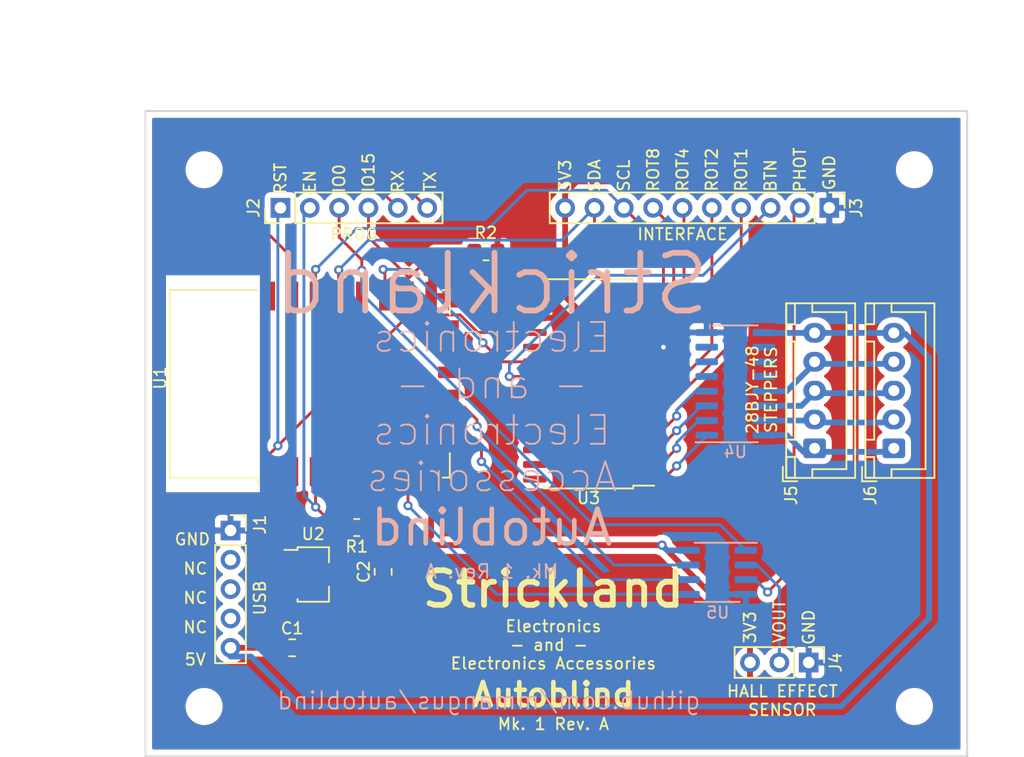
<source format=kicad_pcb>
(kicad_pcb (version 20171130) (host pcbnew "(5.1.9)-1")

  (general
    (thickness 1.6)
    (drawings 46)
    (tracks 227)
    (zones 0)
    (modules 19)
    (nets 58)
  )

  (page A4)
  (layers
    (0 F.Cu signal)
    (31 B.Cu signal)
    (32 B.Adhes user)
    (33 F.Adhes user)
    (34 B.Paste user)
    (35 F.Paste user)
    (36 B.SilkS user)
    (37 F.SilkS user)
    (38 B.Mask user)
    (39 F.Mask user)
    (40 Dwgs.User user)
    (41 Cmts.User user)
    (42 Eco1.User user)
    (43 Eco2.User user)
    (44 Edge.Cuts user)
    (45 Margin user)
    (46 B.CrtYd user)
    (47 F.CrtYd user)
    (48 B.Fab user)
    (49 F.Fab user)
  )

  (setup
    (last_trace_width 0.25)
    (trace_clearance 0.2)
    (zone_clearance 0.508)
    (zone_45_only no)
    (trace_min 0.2)
    (via_size 0.8)
    (via_drill 0.4)
    (via_min_size 0.45)
    (via_min_drill 0.3)
    (uvia_size 0.3)
    (uvia_drill 0.1)
    (uvias_allowed no)
    (uvia_min_size 0.2)
    (uvia_min_drill 0.1)
    (edge_width 0.05)
    (segment_width 0.2)
    (pcb_text_width 0.3)
    (pcb_text_size 1.5 1.5)
    (mod_edge_width 0.153)
    (mod_text_size 1 1)
    (mod_text_width 0.16)
    (pad_size 2.29 3)
    (pad_drill 0)
    (pad_to_mask_clearance 0.05)
    (solder_mask_min_width 0.2)
    (aux_axis_origin 0 0)
    (grid_origin 125.984 130.556)
    (visible_elements 7FFFFFFF)
    (pcbplotparams
      (layerselection 0x010fc_ffffffff)
      (usegerberextensions false)
      (usegerberattributes true)
      (usegerberadvancedattributes true)
      (creategerberjobfile true)
      (excludeedgelayer true)
      (linewidth 0.100000)
      (plotframeref false)
      (viasonmask false)
      (mode 1)
      (useauxorigin false)
      (hpglpennumber 1)
      (hpglpenspeed 20)
      (hpglpendiameter 15.000000)
      (psnegative false)
      (psa4output false)
      (plotreference true)
      (plotvalue true)
      (plotinvisibletext false)
      (padsonsilk false)
      (subtractmaskfromsilk false)
      (outputformat 1)
      (mirror false)
      (drillshape 0)
      (scaleselection 1)
      (outputdirectory "Autoblind-CAM/"))
  )

  (net 0 "")
  (net 1 GND)
  (net 2 +5V)
  (net 3 +3V3)
  (net 4 /ENABLE)
  (net 5 /BOOT)
  (net 6 /SCL)
  (net 7 /SDA)
  (net 8 /CS)
  (net 9 /INT)
  (net 10 /MOSI)
  (net 11 /MISO)
  (net 12 /SPICLK)
  (net 13 /RESET)
  (net 14 /HALL)
  (net 15 /PHOT)
  (net 16 "Net-(U3-Pad22)")
  (net 17 "Net-(U3-Pad14)")
  (net 18 "Net-(U3-Pad11)")
  (net 19 "Net-(U4-Pad11)")
  (net 20 "Net-(U4-Pad7)")
  (net 21 "Net-(U4-Pad6)")
  (net 22 "Net-(U4-Pad5)")
  (net 23 /TXD)
  (net 24 /RXD)
  (net 25 /BTN)
  (net 26 /ONE)
  (net 27 /TWO)
  (net 28 /FOUR)
  (net 29 /EIGHT)
  (net 30 /ORANGE)
  (net 31 /YELLOW)
  (net 32 /PINK)
  (net 33 /BLUE)
  (net 34 "Net-(U1-Pad14)")
  (net 35 "Net-(U1-Pad13)")
  (net 36 "Net-(U1-Pad12)")
  (net 37 "Net-(U1-Pad11)")
  (net 38 "Net-(U1-Pad10)")
  (net 39 "Net-(U1-Pad9)")
  (net 40 "Net-(U1-Pad4)")
  (net 41 "Net-(U1-Pad2)")
  (net 42 "Net-(U3-Pad28)")
  (net 43 "Net-(U3-Pad27)")
  (net 44 "Net-(U3-Pad26)")
  (net 45 "Net-(U3-Pad19)")
  (net 46 /COIL4)
  (net 47 /COIL3)
  (net 48 /COIL2)
  (net 49 /COIL1)
  (net 50 "Net-(U4-Pad12)")
  (net 51 "Net-(U4-Pad10)")
  (net 52 /ID)
  (net 53 /D+)
  (net 54 /D-)
  (net 55 "Net-(U3-Pad25)")
  (net 56 "Net-(U3-Pad24)")
  (net 57 "Net-(U3-Pad23)")

  (net_class Default "This is the default net class."
    (clearance 0.2)
    (trace_width 0.25)
    (via_dia 0.8)
    (via_drill 0.4)
    (uvia_dia 0.3)
    (uvia_drill 0.1)
    (add_net /BOOT)
    (add_net /BTN)
    (add_net /COIL1)
    (add_net /COIL2)
    (add_net /COIL3)
    (add_net /COIL4)
    (add_net /CS)
    (add_net /D+)
    (add_net /D-)
    (add_net /EIGHT)
    (add_net /ENABLE)
    (add_net /FOUR)
    (add_net /HALL)
    (add_net /ID)
    (add_net /INT)
    (add_net /MISO)
    (add_net /MOSI)
    (add_net /ONE)
    (add_net /PHOT)
    (add_net /RESET)
    (add_net /RXD)
    (add_net /SCL)
    (add_net /SDA)
    (add_net /SPICLK)
    (add_net /TWO)
    (add_net /TXD)
    (add_net "Net-(U1-Pad10)")
    (add_net "Net-(U1-Pad11)")
    (add_net "Net-(U1-Pad12)")
    (add_net "Net-(U1-Pad13)")
    (add_net "Net-(U1-Pad14)")
    (add_net "Net-(U1-Pad2)")
    (add_net "Net-(U1-Pad4)")
    (add_net "Net-(U1-Pad9)")
    (add_net "Net-(U3-Pad11)")
    (add_net "Net-(U3-Pad14)")
    (add_net "Net-(U3-Pad19)")
    (add_net "Net-(U3-Pad22)")
    (add_net "Net-(U3-Pad23)")
    (add_net "Net-(U3-Pad24)")
    (add_net "Net-(U3-Pad25)")
    (add_net "Net-(U3-Pad26)")
    (add_net "Net-(U3-Pad27)")
    (add_net "Net-(U3-Pad28)")
    (add_net "Net-(U4-Pad10)")
    (add_net "Net-(U4-Pad11)")
    (add_net "Net-(U4-Pad12)")
    (add_net "Net-(U4-Pad5)")
    (add_net "Net-(U4-Pad6)")
    (add_net "Net-(U4-Pad7)")
  )

  (net_class Power ""
    (clearance 0.2)
    (trace_width 0.5)
    (via_dia 0.8)
    (via_drill 0.4)
    (uvia_dia 0.3)
    (uvia_drill 0.1)
    (add_net +3V3)
    (add_net +5V)
    (add_net /BLUE)
    (add_net /ORANGE)
    (add_net /PINK)
    (add_net /YELLOW)
    (add_net GND)
  )

  (module MountingHole:MountingHole_2.2mm_M2 (layer F.Cu) (tedit 56D1B4CB) (tstamp 5FED3520)
    (at 192.532 126.238)
    (descr "Mounting Hole 2.2mm, no annular, M2")
    (tags "mounting hole 2.2mm no annular m2")
    (attr virtual)
    (fp_text reference " " (at 0 -3.2) (layer F.SilkS)
      (effects (font (size 1 1) (thickness 0.16)))
    )
    (fp_text value MountingHole_2.2mm_M2 (at 0 3.2) (layer F.Fab)
      (effects (font (size 1 1) (thickness 0.16)))
    )
    (fp_circle (center 0 0) (end 2.2 0) (layer Cmts.User) (width 0.16))
    (fp_circle (center 0 0) (end 2.45 0) (layer F.CrtYd) (width 0.16))
    (fp_text user %R (at 0.3 0) (layer F.Fab)
      (effects (font (size 1 1) (thickness 0.16)))
    )
    (pad 1 np_thru_hole circle (at 0 0) (size 2.2 2.2) (drill 2.2) (layers *.Cu *.Mask))
  )

  (module MountingHole:MountingHole_2.2mm_M2 (layer F.Cu) (tedit 56D1B4CB) (tstamp 5FED35ED)
    (at 192.532 79.756)
    (descr "Mounting Hole 2.2mm, no annular, M2")
    (tags "mounting hole 2.2mm no annular m2")
    (attr virtual)
    (fp_text reference " " (at 0 -3.2) (layer F.SilkS)
      (effects (font (size 1 1) (thickness 0.16)))
    )
    (fp_text value MountingHole_2.2mm_M2 (at 0 3.2) (layer F.Fab)
      (effects (font (size 1 1) (thickness 0.16)))
    )
    (fp_circle (center 0 0) (end 2.45 0) (layer F.CrtYd) (width 0.16))
    (fp_circle (center 0 0) (end 2.2 0) (layer Cmts.User) (width 0.16))
    (fp_text user %R (at 0.3 0) (layer F.Fab)
      (effects (font (size 1 1) (thickness 0.16)))
    )
    (pad 1 np_thru_hole circle (at 0 0) (size 2.2 2.2) (drill 2.2) (layers *.Cu *.Mask))
  )

  (module MountingHole:MountingHole_2.2mm_M2 (layer F.Cu) (tedit 56D1B4CB) (tstamp 5FED3520)
    (at 131.064 126.238)
    (descr "Mounting Hole 2.2mm, no annular, M2")
    (tags "mounting hole 2.2mm no annular m2")
    (attr virtual)
    (fp_text reference " " (at -3.302 -2.032) (layer F.SilkS)
      (effects (font (size 1 1) (thickness 0.16)))
    )
    (fp_text value MountingHole_2.2mm_M2 (at 0 3.2) (layer F.Fab)
      (effects (font (size 1 1) (thickness 0.16)))
    )
    (fp_circle (center 0 0) (end 2.2 0) (layer Cmts.User) (width 0.16))
    (fp_circle (center 0 0) (end 2.45 0) (layer F.CrtYd) (width 0.16))
    (fp_text user %R (at 0.3 0) (layer F.Fab)
      (effects (font (size 1 1) (thickness 0.16)))
    )
    (pad 1 np_thru_hole circle (at 0 0) (size 2.2 2.2) (drill 2.2) (layers *.Cu *.Mask))
  )

  (module MountingHole:MountingHole_2.2mm_M2 (layer F.Cu) (tedit 56D1B4CB) (tstamp 5FED351C)
    (at 131.064 79.756)
    (descr "Mounting Hole 2.2mm, no annular, M2")
    (tags "mounting hole 2.2mm no annular m2")
    (attr virtual)
    (fp_text reference " " (at 0 -3.2) (layer F.SilkS)
      (effects (font (size 1 1) (thickness 0.16)))
    )
    (fp_text value MountingHole_2.2mm_M2 (at 0 3.2) (layer F.Fab)
      (effects (font (size 1 1) (thickness 0.16)))
    )
    (fp_circle (center 0 0) (end 2.2 0) (layer Cmts.User) (width 0.16))
    (fp_circle (center 0 0) (end 2.45 0) (layer F.CrtYd) (width 0.16))
    (fp_text user %R (at 0.3 0) (layer F.Fab)
      (effects (font (size 1 1) (thickness 0.16)))
    )
    (pad 1 np_thru_hole circle (at 0 0) (size 2.2 2.2) (drill 2.2) (layers *.Cu *.Mask))
  )

  (module Package_SO:SOIC-28W_7.5x17.9mm_P1.27mm (layer F.Cu) (tedit 5D9F72B1) (tstamp 5FEAF08C)
    (at 164.338 98.298 180)
    (descr "SOIC, 28 Pin (JEDEC MS-013AE, https://www.analog.com/media/en/package-pcb-resources/package/35833120341221rw_28.pdf), generated with kicad-footprint-generator ipc_gullwing_generator.py")
    (tags "SOIC SO")
    (path /5FEF8D9F)
    (attr smd)
    (fp_text reference U3 (at 0 -9.9) (layer F.SilkS)
      (effects (font (size 1 1) (thickness 0.16)))
    )
    (fp_text value MCP23017_SO (at 0 9.9) (layer F.Fab)
      (effects (font (size 1 1) (thickness 0.16)))
    )
    (fp_line (start 5.93 -9.2) (end -5.93 -9.2) (layer F.CrtYd) (width 0.16))
    (fp_line (start 5.93 9.2) (end 5.93 -9.2) (layer F.CrtYd) (width 0.16))
    (fp_line (start -5.93 9.2) (end 5.93 9.2) (layer F.CrtYd) (width 0.16))
    (fp_line (start -5.93 -9.2) (end -5.93 9.2) (layer F.CrtYd) (width 0.16))
    (fp_line (start -3.75 -7.95) (end -2.75 -8.95) (layer F.Fab) (width 0.16))
    (fp_line (start -3.75 8.95) (end -3.75 -7.95) (layer F.Fab) (width 0.16))
    (fp_line (start 3.75 8.95) (end -3.75 8.95) (layer F.Fab) (width 0.16))
    (fp_line (start 3.75 -8.95) (end 3.75 8.95) (layer F.Fab) (width 0.16))
    (fp_line (start -2.75 -8.95) (end 3.75 -8.95) (layer F.Fab) (width 0.16))
    (fp_line (start -3.86 -8.815) (end -5.675 -8.815) (layer F.SilkS) (width 0.16))
    (fp_line (start -3.86 -9.06) (end -3.86 -8.815) (layer F.SilkS) (width 0.16))
    (fp_line (start 0 -9.06) (end -3.86 -9.06) (layer F.SilkS) (width 0.16))
    (fp_line (start 3.86 -9.06) (end 3.86 -8.815) (layer F.SilkS) (width 0.16))
    (fp_line (start 0 -9.06) (end 3.86 -9.06) (layer F.SilkS) (width 0.16))
    (fp_line (start -3.86 9.06) (end -3.86 8.815) (layer F.SilkS) (width 0.16))
    (fp_line (start 0 9.06) (end -3.86 9.06) (layer F.SilkS) (width 0.16))
    (fp_line (start 3.86 9.06) (end 3.86 8.815) (layer F.SilkS) (width 0.16))
    (fp_line (start 0 9.06) (end 3.86 9.06) (layer F.SilkS) (width 0.16))
    (fp_text user %R (at 0 0) (layer F.Fab)
      (effects (font (size 1 1) (thickness 0.16)))
    )
    (pad 28 smd roundrect (at 4.65 -8.255 180) (size 2.05 0.6) (layers F.Cu F.Paste F.Mask) (roundrect_rratio 0.25)
      (net 42 "Net-(U3-Pad28)"))
    (pad 27 smd roundrect (at 4.65 -6.985 180) (size 2.05 0.6) (layers F.Cu F.Paste F.Mask) (roundrect_rratio 0.25)
      (net 43 "Net-(U3-Pad27)"))
    (pad 26 smd roundrect (at 4.65 -5.715 180) (size 2.05 0.6) (layers F.Cu F.Paste F.Mask) (roundrect_rratio 0.25)
      (net 44 "Net-(U3-Pad26)"))
    (pad 25 smd roundrect (at 4.65 -4.445 180) (size 2.05 0.6) (layers F.Cu F.Paste F.Mask) (roundrect_rratio 0.25)
      (net 55 "Net-(U3-Pad25)"))
    (pad 24 smd roundrect (at 4.65 -3.175 180) (size 2.05 0.6) (layers F.Cu F.Paste F.Mask) (roundrect_rratio 0.25)
      (net 56 "Net-(U3-Pad24)"))
    (pad 23 smd roundrect (at 4.65 -1.905 180) (size 2.05 0.6) (layers F.Cu F.Paste F.Mask) (roundrect_rratio 0.25)
      (net 57 "Net-(U3-Pad23)"))
    (pad 22 smd roundrect (at 4.65 -0.635 180) (size 2.05 0.6) (layers F.Cu F.Paste F.Mask) (roundrect_rratio 0.25)
      (net 16 "Net-(U3-Pad22)"))
    (pad 21 smd roundrect (at 4.65 0.635 180) (size 2.05 0.6) (layers F.Cu F.Paste F.Mask) (roundrect_rratio 0.25)
      (net 25 /BTN))
    (pad 20 smd roundrect (at 4.65 1.905 180) (size 2.05 0.6) (layers F.Cu F.Paste F.Mask) (roundrect_rratio 0.25)
      (net 9 /INT))
    (pad 19 smd roundrect (at 4.65 3.175 180) (size 2.05 0.6) (layers F.Cu F.Paste F.Mask) (roundrect_rratio 0.25)
      (net 45 "Net-(U3-Pad19)"))
    (pad 18 smd roundrect (at 4.65 4.445 180) (size 2.05 0.6) (layers F.Cu F.Paste F.Mask) (roundrect_rratio 0.25)
      (net 13 /RESET))
    (pad 17 smd roundrect (at 4.65 5.715 180) (size 2.05 0.6) (layers F.Cu F.Paste F.Mask) (roundrect_rratio 0.25)
      (net 1 GND))
    (pad 16 smd roundrect (at 4.65 6.985 180) (size 2.05 0.6) (layers F.Cu F.Paste F.Mask) (roundrect_rratio 0.25)
      (net 1 GND))
    (pad 15 smd roundrect (at 4.65 8.255 180) (size 2.05 0.6) (layers F.Cu F.Paste F.Mask) (roundrect_rratio 0.25)
      (net 1 GND))
    (pad 14 smd roundrect (at -4.65 8.255 180) (size 2.05 0.6) (layers F.Cu F.Paste F.Mask) (roundrect_rratio 0.25)
      (net 17 "Net-(U3-Pad14)"))
    (pad 13 smd roundrect (at -4.65 6.985 180) (size 2.05 0.6) (layers F.Cu F.Paste F.Mask) (roundrect_rratio 0.25)
      (net 7 /SDA))
    (pad 12 smd roundrect (at -4.65 5.715 180) (size 2.05 0.6) (layers F.Cu F.Paste F.Mask) (roundrect_rratio 0.25)
      (net 6 /SCL))
    (pad 11 smd roundrect (at -4.65 4.445 180) (size 2.05 0.6) (layers F.Cu F.Paste F.Mask) (roundrect_rratio 0.25)
      (net 18 "Net-(U3-Pad11)"))
    (pad 10 smd roundrect (at -4.65 3.175 180) (size 2.05 0.6) (layers F.Cu F.Paste F.Mask) (roundrect_rratio 0.25)
      (net 1 GND))
    (pad 9 smd roundrect (at -4.65 1.905 180) (size 2.05 0.6) (layers F.Cu F.Paste F.Mask) (roundrect_rratio 0.25)
      (net 3 +3V3))
    (pad 8 smd roundrect (at -4.65 0.635 180) (size 2.05 0.6) (layers F.Cu F.Paste F.Mask) (roundrect_rratio 0.25)
      (net 29 /EIGHT))
    (pad 7 smd roundrect (at -4.65 -0.635 180) (size 2.05 0.6) (layers F.Cu F.Paste F.Mask) (roundrect_rratio 0.25)
      (net 28 /FOUR))
    (pad 6 smd roundrect (at -4.65 -1.905 180) (size 2.05 0.6) (layers F.Cu F.Paste F.Mask) (roundrect_rratio 0.25)
      (net 27 /TWO))
    (pad 5 smd roundrect (at -4.65 -3.175 180) (size 2.05 0.6) (layers F.Cu F.Paste F.Mask) (roundrect_rratio 0.25)
      (net 26 /ONE))
    (pad 4 smd roundrect (at -4.65 -4.445 180) (size 2.05 0.6) (layers F.Cu F.Paste F.Mask) (roundrect_rratio 0.25)
      (net 46 /COIL4))
    (pad 3 smd roundrect (at -4.65 -5.715 180) (size 2.05 0.6) (layers F.Cu F.Paste F.Mask) (roundrect_rratio 0.25)
      (net 47 /COIL3))
    (pad 2 smd roundrect (at -4.65 -6.985 180) (size 2.05 0.6) (layers F.Cu F.Paste F.Mask) (roundrect_rratio 0.25)
      (net 48 /COIL2))
    (pad 1 smd roundrect (at -4.65 -8.255 180) (size 2.05 0.6) (layers F.Cu F.Paste F.Mask) (roundrect_rratio 0.25)
      (net 49 /COIL1))
    (model ${KISYS3DMOD}/Package_SO.3dshapes/SOIC-28W_7.5x17.9mm_P1.27mm.wrl
      (at (xyz 0 0 0))
      (scale (xyz 1 1 1))
      (rotate (xyz 0 0 0))
    )
  )

  (module Connector_JST:JST_XH_B5B-XH-A_1x05_P2.50mm_Vertical (layer F.Cu) (tedit 5C28146C) (tstamp 5FEC87A5)
    (at 190.754 103.886 90)
    (descr "JST XH series connector, B5B-XH-A (http://www.jst-mfg.com/product/pdf/eng/eXH.pdf), generated with kicad-footprint-generator")
    (tags "connector JST XH vertical")
    (path /6001146D)
    (fp_text reference J6 (at -4.064 -2.032 90) (layer F.SilkS)
      (effects (font (size 1 1) (thickness 0.16)))
    )
    (fp_text value Conn_01x05 (at 5 4.6 90) (layer F.Fab)
      (effects (font (size 1 1) (thickness 0.16)))
    )
    (fp_line (start -2.85 -2.75) (end -2.85 -1.5) (layer F.SilkS) (width 0.16))
    (fp_line (start -1.6 -2.75) (end -2.85 -2.75) (layer F.SilkS) (width 0.16))
    (fp_line (start 11.8 2.75) (end 5 2.75) (layer F.SilkS) (width 0.16))
    (fp_line (start 11.8 -0.2) (end 11.8 2.75) (layer F.SilkS) (width 0.16))
    (fp_line (start 12.55 -0.2) (end 11.8 -0.2) (layer F.SilkS) (width 0.16))
    (fp_line (start -1.8 2.75) (end 5 2.75) (layer F.SilkS) (width 0.16))
    (fp_line (start -1.8 -0.2) (end -1.8 2.75) (layer F.SilkS) (width 0.16))
    (fp_line (start -2.55 -0.2) (end -1.8 -0.2) (layer F.SilkS) (width 0.16))
    (fp_line (start 12.55 -2.45) (end 10.75 -2.45) (layer F.SilkS) (width 0.16))
    (fp_line (start 12.55 -1.7) (end 12.55 -2.45) (layer F.SilkS) (width 0.16))
    (fp_line (start 10.75 -1.7) (end 12.55 -1.7) (layer F.SilkS) (width 0.16))
    (fp_line (start 10.75 -2.45) (end 10.75 -1.7) (layer F.SilkS) (width 0.16))
    (fp_line (start -0.75 -2.45) (end -2.55 -2.45) (layer F.SilkS) (width 0.16))
    (fp_line (start -0.75 -1.7) (end -0.75 -2.45) (layer F.SilkS) (width 0.16))
    (fp_line (start -2.55 -1.7) (end -0.75 -1.7) (layer F.SilkS) (width 0.16))
    (fp_line (start -2.55 -2.45) (end -2.55 -1.7) (layer F.SilkS) (width 0.16))
    (fp_line (start 9.25 -2.45) (end 0.75 -2.45) (layer F.SilkS) (width 0.16))
    (fp_line (start 9.25 -1.7) (end 9.25 -2.45) (layer F.SilkS) (width 0.16))
    (fp_line (start 0.75 -1.7) (end 9.25 -1.7) (layer F.SilkS) (width 0.16))
    (fp_line (start 0.75 -2.45) (end 0.75 -1.7) (layer F.SilkS) (width 0.16))
    (fp_line (start 0 -1.35) (end 0.625 -2.35) (layer F.Fab) (width 0.16))
    (fp_line (start -0.625 -2.35) (end 0 -1.35) (layer F.Fab) (width 0.16))
    (fp_line (start 12.95 -2.85) (end -2.95 -2.85) (layer F.CrtYd) (width 0.16))
    (fp_line (start 12.95 3.9) (end 12.95 -2.85) (layer F.CrtYd) (width 0.16))
    (fp_line (start -2.95 3.9) (end 12.95 3.9) (layer F.CrtYd) (width 0.16))
    (fp_line (start -2.95 -2.85) (end -2.95 3.9) (layer F.CrtYd) (width 0.16))
    (fp_line (start 12.56 -2.46) (end -2.56 -2.46) (layer F.SilkS) (width 0.16))
    (fp_line (start 12.56 3.51) (end 12.56 -2.46) (layer F.SilkS) (width 0.16))
    (fp_line (start -2.56 3.51) (end 12.56 3.51) (layer F.SilkS) (width 0.16))
    (fp_line (start -2.56 -2.46) (end -2.56 3.51) (layer F.SilkS) (width 0.16))
    (fp_line (start 12.45 -2.35) (end -2.45 -2.35) (layer F.Fab) (width 0.16))
    (fp_line (start 12.45 3.4) (end 12.45 -2.35) (layer F.Fab) (width 0.16))
    (fp_line (start -2.45 3.4) (end 12.45 3.4) (layer F.Fab) (width 0.16))
    (fp_line (start -2.45 -2.35) (end -2.45 3.4) (layer F.Fab) (width 0.16))
    (fp_text user %R (at 5 2.7 90) (layer F.Fab)
      (effects (font (size 1 1) (thickness 0.16)))
    )
    (pad 5 thru_hole oval (at 10 0 90) (size 1.7 1.95) (drill 0.95) (layers *.Cu *.Mask)
      (net 2 +5V))
    (pad 4 thru_hole oval (at 7.5 0 90) (size 1.7 1.95) (drill 0.95) (layers *.Cu *.Mask)
      (net 30 /ORANGE))
    (pad 3 thru_hole oval (at 5 0 90) (size 1.7 1.95) (drill 0.95) (layers *.Cu *.Mask)
      (net 31 /YELLOW))
    (pad 2 thru_hole oval (at 2.5 0 90) (size 1.7 1.95) (drill 0.95) (layers *.Cu *.Mask)
      (net 32 /PINK))
    (pad 1 thru_hole roundrect (at 0 0 90) (size 1.7 1.95) (drill 0.95) (layers *.Cu *.Mask) (roundrect_rratio 0.1470588235294118)
      (net 33 /BLUE))
    (model ${KISYS3DMOD}/Connector_JST.3dshapes/JST_XH_B5B-XH-A_1x05_P2.50mm_Vertical.wrl
      (at (xyz 0 0 0))
      (scale (xyz 1 1 1))
      (rotate (xyz 0 0 0))
    )
  )

  (module Connector_JST:JST_XH_B5B-XH-A_1x05_P2.50mm_Vertical (layer F.Cu) (tedit 5C28146C) (tstamp 5FEC8677)
    (at 183.896 103.886 90)
    (descr "JST XH series connector, B5B-XH-A (http://www.jst-mfg.com/product/pdf/eng/eXH.pdf), generated with kicad-footprint-generator")
    (tags "connector JST XH vertical")
    (path /6000E0CD)
    (fp_text reference J5 (at -4.064 -2.032 90) (layer F.SilkS)
      (effects (font (size 1 1) (thickness 0.16)))
    )
    (fp_text value Conn_01x05 (at 5 4.6 90) (layer F.Fab)
      (effects (font (size 1 1) (thickness 0.16)))
    )
    (fp_line (start -2.85 -2.75) (end -2.85 -1.5) (layer F.SilkS) (width 0.16))
    (fp_line (start -1.6 -2.75) (end -2.85 -2.75) (layer F.SilkS) (width 0.16))
    (fp_line (start 11.8 2.75) (end 5 2.75) (layer F.SilkS) (width 0.16))
    (fp_line (start 11.8 -0.2) (end 11.8 2.75) (layer F.SilkS) (width 0.16))
    (fp_line (start 12.55 -0.2) (end 11.8 -0.2) (layer F.SilkS) (width 0.16))
    (fp_line (start -1.8 2.75) (end 5 2.75) (layer F.SilkS) (width 0.16))
    (fp_line (start -1.8 -0.2) (end -1.8 2.75) (layer F.SilkS) (width 0.16))
    (fp_line (start -2.55 -0.2) (end -1.8 -0.2) (layer F.SilkS) (width 0.16))
    (fp_line (start 12.55 -2.45) (end 10.75 -2.45) (layer F.SilkS) (width 0.16))
    (fp_line (start 12.55 -1.7) (end 12.55 -2.45) (layer F.SilkS) (width 0.16))
    (fp_line (start 10.75 -1.7) (end 12.55 -1.7) (layer F.SilkS) (width 0.16))
    (fp_line (start 10.75 -2.45) (end 10.75 -1.7) (layer F.SilkS) (width 0.16))
    (fp_line (start -0.75 -2.45) (end -2.55 -2.45) (layer F.SilkS) (width 0.16))
    (fp_line (start -0.75 -1.7) (end -0.75 -2.45) (layer F.SilkS) (width 0.16))
    (fp_line (start -2.55 -1.7) (end -0.75 -1.7) (layer F.SilkS) (width 0.16))
    (fp_line (start -2.55 -2.45) (end -2.55 -1.7) (layer F.SilkS) (width 0.16))
    (fp_line (start 9.25 -2.45) (end 0.75 -2.45) (layer F.SilkS) (width 0.16))
    (fp_line (start 9.25 -1.7) (end 9.25 -2.45) (layer F.SilkS) (width 0.16))
    (fp_line (start 0.75 -1.7) (end 9.25 -1.7) (layer F.SilkS) (width 0.16))
    (fp_line (start 0.75 -2.45) (end 0.75 -1.7) (layer F.SilkS) (width 0.16))
    (fp_line (start 0 -1.35) (end 0.625 -2.35) (layer F.Fab) (width 0.16))
    (fp_line (start -0.625 -2.35) (end 0 -1.35) (layer F.Fab) (width 0.16))
    (fp_line (start 12.95 -2.85) (end -2.95 -2.85) (layer F.CrtYd) (width 0.16))
    (fp_line (start 12.95 3.9) (end 12.95 -2.85) (layer F.CrtYd) (width 0.16))
    (fp_line (start -2.95 3.9) (end 12.95 3.9) (layer F.CrtYd) (width 0.16))
    (fp_line (start -2.95 -2.85) (end -2.95 3.9) (layer F.CrtYd) (width 0.16))
    (fp_line (start 12.56 -2.46) (end -2.56 -2.46) (layer F.SilkS) (width 0.16))
    (fp_line (start 12.56 3.51) (end 12.56 -2.46) (layer F.SilkS) (width 0.16))
    (fp_line (start -2.56 3.51) (end 12.56 3.51) (layer F.SilkS) (width 0.16))
    (fp_line (start -2.56 -2.46) (end -2.56 3.51) (layer F.SilkS) (width 0.16))
    (fp_line (start 12.45 -2.35) (end -2.45 -2.35) (layer F.Fab) (width 0.16))
    (fp_line (start 12.45 3.4) (end 12.45 -2.35) (layer F.Fab) (width 0.16))
    (fp_line (start -2.45 3.4) (end 12.45 3.4) (layer F.Fab) (width 0.16))
    (fp_line (start -2.45 -2.35) (end -2.45 3.4) (layer F.Fab) (width 0.16))
    (fp_text user %R (at 5 2.7 90) (layer F.Fab)
      (effects (font (size 1 1) (thickness 0.16)))
    )
    (pad 5 thru_hole oval (at 10 0 90) (size 1.7 1.95) (drill 0.95) (layers *.Cu *.Mask)
      (net 2 +5V))
    (pad 4 thru_hole oval (at 7.5 0 90) (size 1.7 1.95) (drill 0.95) (layers *.Cu *.Mask)
      (net 30 /ORANGE))
    (pad 3 thru_hole oval (at 5 0 90) (size 1.7 1.95) (drill 0.95) (layers *.Cu *.Mask)
      (net 31 /YELLOW))
    (pad 2 thru_hole oval (at 2.5 0 90) (size 1.7 1.95) (drill 0.95) (layers *.Cu *.Mask)
      (net 32 /PINK))
    (pad 1 thru_hole roundrect (at 0 0 90) (size 1.7 1.95) (drill 0.95) (layers *.Cu *.Mask) (roundrect_rratio 0.1470588235294118)
      (net 33 /BLUE))
    (model ${KISYS3DMOD}/Connector_JST.3dshapes/JST_XH_B5B-XH-A_1x05_P2.50mm_Vertical.wrl
      (at (xyz 0 0 0))
      (scale (xyz 1 1 1))
      (rotate (xyz 0 0 0))
    )
  )

  (module RF_Module:ESP-12E (layer F.Cu) (tedit 5A030172) (tstamp 5FEAF051)
    (at 140.208 98.298 90)
    (descr "Wi-Fi Module, http://wiki.ai-thinker.com/_media/esp8266/docs/aithinker_esp_12f_datasheet_en.pdf")
    (tags "Wi-Fi Module")
    (path /5FEA9DFC)
    (attr smd)
    (fp_text reference U1 (at 0.508 -12.954 90) (layer F.SilkS)
      (effects (font (size 1 1) (thickness 0.16)))
    )
    (fp_text value ESP-12E (at -0.06 -12.78 90) (layer F.Fab)
      (effects (font (size 1 1) (thickness 0.16)))
    )
    (fp_line (start 5.56 -4.8) (end 8.12 -7.36) (layer Dwgs.User) (width 0.16))
    (fp_line (start 2.56 -4.8) (end 8.12 -10.36) (layer Dwgs.User) (width 0.16))
    (fp_line (start -0.44 -4.8) (end 6.88 -12.12) (layer Dwgs.User) (width 0.16))
    (fp_line (start -3.44 -4.8) (end 3.88 -12.12) (layer Dwgs.User) (width 0.16))
    (fp_line (start -6.44 -4.8) (end 0.88 -12.12) (layer Dwgs.User) (width 0.16))
    (fp_line (start -8.12 -6.12) (end -2.12 -12.12) (layer Dwgs.User) (width 0.16))
    (fp_line (start -8.12 -9.12) (end -5.12 -12.12) (layer Dwgs.User) (width 0.16))
    (fp_line (start -8.12 -4.8) (end -8.12 -12.12) (layer Dwgs.User) (width 0.16))
    (fp_line (start 8.12 -4.8) (end -8.12 -4.8) (layer Dwgs.User) (width 0.16))
    (fp_line (start 8.12 -12.12) (end 8.12 -4.8) (layer Dwgs.User) (width 0.16))
    (fp_line (start -8.12 -12.12) (end 8.12 -12.12) (layer Dwgs.User) (width 0.16))
    (fp_line (start -8.12 -4.5) (end -8.73 -4.5) (layer F.SilkS) (width 0.16))
    (fp_line (start -8.12 -4.5) (end -8.12 -12.12) (layer F.SilkS) (width 0.16))
    (fp_line (start -8.12 12.12) (end -8.12 11.5) (layer F.SilkS) (width 0.16))
    (fp_line (start -6 12.12) (end -8.12 12.12) (layer F.SilkS) (width 0.16))
    (fp_line (start 8.12 12.12) (end 6 12.12) (layer F.SilkS) (width 0.16))
    (fp_line (start 8.12 11.5) (end 8.12 12.12) (layer F.SilkS) (width 0.16))
    (fp_line (start 8.12 -12.12) (end 8.12 -4.5) (layer F.SilkS) (width 0.16))
    (fp_line (start -8.12 -12.12) (end 8.12 -12.12) (layer F.SilkS) (width 0.16))
    (fp_line (start -9.05 13.1) (end -9.05 -12.2) (layer F.CrtYd) (width 0.16))
    (fp_line (start 9.05 13.1) (end -9.05 13.1) (layer F.CrtYd) (width 0.16))
    (fp_line (start 9.05 -12.2) (end 9.05 13.1) (layer F.CrtYd) (width 0.16))
    (fp_line (start -9.05 -12.2) (end 9.05 -12.2) (layer F.CrtYd) (width 0.16))
    (fp_line (start -8 -4) (end -8 -12) (layer F.Fab) (width 0.16))
    (fp_line (start -7.5 -3.5) (end -8 -4) (layer F.Fab) (width 0.16))
    (fp_line (start -8 -3) (end -7.5 -3.5) (layer F.Fab) (width 0.16))
    (fp_line (start -8 12) (end -8 -3) (layer F.Fab) (width 0.16))
    (fp_line (start 8 12) (end -8 12) (layer F.Fab) (width 0.16))
    (fp_line (start 8 -12) (end 8 12) (layer F.Fab) (width 0.16))
    (fp_line (start -8 -12) (end 8 -12) (layer F.Fab) (width 0.16))
    (fp_text user %R (at 0.49 -0.8 90) (layer F.Fab)
      (effects (font (size 1 1) (thickness 0.16)))
    )
    (fp_text user "KEEP-OUT ZONE" (at 0.03 -9.55 270) (layer Cmts.User)
      (effects (font (size 1 1) (thickness 0.16)))
    )
    (fp_text user Antenna (at -0.06 -7 270) (layer Cmts.User)
      (effects (font (size 1 1) (thickness 0.16)))
    )
    (pad 22 smd rect (at 7.6 -3.5 90) (size 2.5 1) (layers F.Cu F.Paste F.Mask)
      (net 23 /TXD))
    (pad 21 smd rect (at 7.6 -1.5 90) (size 2.5 1) (layers F.Cu F.Paste F.Mask)
      (net 24 /RXD))
    (pad 20 smd rect (at 7.6 0.5 90) (size 2.5 1) (layers F.Cu F.Paste F.Mask)
      (net 6 /SCL))
    (pad 19 smd rect (at 7.6 2.5 90) (size 2.5 1) (layers F.Cu F.Paste F.Mask)
      (net 7 /SDA))
    (pad 18 smd rect (at 7.6 4.5 90) (size 2.5 1) (layers F.Cu F.Paste F.Mask)
      (net 8 /CS))
    (pad 17 smd rect (at 7.6 6.5 90) (size 2.5 1) (layers F.Cu F.Paste F.Mask)
      (net 9 /INT))
    (pad 16 smd rect (at 7.6 8.5 90) (size 2.5 1) (layers F.Cu F.Paste F.Mask)
      (net 5 /BOOT))
    (pad 15 smd rect (at 7.6 10.5 90) (size 2.5 1) (layers F.Cu F.Paste F.Mask)
      (net 1 GND))
    (pad 14 smd rect (at 5 12 90) (size 1 1.8) (layers F.Cu F.Paste F.Mask)
      (net 34 "Net-(U1-Pad14)"))
    (pad 13 smd rect (at 3 12 90) (size 1 1.8) (layers F.Cu F.Paste F.Mask)
      (net 35 "Net-(U1-Pad13)"))
    (pad 12 smd rect (at 1 12 90) (size 1 1.8) (layers F.Cu F.Paste F.Mask)
      (net 36 "Net-(U1-Pad12)"))
    (pad 11 smd rect (at -1 12 90) (size 1 1.8) (layers F.Cu F.Paste F.Mask)
      (net 37 "Net-(U1-Pad11)"))
    (pad 10 smd rect (at -3 12 90) (size 1 1.8) (layers F.Cu F.Paste F.Mask)
      (net 38 "Net-(U1-Pad10)"))
    (pad 9 smd rect (at -5 12 90) (size 1 1.8) (layers F.Cu F.Paste F.Mask)
      (net 39 "Net-(U1-Pad9)"))
    (pad 8 smd rect (at -7.6 10.5 90) (size 2.5 1) (layers F.Cu F.Paste F.Mask)
      (net 3 +3V3))
    (pad 7 smd rect (at -7.6 8.5 90) (size 2.5 1) (layers F.Cu F.Paste F.Mask)
      (net 10 /MOSI))
    (pad 6 smd rect (at -7.6 6.5 90) (size 2.5 1) (layers F.Cu F.Paste F.Mask)
      (net 11 /MISO))
    (pad 5 smd rect (at -7.6 4.5 90) (size 2.5 1) (layers F.Cu F.Paste F.Mask)
      (net 12 /SPICLK))
    (pad 4 smd rect (at -7.6 2.5 90) (size 2.5 1) (layers F.Cu F.Paste F.Mask)
      (net 40 "Net-(U1-Pad4)"))
    (pad 3 smd rect (at -7.6 0.5 90) (size 2.5 1) (layers F.Cu F.Paste F.Mask)
      (net 4 /ENABLE))
    (pad 2 smd rect (at -7.6 -1.5 90) (size 2.5 1) (layers F.Cu F.Paste F.Mask)
      (net 41 "Net-(U1-Pad2)"))
    (pad 1 smd rect (at -7.6 -3.5 90) (size 2.5 1) (layers F.Cu F.Paste F.Mask)
      (net 13 /RESET))
    (model ${KISYS3DMOD}/RF_Module.3dshapes/ESP-12E.wrl
      (at (xyz 0 0 0))
      (scale (xyz 1 1 1))
      (rotate (xyz 0 0 0))
    )
  )

  (module Resistor_SMD:R_0805_2012Metric_Pad1.20x1.40mm_HandSolder (layer F.Cu) (tedit 5F68FEEE) (tstamp 5FEAF028)
    (at 144.272 110.744 180)
    (descr "Resistor SMD 0805 (2012 Metric), square (rectangular) end terminal, IPC_7351 nominal with elongated pad for handsoldering. (Body size source: IPC-SM-782 page 72, https://www.pcb-3d.com/wordpress/wp-content/uploads/ipc-sm-782a_amendment_1_and_2.pdf), generated with kicad-footprint-generator")
    (tags "resistor handsolder")
    (path /5FED90A8)
    (attr smd)
    (fp_text reference R1 (at 0 -1.65) (layer F.SilkS)
      (effects (font (size 1 1) (thickness 0.16)))
    )
    (fp_text value 1K (at 0 1.65) (layer F.Fab)
      (effects (font (size 1 1) (thickness 0.16)))
    )
    (fp_line (start 1.85 0.95) (end -1.85 0.95) (layer F.CrtYd) (width 0.16))
    (fp_line (start 1.85 -0.95) (end 1.85 0.95) (layer F.CrtYd) (width 0.16))
    (fp_line (start -1.85 -0.95) (end 1.85 -0.95) (layer F.CrtYd) (width 0.16))
    (fp_line (start -1.85 0.95) (end -1.85 -0.95) (layer F.CrtYd) (width 0.16))
    (fp_line (start -0.227064 0.735) (end 0.227064 0.735) (layer F.SilkS) (width 0.16))
    (fp_line (start -0.227064 -0.735) (end 0.227064 -0.735) (layer F.SilkS) (width 0.16))
    (fp_line (start 1 0.625) (end -1 0.625) (layer F.Fab) (width 0.16))
    (fp_line (start 1 -0.625) (end 1 0.625) (layer F.Fab) (width 0.16))
    (fp_line (start -1 -0.625) (end 1 -0.625) (layer F.Fab) (width 0.16))
    (fp_line (start -1 0.625) (end -1 -0.625) (layer F.Fab) (width 0.16))
    (fp_text user %R (at 0 0) (layer F.Fab)
      (effects (font (size 0.5 0.5) (thickness 0.16)))
    )
    (pad 2 smd roundrect (at 1 0 180) (size 1.2 1.4) (layers F.Cu F.Paste F.Mask) (roundrect_rratio 0.2083325)
      (net 4 /ENABLE))
    (pad 1 smd roundrect (at -1 0 180) (size 1.2 1.4) (layers F.Cu F.Paste F.Mask) (roundrect_rratio 0.2083325)
      (net 3 +3V3))
    (model ${KISYS3DMOD}/Resistor_SMD.3dshapes/R_0805_2012Metric.wrl
      (at (xyz 0 0 0))
      (scale (xyz 1 1 1))
      (rotate (xyz 0 0 0))
    )
  )

  (module Package_SO:SOIC-8_3.9x4.9mm_P1.27mm (layer B.Cu) (tedit 5D9F72B1) (tstamp 5FEBC47B)
    (at 175.462999 114.622999 180)
    (descr "SOIC, 8 Pin (JEDEC MS-012AA, https://www.analog.com/media/en/package-pcb-resources/package/pkg_pdf/soic_narrow-r/r_8.pdf), generated with kicad-footprint-generator ipc_gullwing_generator.py")
    (tags "SOIC SO")
    (path /5FF1E111)
    (attr smd)
    (fp_text reference U5 (at -0.051001 -3.487001) (layer B.SilkS)
      (effects (font (size 1 1) (thickness 0.16)) (justify mirror))
    )
    (fp_text value MCP3002 (at 0 -3.4) (layer B.Fab)
      (effects (font (size 1 1) (thickness 0.16)) (justify mirror))
    )
    (fp_line (start 3.7 2.7) (end -3.7 2.7) (layer B.CrtYd) (width 0.16))
    (fp_line (start 3.7 -2.7) (end 3.7 2.7) (layer B.CrtYd) (width 0.16))
    (fp_line (start -3.7 -2.7) (end 3.7 -2.7) (layer B.CrtYd) (width 0.16))
    (fp_line (start -3.7 2.7) (end -3.7 -2.7) (layer B.CrtYd) (width 0.16))
    (fp_line (start -1.95 1.475) (end -0.975 2.45) (layer B.Fab) (width 0.16))
    (fp_line (start -1.95 -2.45) (end -1.95 1.475) (layer B.Fab) (width 0.16))
    (fp_line (start 1.95 -2.45) (end -1.95 -2.45) (layer B.Fab) (width 0.16))
    (fp_line (start 1.95 2.45) (end 1.95 -2.45) (layer B.Fab) (width 0.16))
    (fp_line (start -0.975 2.45) (end 1.95 2.45) (layer B.Fab) (width 0.16))
    (fp_line (start 0 2.56) (end -3.45 2.56) (layer B.SilkS) (width 0.16))
    (fp_line (start 0 2.56) (end 1.95 2.56) (layer B.SilkS) (width 0.16))
    (fp_line (start 0 -2.56) (end -1.95 -2.56) (layer B.SilkS) (width 0.16))
    (fp_line (start 0 -2.56) (end 1.95 -2.56) (layer B.SilkS) (width 0.16))
    (fp_text user %R (at 0 0) (layer B.Fab)
      (effects (font (size 0.98 0.98) (thickness 0.16)) (justify mirror))
    )
    (pad 8 smd roundrect (at 2.475 1.905 180) (size 1.95 0.6) (layers B.Cu B.Paste B.Mask) (roundrect_rratio 0.25)
      (net 3 +3V3))
    (pad 7 smd roundrect (at 2.475 0.635 180) (size 1.95 0.6) (layers B.Cu B.Paste B.Mask) (roundrect_rratio 0.25)
      (net 12 /SPICLK))
    (pad 6 smd roundrect (at 2.475 -0.635 180) (size 1.95 0.6) (layers B.Cu B.Paste B.Mask) (roundrect_rratio 0.25)
      (net 11 /MISO))
    (pad 5 smd roundrect (at 2.475 -1.905 180) (size 1.95 0.6) (layers B.Cu B.Paste B.Mask) (roundrect_rratio 0.25)
      (net 10 /MOSI))
    (pad 4 smd roundrect (at -2.475 -1.905 180) (size 1.95 0.6) (layers B.Cu B.Paste B.Mask) (roundrect_rratio 0.25)
      (net 1 GND))
    (pad 3 smd roundrect (at -2.475 -0.635 180) (size 1.95 0.6) (layers B.Cu B.Paste B.Mask) (roundrect_rratio 0.25)
      (net 15 /PHOT))
    (pad 2 smd roundrect (at -2.475 0.635 180) (size 1.95 0.6) (layers B.Cu B.Paste B.Mask) (roundrect_rratio 0.25)
      (net 14 /HALL))
    (pad 1 smd roundrect (at -2.475 1.905 180) (size 1.95 0.6) (layers B.Cu B.Paste B.Mask) (roundrect_rratio 0.25)
      (net 8 /CS))
    (model ${KISYS3DMOD}/Package_SO.3dshapes/SOIC-8_3.9x4.9mm_P1.27mm.wrl
      (at (xyz 0 0 0))
      (scale (xyz 1 1 1))
      (rotate (xyz 0 0 0))
    )
  )

  (module Connector_PinSocket_2.54mm:PinSocket_1x05_P2.54mm_Vertical (layer F.Cu) (tedit 5A19A420) (tstamp 5FEB00B8)
    (at 133.35 110.998)
    (descr "Through hole straight socket strip, 1x05, 2.54mm pitch, single row (from Kicad 4.0.7), script generated")
    (tags "Through hole socket strip THT 1x05 2.54mm single row")
    (path /604DB11D)
    (fp_text reference J1 (at 2.54 -0.508 90) (layer F.SilkS)
      (effects (font (size 1 1) (thickness 0.16)))
    )
    (fp_text value Conn_01x05 (at 0 12.93) (layer F.Fab)
      (effects (font (size 1 1) (thickness 0.16)))
    )
    (fp_line (start -1.8 11.9) (end -1.8 -1.8) (layer F.CrtYd) (width 0.16))
    (fp_line (start 1.75 11.9) (end -1.8 11.9) (layer F.CrtYd) (width 0.16))
    (fp_line (start 1.75 -1.8) (end 1.75 11.9) (layer F.CrtYd) (width 0.16))
    (fp_line (start -1.8 -1.8) (end 1.75 -1.8) (layer F.CrtYd) (width 0.16))
    (fp_line (start 0 -1.33) (end 1.33 -1.33) (layer F.SilkS) (width 0.16))
    (fp_line (start 1.33 -1.33) (end 1.33 0) (layer F.SilkS) (width 0.16))
    (fp_line (start 1.33 1.27) (end 1.33 11.49) (layer F.SilkS) (width 0.16))
    (fp_line (start -1.33 11.49) (end 1.33 11.49) (layer F.SilkS) (width 0.16))
    (fp_line (start -1.33 1.27) (end -1.33 11.49) (layer F.SilkS) (width 0.16))
    (fp_line (start -1.33 1.27) (end 1.33 1.27) (layer F.SilkS) (width 0.16))
    (fp_line (start -1.27 11.43) (end -1.27 -1.27) (layer F.Fab) (width 0.16))
    (fp_line (start 1.27 11.43) (end -1.27 11.43) (layer F.Fab) (width 0.16))
    (fp_line (start 1.27 -0.635) (end 1.27 11.43) (layer F.Fab) (width 0.16))
    (fp_line (start 0.635 -1.27) (end 1.27 -0.635) (layer F.Fab) (width 0.16))
    (fp_line (start -1.27 -1.27) (end 0.635 -1.27) (layer F.Fab) (width 0.16))
    (fp_text user %R (at 0 5.08 90) (layer F.Fab)
      (effects (font (size 1 1) (thickness 0.16)))
    )
    (pad 5 thru_hole oval (at 0 10.16) (size 1.7 1.7) (drill 1) (layers *.Cu *.Mask)
      (net 2 +5V))
    (pad 4 thru_hole oval (at 0 7.62) (size 1.7 1.7) (drill 1) (layers *.Cu *.Mask)
      (net 52 /ID))
    (pad 3 thru_hole oval (at 0 5.08) (size 1.7 1.7) (drill 1) (layers *.Cu *.Mask)
      (net 53 /D+))
    (pad 2 thru_hole oval (at 0 2.54) (size 1.7 1.7) (drill 1) (layers *.Cu *.Mask)
      (net 54 /D-))
    (pad 1 thru_hole rect (at 0 0) (size 1.7 1.7) (drill 1) (layers *.Cu *.Mask)
      (net 1 GND))
    (model ${KISYS3DMOD}/Connector_PinSocket_2.54mm.3dshapes/PinSocket_1x05_P2.54mm_Vertical.wrl
      (at (xyz 0 0 0))
      (scale (xyz 1 1 1))
      (rotate (xyz 0 0 0))
    )
  )

  (module Package_SO:SOIC-16_3.9x9.9mm_P1.27mm (layer B.Cu) (tedit 5D9F72B1) (tstamp 5FEB01B2)
    (at 177.038 98.298)
    (descr "SOIC, 16 Pin (JEDEC MS-012AC, https://www.analog.com/media/en/package-pcb-resources/package/pkg_pdf/soic_narrow-r/r_16.pdf), generated with kicad-footprint-generator ipc_gullwing_generator.py")
    (tags "SOIC SO")
    (path /5FFE7BFE)
    (attr smd)
    (fp_text reference U4 (at 0 5.9) (layer B.SilkS)
      (effects (font (size 1 1) (thickness 0.16)) (justify mirror))
    )
    (fp_text value ULN2003 (at 0 -5.9) (layer B.Fab)
      (effects (font (size 1 1) (thickness 0.16)) (justify mirror))
    )
    (fp_line (start 3.7 5.2) (end -3.7 5.2) (layer B.CrtYd) (width 0.16))
    (fp_line (start 3.7 -5.2) (end 3.7 5.2) (layer B.CrtYd) (width 0.16))
    (fp_line (start -3.7 -5.2) (end 3.7 -5.2) (layer B.CrtYd) (width 0.16))
    (fp_line (start -3.7 5.2) (end -3.7 -5.2) (layer B.CrtYd) (width 0.16))
    (fp_line (start -1.95 3.975) (end -0.975 4.95) (layer B.Fab) (width 0.16))
    (fp_line (start -1.95 -4.95) (end -1.95 3.975) (layer B.Fab) (width 0.16))
    (fp_line (start 1.95 -4.95) (end -1.95 -4.95) (layer B.Fab) (width 0.16))
    (fp_line (start 1.95 4.95) (end 1.95 -4.95) (layer B.Fab) (width 0.16))
    (fp_line (start -0.975 4.95) (end 1.95 4.95) (layer B.Fab) (width 0.16))
    (fp_line (start 0 5.06) (end -3.45 5.06) (layer B.SilkS) (width 0.16))
    (fp_line (start 0 5.06) (end 1.95 5.06) (layer B.SilkS) (width 0.16))
    (fp_line (start 0 -5.06) (end -1.95 -5.06) (layer B.SilkS) (width 0.16))
    (fp_line (start 0 -5.06) (end 1.95 -5.06) (layer B.SilkS) (width 0.16))
    (fp_text user %R (at 0 0) (layer B.Fab)
      (effects (font (size 0.98 0.98) (thickness 0.16)) (justify mirror))
    )
    (pad 16 smd roundrect (at 2.475 4.445) (size 1.95 0.6) (layers B.Cu B.Paste B.Mask) (roundrect_rratio 0.25)
      (net 33 /BLUE))
    (pad 15 smd roundrect (at 2.475 3.175) (size 1.95 0.6) (layers B.Cu B.Paste B.Mask) (roundrect_rratio 0.25)
      (net 32 /PINK))
    (pad 14 smd roundrect (at 2.475 1.905) (size 1.95 0.6) (layers B.Cu B.Paste B.Mask) (roundrect_rratio 0.25)
      (net 31 /YELLOW))
    (pad 13 smd roundrect (at 2.475 0.635) (size 1.95 0.6) (layers B.Cu B.Paste B.Mask) (roundrect_rratio 0.25)
      (net 30 /ORANGE))
    (pad 12 smd roundrect (at 2.475 -0.635) (size 1.95 0.6) (layers B.Cu B.Paste B.Mask) (roundrect_rratio 0.25)
      (net 50 "Net-(U4-Pad12)"))
    (pad 11 smd roundrect (at 2.475 -1.905) (size 1.95 0.6) (layers B.Cu B.Paste B.Mask) (roundrect_rratio 0.25)
      (net 19 "Net-(U4-Pad11)"))
    (pad 10 smd roundrect (at 2.475 -3.175) (size 1.95 0.6) (layers B.Cu B.Paste B.Mask) (roundrect_rratio 0.25)
      (net 51 "Net-(U4-Pad10)"))
    (pad 9 smd roundrect (at 2.475 -4.445) (size 1.95 0.6) (layers B.Cu B.Paste B.Mask) (roundrect_rratio 0.25)
      (net 2 +5V))
    (pad 8 smd roundrect (at -2.475 -4.445) (size 1.95 0.6) (layers B.Cu B.Paste B.Mask) (roundrect_rratio 0.25)
      (net 1 GND))
    (pad 7 smd roundrect (at -2.475 -3.175) (size 1.95 0.6) (layers B.Cu B.Paste B.Mask) (roundrect_rratio 0.25)
      (net 20 "Net-(U4-Pad7)"))
    (pad 6 smd roundrect (at -2.475 -1.905) (size 1.95 0.6) (layers B.Cu B.Paste B.Mask) (roundrect_rratio 0.25)
      (net 21 "Net-(U4-Pad6)"))
    (pad 5 smd roundrect (at -2.475 -0.635) (size 1.95 0.6) (layers B.Cu B.Paste B.Mask) (roundrect_rratio 0.25)
      (net 22 "Net-(U4-Pad5)"))
    (pad 4 smd roundrect (at -2.475 0.635) (size 1.95 0.6) (layers B.Cu B.Paste B.Mask) (roundrect_rratio 0.25)
      (net 46 /COIL4))
    (pad 3 smd roundrect (at -2.475 1.905) (size 1.95 0.6) (layers B.Cu B.Paste B.Mask) (roundrect_rratio 0.25)
      (net 47 /COIL3))
    (pad 2 smd roundrect (at -2.475 3.175) (size 1.95 0.6) (layers B.Cu B.Paste B.Mask) (roundrect_rratio 0.25)
      (net 48 /COIL2))
    (pad 1 smd roundrect (at -2.475 4.445) (size 1.95 0.6) (layers B.Cu B.Paste B.Mask) (roundrect_rratio 0.25)
      (net 49 /COIL1))
    (model ${KISYS3DMOD}/Package_SO.3dshapes/SOIC-16_3.9x9.9mm_P1.27mm.wrl
      (at (xyz 0 0 0))
      (scale (xyz 1 1 1))
      (rotate (xyz 0 0 0))
    )
  )

  (module Package_TO_SOT_SMD:SOT-89-3 (layer F.Cu) (tedit 5C33D6E8) (tstamp 5FEC0016)
    (at 140.208 114.808)
    (descr "SOT-89-3, http://ww1.microchip.com/downloads/en/DeviceDoc/3L_SOT-89_MB_C04-029C.pdf")
    (tags SOT-89-3)
    (path /5FEAF534)
    (attr smd)
    (fp_text reference U2 (at 0.3 -3.5) (layer F.SilkS)
      (effects (font (size 1 1) (thickness 0.16)))
    )
    (fp_text value HT7833 (at 0.3 3.5) (layer F.Fab)
      (effects (font (size 1 1) (thickness 0.16)))
    )
    (fp_line (start -1.06 2.36) (end -1.06 2.13) (layer F.SilkS) (width 0.16))
    (fp_line (start -1.06 -2.36) (end -1.06 -2.13) (layer F.SilkS) (width 0.16))
    (fp_line (start -1.06 -2.36) (end 1.66 -2.36) (layer F.SilkS) (width 0.16))
    (fp_line (start -2.55 2.5) (end -2.55 -2.5) (layer F.CrtYd) (width 0.16))
    (fp_line (start -2.55 2.5) (end 2.55 2.5) (layer F.CrtYd) (width 0.16))
    (fp_line (start 2.55 -2.5) (end -2.55 -2.5) (layer F.CrtYd) (width 0.16))
    (fp_line (start 2.55 -2.5) (end 2.55 2.5) (layer F.CrtYd) (width 0.16))
    (fp_line (start 0.05 -2.25) (end 1.55 -2.25) (layer F.Fab) (width 0.16))
    (fp_line (start -0.95 2.25) (end -0.95 -1.25) (layer F.Fab) (width 0.16))
    (fp_line (start 1.55 2.25) (end -0.95 2.25) (layer F.Fab) (width 0.16))
    (fp_line (start 1.55 -2.25) (end 1.55 2.25) (layer F.Fab) (width 0.16))
    (fp_line (start -0.95 -1.25) (end 0.05 -2.25) (layer F.Fab) (width 0.16))
    (fp_line (start 1.66 -2.36) (end 1.66 -1.05) (layer F.SilkS) (width 0.16))
    (fp_line (start -2.2 -2.13) (end -1.06 -2.13) (layer F.SilkS) (width 0.16))
    (fp_line (start 1.66 2.36) (end -1.06 2.36) (layer F.SilkS) (width 0.16))
    (fp_line (start 1.66 1.05) (end 1.66 2.36) (layer F.SilkS) (width 0.16))
    (fp_text user %R (at 0.5 0 90) (layer F.Fab)
      (effects (font (size 1 1) (thickness 0.16)))
    )
    (pad 2 smd custom (at -1.5625 0) (size 1.475 0.9) (layers F.Cu F.Paste F.Mask)
      (net 2 +5V) (zone_connect 2)
      (options (clearance outline) (anchor rect))
      (primitives
        (gr_poly (pts
           (xy 0.7375 -0.8665) (xy 3.8625 -0.8665) (xy 3.8625 0.8665) (xy 0.7375 0.8665)) (width 0))
      ))
    (pad 3 smd rect (at -1.65 1.5) (size 1.3 0.9) (layers F.Cu F.Paste F.Mask)
      (net 3 +3V3))
    (pad 1 smd rect (at -1.65 -1.5) (size 1.3 0.9) (layers F.Cu F.Paste F.Mask)
      (net 1 GND))
    (model ${KISYS3DMOD}/Package_TO_SOT_SMD.3dshapes/SOT-89-3.wrl
      (at (xyz 0 0 0))
      (scale (xyz 1 1 1))
      (rotate (xyz 0 0 0))
    )
  )

  (module Connector_PinHeader_2.54mm:PinHeader_1x03_P2.54mm_Vertical (layer F.Cu) (tedit 59FED5CC) (tstamp 5FEB98FD)
    (at 183.388 122.428 270)
    (descr "Through hole straight pin header, 1x03, 2.54mm pitch, single row")
    (tags "Through hole pin header THT 1x03 2.54mm single row")
    (path /60456E09)
    (fp_text reference J4 (at 0 -2.33 90) (layer F.SilkS)
      (effects (font (size 1 1) (thickness 0.16)))
    )
    (fp_text value Conn_01x03 (at 0 7.41 90) (layer F.Fab)
      (effects (font (size 1 1) (thickness 0.16)))
    )
    (fp_line (start 1.8 -1.8) (end -1.8 -1.8) (layer F.CrtYd) (width 0.16))
    (fp_line (start 1.8 6.85) (end 1.8 -1.8) (layer F.CrtYd) (width 0.16))
    (fp_line (start -1.8 6.85) (end 1.8 6.85) (layer F.CrtYd) (width 0.16))
    (fp_line (start -1.8 -1.8) (end -1.8 6.85) (layer F.CrtYd) (width 0.16))
    (fp_line (start -1.33 -1.33) (end 0 -1.33) (layer F.SilkS) (width 0.16))
    (fp_line (start -1.33 0) (end -1.33 -1.33) (layer F.SilkS) (width 0.16))
    (fp_line (start -1.33 1.27) (end 1.33 1.27) (layer F.SilkS) (width 0.16))
    (fp_line (start 1.33 1.27) (end 1.33 6.41) (layer F.SilkS) (width 0.16))
    (fp_line (start -1.33 1.27) (end -1.33 6.41) (layer F.SilkS) (width 0.16))
    (fp_line (start -1.33 6.41) (end 1.33 6.41) (layer F.SilkS) (width 0.16))
    (fp_line (start -1.27 -0.635) (end -0.635 -1.27) (layer F.Fab) (width 0.16))
    (fp_line (start -1.27 6.35) (end -1.27 -0.635) (layer F.Fab) (width 0.16))
    (fp_line (start 1.27 6.35) (end -1.27 6.35) (layer F.Fab) (width 0.16))
    (fp_line (start 1.27 -1.27) (end 1.27 6.35) (layer F.Fab) (width 0.16))
    (fp_line (start -0.635 -1.27) (end 1.27 -1.27) (layer F.Fab) (width 0.16))
    (fp_text user %R (at 0 2.54) (layer F.Fab)
      (effects (font (size 1 1) (thickness 0.16)))
    )
    (pad 3 thru_hole oval (at 0 5.08 270) (size 1.7 1.7) (drill 1) (layers *.Cu *.Mask)
      (net 3 +3V3))
    (pad 2 thru_hole oval (at 0 2.54 270) (size 1.7 1.7) (drill 1) (layers *.Cu *.Mask)
      (net 14 /HALL))
    (pad 1 thru_hole rect (at 0 0 270) (size 1.7 1.7) (drill 1) (layers *.Cu *.Mask)
      (net 1 GND))
    (model ${KISYS3DMOD}/Connector_PinHeader_2.54mm.3dshapes/PinHeader_1x03_P2.54mm_Vertical.wrl
      (at (xyz 0 0 0))
      (scale (xyz 1 1 1))
      (rotate (xyz 0 0 0))
    )
  )

  (module Connector_PinHeader_2.54mm:PinHeader_1x10_P2.54mm_Vertical (layer F.Cu) (tedit 59FED5CC) (tstamp 5FEB99D9)
    (at 185.166 83.058 270)
    (descr "Through hole straight pin header, 1x10, 2.54mm pitch, single row")
    (tags "Through hole pin header THT 1x10 2.54mm single row")
    (path /60464B8D)
    (fp_text reference J3 (at 0 -2.33 90) (layer F.SilkS)
      (effects (font (size 1 1) (thickness 0.16)))
    )
    (fp_text value Conn_01x10 (at 0 25.19 90) (layer F.Fab)
      (effects (font (size 1 1) (thickness 0.16)))
    )
    (fp_line (start 1.8 -1.8) (end -1.8 -1.8) (layer F.CrtYd) (width 0.16))
    (fp_line (start 1.8 24.65) (end 1.8 -1.8) (layer F.CrtYd) (width 0.16))
    (fp_line (start -1.8 24.65) (end 1.8 24.65) (layer F.CrtYd) (width 0.16))
    (fp_line (start -1.8 -1.8) (end -1.8 24.65) (layer F.CrtYd) (width 0.16))
    (fp_line (start -1.33 -1.33) (end 0 -1.33) (layer F.SilkS) (width 0.16))
    (fp_line (start -1.33 0) (end -1.33 -1.33) (layer F.SilkS) (width 0.16))
    (fp_line (start -1.33 1.27) (end 1.33 1.27) (layer F.SilkS) (width 0.16))
    (fp_line (start 1.33 1.27) (end 1.33 24.19) (layer F.SilkS) (width 0.16))
    (fp_line (start -1.33 1.27) (end -1.33 24.19) (layer F.SilkS) (width 0.16))
    (fp_line (start -1.33 24.19) (end 1.33 24.19) (layer F.SilkS) (width 0.16))
    (fp_line (start -1.27 -0.635) (end -0.635 -1.27) (layer F.Fab) (width 0.16))
    (fp_line (start -1.27 24.13) (end -1.27 -0.635) (layer F.Fab) (width 0.16))
    (fp_line (start 1.27 24.13) (end -1.27 24.13) (layer F.Fab) (width 0.16))
    (fp_line (start 1.27 -1.27) (end 1.27 24.13) (layer F.Fab) (width 0.16))
    (fp_line (start -0.635 -1.27) (end 1.27 -1.27) (layer F.Fab) (width 0.16))
    (fp_text user %R (at 0 11.43) (layer F.Fab)
      (effects (font (size 1 1) (thickness 0.16)))
    )
    (pad 10 thru_hole oval (at 0 22.86 270) (size 1.7 1.7) (drill 1) (layers *.Cu *.Mask)
      (net 3 +3V3))
    (pad 9 thru_hole oval (at 0 20.32 270) (size 1.7 1.7) (drill 1) (layers *.Cu *.Mask)
      (net 7 /SDA))
    (pad 8 thru_hole oval (at 0 17.78 270) (size 1.7 1.7) (drill 1) (layers *.Cu *.Mask)
      (net 6 /SCL))
    (pad 7 thru_hole oval (at 0 15.24 270) (size 1.7 1.7) (drill 1) (layers *.Cu *.Mask)
      (net 29 /EIGHT))
    (pad 6 thru_hole oval (at 0 12.7 270) (size 1.7 1.7) (drill 1) (layers *.Cu *.Mask)
      (net 28 /FOUR))
    (pad 5 thru_hole oval (at 0 10.16 270) (size 1.7 1.7) (drill 1) (layers *.Cu *.Mask)
      (net 27 /TWO))
    (pad 4 thru_hole oval (at 0 7.62 270) (size 1.7 1.7) (drill 1) (layers *.Cu *.Mask)
      (net 26 /ONE))
    (pad 3 thru_hole oval (at 0 5.08 270) (size 1.7 1.7) (drill 1) (layers *.Cu *.Mask)
      (net 25 /BTN))
    (pad 2 thru_hole oval (at 0 2.54 270) (size 1.7 1.7) (drill 1) (layers *.Cu *.Mask)
      (net 15 /PHOT))
    (pad 1 thru_hole rect (at 0 0 270) (size 1.7 1.7) (drill 1) (layers *.Cu *.Mask)
      (net 1 GND))
    (model ${KISYS3DMOD}/Connector_PinHeader_2.54mm.3dshapes/PinHeader_1x10_P2.54mm_Vertical.wrl
      (at (xyz 0 0 0))
      (scale (xyz 1 1 1))
      (rotate (xyz 0 0 0))
    )
  )

  (module Connector_PinHeader_2.54mm:PinHeader_1x06_P2.54mm_Vertical (layer F.Cu) (tedit 59FED5CC) (tstamp 5FEB998A)
    (at 137.668 83.058 90)
    (descr "Through hole straight pin header, 1x06, 2.54mm pitch, single row")
    (tags "Through hole pin header THT 1x06 2.54mm single row")
    (path /60402693)
    (fp_text reference J2 (at 0 -2.33 90) (layer F.SilkS)
      (effects (font (size 1 1) (thickness 0.16)))
    )
    (fp_text value Conn_01x06 (at 0 15.03 90) (layer F.Fab)
      (effects (font (size 1 1) (thickness 0.16)))
    )
    (fp_line (start 1.8 -1.8) (end -1.8 -1.8) (layer F.CrtYd) (width 0.16))
    (fp_line (start 1.8 14.5) (end 1.8 -1.8) (layer F.CrtYd) (width 0.16))
    (fp_line (start -1.8 14.5) (end 1.8 14.5) (layer F.CrtYd) (width 0.16))
    (fp_line (start -1.8 -1.8) (end -1.8 14.5) (layer F.CrtYd) (width 0.16))
    (fp_line (start -1.33 -1.33) (end 0 -1.33) (layer F.SilkS) (width 0.16))
    (fp_line (start -1.33 0) (end -1.33 -1.33) (layer F.SilkS) (width 0.16))
    (fp_line (start -1.33 1.27) (end 1.33 1.27) (layer F.SilkS) (width 0.16))
    (fp_line (start 1.33 1.27) (end 1.33 14.03) (layer F.SilkS) (width 0.16))
    (fp_line (start -1.33 1.27) (end -1.33 14.03) (layer F.SilkS) (width 0.16))
    (fp_line (start -1.33 14.03) (end 1.33 14.03) (layer F.SilkS) (width 0.16))
    (fp_line (start -1.27 -0.635) (end -0.635 -1.27) (layer F.Fab) (width 0.16))
    (fp_line (start -1.27 13.97) (end -1.27 -0.635) (layer F.Fab) (width 0.16))
    (fp_line (start 1.27 13.97) (end -1.27 13.97) (layer F.Fab) (width 0.16))
    (fp_line (start 1.27 -1.27) (end 1.27 13.97) (layer F.Fab) (width 0.16))
    (fp_line (start -0.635 -1.27) (end 1.27 -1.27) (layer F.Fab) (width 0.16))
    (fp_text user %R (at 0 6.35) (layer F.Fab)
      (effects (font (size 1 1) (thickness 0.16)))
    )
    (pad 6 thru_hole oval (at 0 12.7 90) (size 1.7 1.7) (drill 1) (layers *.Cu *.Mask)
      (net 23 /TXD))
    (pad 5 thru_hole oval (at 0 10.16 90) (size 1.7 1.7) (drill 1) (layers *.Cu *.Mask)
      (net 24 /RXD))
    (pad 4 thru_hole oval (at 0 7.62 90) (size 1.7 1.7) (drill 1) (layers *.Cu *.Mask)
      (net 5 /BOOT))
    (pad 3 thru_hole oval (at 0 5.08 90) (size 1.7 1.7) (drill 1) (layers *.Cu *.Mask)
      (net 8 /CS))
    (pad 2 thru_hole oval (at 0 2.54 90) (size 1.7 1.7) (drill 1) (layers *.Cu *.Mask)
      (net 4 /ENABLE))
    (pad 1 thru_hole rect (at 0 0 90) (size 1.7 1.7) (drill 1) (layers *.Cu *.Mask)
      (net 13 /RESET))
    (model ${KISYS3DMOD}/Connector_PinHeader_2.54mm.3dshapes/PinHeader_1x06_P2.54mm_Vertical.wrl
      (at (xyz 0 0 0))
      (scale (xyz 1 1 1))
      (rotate (xyz 0 0 0))
    )
  )

  (module Resistor_SMD:R_0805_2012Metric_Pad1.20x1.40mm_HandSolder (layer F.Cu) (tedit 5F68FEEE) (tstamp 5FEBD390)
    (at 155.448 86.868)
    (descr "Resistor SMD 0805 (2012 Metric), square (rectangular) end terminal, IPC_7351 nominal with elongated pad for handsoldering. (Body size source: IPC-SM-782 page 72, https://www.pcb-3d.com/wordpress/wp-content/uploads/ipc-sm-782a_amendment_1_and_2.pdf), generated with kicad-footprint-generator")
    (tags "resistor handsolder")
    (path /5FEE773C)
    (attr smd)
    (fp_text reference R2 (at 0 -1.65) (layer F.SilkS)
      (effects (font (size 1 1) (thickness 0.16)))
    )
    (fp_text value 470R (at 0 1.65) (layer F.Fab)
      (effects (font (size 1 1) (thickness 0.16)))
    )
    (fp_line (start 1.85 0.95) (end -1.85 0.95) (layer F.CrtYd) (width 0.16))
    (fp_line (start 1.85 -0.95) (end 1.85 0.95) (layer F.CrtYd) (width 0.16))
    (fp_line (start -1.85 -0.95) (end 1.85 -0.95) (layer F.CrtYd) (width 0.16))
    (fp_line (start -1.85 0.95) (end -1.85 -0.95) (layer F.CrtYd) (width 0.16))
    (fp_line (start -0.227064 0.735) (end 0.227064 0.735) (layer F.SilkS) (width 0.16))
    (fp_line (start -0.227064 -0.735) (end 0.227064 -0.735) (layer F.SilkS) (width 0.16))
    (fp_line (start 1 0.625) (end -1 0.625) (layer F.Fab) (width 0.16))
    (fp_line (start 1 -0.625) (end 1 0.625) (layer F.Fab) (width 0.16))
    (fp_line (start -1 -0.625) (end 1 -0.625) (layer F.Fab) (width 0.16))
    (fp_line (start -1 0.625) (end -1 -0.625) (layer F.Fab) (width 0.16))
    (fp_text user %R (at 0 0) (layer F.Fab)
      (effects (font (size 0.5 0.5) (thickness 0.16)))
    )
    (pad 2 smd roundrect (at 1 0) (size 1.2 1.4) (layers F.Cu F.Paste F.Mask) (roundrect_rratio 0.2083325)
      (net 1 GND))
    (pad 1 smd roundrect (at -1 0) (size 1.2 1.4) (layers F.Cu F.Paste F.Mask) (roundrect_rratio 0.2083325)
      (net 5 /BOOT))
    (model ${KISYS3DMOD}/Resistor_SMD.3dshapes/R_0805_2012Metric.wrl
      (at (xyz 0 0 0))
      (scale (xyz 1 1 1))
      (rotate (xyz 0 0 0))
    )
  )

  (module Capacitor_SMD:C_0805_2012Metric_Pad1.18x1.45mm_HandSolder (layer F.Cu) (tedit 5F68FEEF) (tstamp 5FEAF017)
    (at 146.558 114.5755 90)
    (descr "Capacitor SMD 0805 (2012 Metric), square (rectangular) end terminal, IPC_7351 nominal with elongated pad for handsoldering. (Body size source: IPC-SM-782 page 76, https://www.pcb-3d.com/wordpress/wp-content/uploads/ipc-sm-782a_amendment_1_and_2.pdf, https://docs.google.com/spreadsheets/d/1BsfQQcO9C6DZCsRaXUlFlo91Tg2WpOkGARC1WS5S8t0/edit?usp=sharing), generated with kicad-footprint-generator")
    (tags "capacitor handsolder")
    (path /5FEBB224)
    (attr smd)
    (fp_text reference C2 (at 0 -1.68 90) (layer F.SilkS)
      (effects (font (size 1 1) (thickness 0.16)))
    )
    (fp_text value 2.2uF (at 0 1.68 90) (layer F.Fab)
      (effects (font (size 1 1) (thickness 0.16)))
    )
    (fp_line (start -1 0.625) (end -1 -0.625) (layer F.Fab) (width 0.16))
    (fp_line (start -1 -0.625) (end 1 -0.625) (layer F.Fab) (width 0.16))
    (fp_line (start 1 -0.625) (end 1 0.625) (layer F.Fab) (width 0.16))
    (fp_line (start 1 0.625) (end -1 0.625) (layer F.Fab) (width 0.16))
    (fp_line (start -0.261252 -0.735) (end 0.261252 -0.735) (layer F.SilkS) (width 0.16))
    (fp_line (start -0.261252 0.735) (end 0.261252 0.735) (layer F.SilkS) (width 0.16))
    (fp_line (start -1.88 0.98) (end -1.88 -0.98) (layer F.CrtYd) (width 0.16))
    (fp_line (start -1.88 -0.98) (end 1.88 -0.98) (layer F.CrtYd) (width 0.16))
    (fp_line (start 1.88 -0.98) (end 1.88 0.98) (layer F.CrtYd) (width 0.16))
    (fp_line (start 1.88 0.98) (end -1.88 0.98) (layer F.CrtYd) (width 0.16))
    (fp_text user %R (at 0 0 90) (layer F.Fab)
      (effects (font (size 0.5 0.5) (thickness 0.16)))
    )
    (pad 1 smd roundrect (at -1.0375 0 90) (size 1.175 1.45) (layers F.Cu F.Paste F.Mask) (roundrect_rratio 0.2127659574468085)
      (net 3 +3V3))
    (pad 2 smd roundrect (at 1.0375 0 90) (size 1.175 1.45) (layers F.Cu F.Paste F.Mask) (roundrect_rratio 0.2127659574468085)
      (net 1 GND))
    (model ${KISYS3DMOD}/Capacitor_SMD.3dshapes/C_0805_2012Metric.wrl
      (at (xyz 0 0 0))
      (scale (xyz 1 1 1))
      (rotate (xyz 0 0 0))
    )
  )

  (module Capacitor_SMD:C_0805_2012Metric_Pad1.18x1.45mm_HandSolder (layer F.Cu) (tedit 5F68FEEF) (tstamp 5FEAF006)
    (at 138.684 121.158)
    (descr "Capacitor SMD 0805 (2012 Metric), square (rectangular) end terminal, IPC_7351 nominal with elongated pad for handsoldering. (Body size source: IPC-SM-782 page 76, https://www.pcb-3d.com/wordpress/wp-content/uploads/ipc-sm-782a_amendment_1_and_2.pdf, https://docs.google.com/spreadsheets/d/1BsfQQcO9C6DZCsRaXUlFlo91Tg2WpOkGARC1WS5S8t0/edit?usp=sharing), generated with kicad-footprint-generator")
    (tags "capacitor handsolder")
    (path /5FEBC153)
    (attr smd)
    (fp_text reference C1 (at 0 -1.68) (layer F.SilkS)
      (effects (font (size 1 1) (thickness 0.16)))
    )
    (fp_text value 2.2uF (at 0 1.68) (layer F.Fab)
      (effects (font (size 1 1) (thickness 0.16)))
    )
    (fp_line (start -1 0.625) (end -1 -0.625) (layer F.Fab) (width 0.16))
    (fp_line (start -1 -0.625) (end 1 -0.625) (layer F.Fab) (width 0.16))
    (fp_line (start 1 -0.625) (end 1 0.625) (layer F.Fab) (width 0.16))
    (fp_line (start 1 0.625) (end -1 0.625) (layer F.Fab) (width 0.16))
    (fp_line (start -0.261252 -0.735) (end 0.261252 -0.735) (layer F.SilkS) (width 0.16))
    (fp_line (start -0.261252 0.735) (end 0.261252 0.735) (layer F.SilkS) (width 0.16))
    (fp_line (start -1.88 0.98) (end -1.88 -0.98) (layer F.CrtYd) (width 0.16))
    (fp_line (start -1.88 -0.98) (end 1.88 -0.98) (layer F.CrtYd) (width 0.16))
    (fp_line (start 1.88 -0.98) (end 1.88 0.98) (layer F.CrtYd) (width 0.16))
    (fp_line (start 1.88 0.98) (end -1.88 0.98) (layer F.CrtYd) (width 0.16))
    (fp_text user %R (at 0 0) (layer F.Fab)
      (effects (font (size 0.5 0.5) (thickness 0.16)))
    )
    (pad 1 smd roundrect (at -1.0375 0) (size 1.175 1.45) (layers F.Cu F.Paste F.Mask) (roundrect_rratio 0.2127659574468085)
      (net 2 +5V))
    (pad 2 smd roundrect (at 1.0375 0) (size 1.175 1.45) (layers F.Cu F.Paste F.Mask) (roundrect_rratio 0.2127659574468085)
      (net 1 GND))
    (model ${KISYS3DMOD}/Capacitor_SMD.3dshapes/C_0805_2012Metric.wrl
      (at (xyz 0 0 0))
      (scale (xyz 1 1 1))
      (rotate (xyz 0 0 0))
    )
  )

  (dimension 61.468 (width 0.15) (layer Dwgs.User)
    (gr_text "61.468 mm" (at 161.798 69.82) (layer Dwgs.User)
      (effects (font (size 1 1) (thickness 0.15)))
    )
    (feature1 (pts (xy 131.064 79.756) (xy 131.064 70.533579)))
    (feature2 (pts (xy 192.532 79.756) (xy 192.532 70.533579)))
    (crossbar (pts (xy 192.532 71.12) (xy 131.064 71.12)))
    (arrow1a (pts (xy 131.064 71.12) (xy 132.190504 70.533579)))
    (arrow1b (pts (xy 131.064 71.12) (xy 132.190504 71.706421)))
    (arrow2a (pts (xy 192.532 71.12) (xy 191.405496 70.533579)))
    (arrow2b (pts (xy 192.532 71.12) (xy 191.405496 71.706421)))
  )
  (dimension 46.482 (width 0.15) (layer Dwgs.User)
    (gr_text "46.482 mm" (at 121.382 102.997 90) (layer Dwgs.User)
      (effects (font (size 1 1) (thickness 0.15)))
    )
    (feature1 (pts (xy 131.064 79.756) (xy 122.095579 79.756)))
    (feature2 (pts (xy 131.064 126.238) (xy 122.095579 126.238)))
    (crossbar (pts (xy 122.682 126.238) (xy 122.682 79.756)))
    (arrow1a (pts (xy 122.682 79.756) (xy 123.268421 80.882504)))
    (arrow1b (pts (xy 122.682 79.756) (xy 122.095579 80.882504)))
    (arrow2a (pts (xy 122.682 126.238) (xy 123.268421 125.111496)))
    (arrow2b (pts (xy 122.682 126.238) (xy 122.095579 125.111496)))
  )
  (gr_text "Mk. 1 Rev. A" (at 155.956 114.554) (layer B.SilkS)
    (effects (font (size 1.2 1.2) (thickness 0.16)) (justify mirror))
  )
  (gr_text Autoblind (at 161.29 125.222) (layer F.SilkS)
    (effects (font (size 2 2) (thickness 0.4)))
  )
  (gr_text "Electronics\n- and - \nElectronics Accessories" (at 161.29 120.904) (layer F.SilkS)
    (effects (font (size 1 1) (thickness 0.16)))
  )
  (gr_text "HALL EFFECT\nSENSOR" (at 181.102 125.73) (layer F.SilkS)
    (effects (font (size 1 1) (thickness 0.16)))
  )
  (dimension 71.12 (width 0.15) (layer Dwgs.User)
    (gr_text "71.120 mm" (at 161.544 65.756) (layer Dwgs.User)
      (effects (font (size 1 1) (thickness 0.15)))
    )
    (feature1 (pts (xy 197.104 74.676) (xy 197.104 66.469579)))
    (feature2 (pts (xy 125.984 74.676) (xy 125.984 66.469579)))
    (crossbar (pts (xy 125.984 67.056) (xy 197.104 67.056)))
    (arrow1a (pts (xy 197.104 67.056) (xy 195.977496 67.642421)))
    (arrow1b (pts (xy 197.104 67.056) (xy 195.977496 66.469579)))
    (arrow2a (pts (xy 125.984 67.056) (xy 127.110504 67.642421)))
    (arrow2b (pts (xy 125.984 67.056) (xy 127.110504 66.469579)))
  )
  (dimension 55.88 (width 0.15) (layer Dwgs.User)
    (gr_text "55.880 mm" (at 117.064 102.616 270) (layer Dwgs.User)
      (effects (font (size 1 1) (thickness 0.15)))
    )
    (feature1 (pts (xy 125.984 130.556) (xy 117.777579 130.556)))
    (feature2 (pts (xy 125.984 74.676) (xy 117.777579 74.676)))
    (crossbar (pts (xy 118.364 74.676) (xy 118.364 130.556)))
    (arrow1a (pts (xy 118.364 130.556) (xy 117.777579 129.429496)))
    (arrow1b (pts (xy 118.364 130.556) (xy 118.950421 129.429496)))
    (arrow2a (pts (xy 118.364 74.676) (xy 117.777579 75.802504)))
    (arrow2b (pts (xy 118.364 74.676) (xy 118.950421 75.802504)))
  )
  (gr_line (start 197.104 74.676) (end 197.104 130.556) (layer Edge.Cuts) (width 0.16))
  (gr_text "Mk. 1 Rev. A" (at 161.29 127.762) (layer F.SilkS)
    (effects (font (size 1 1) (thickness 0.16)))
  )
  (gr_text Strickland (at 161.29 116.078) (layer F.SilkS) (tstamp 5FECBF7F)
    (effects (font (size 3 3) (thickness 0.5)))
  )
  (gr_text github.com/mmangus/autoblind (at 155.702 125.73) (layer B.SilkS)
    (effects (font (size 1.5 1.5) (thickness 0.16)) (justify mirror))
  )
  (gr_text Autoblind (at 155.956 110.744) (layer B.SilkS)
    (effects (font (size 3 3) (thickness 0.4)) (justify mirror))
  )
  (gr_text "Electronics\n- and -\nElectronics\nAccessories" (at 155.956 100.33) (layer B.SilkS)
    (effects (font (size 2.5 2.5) (thickness 0.16)) (justify mirror))
  )
  (gr_text Strickland (at 155.956 89.662) (layer B.SilkS)
    (effects (font (size 5 5) (thickness 0.5)) (justify mirror))
  )
  (gr_text USB (at 135.89 116.84 90) (layer F.SilkS)
    (effects (font (size 1 1) (thickness 0.16)))
  )
  (gr_text "28BJY-48\nSTEPPERS" (at 179.324 98.806 90) (layer F.SilkS)
    (effects (font (size 1 1) (thickness 0.16)))
  )
  (gr_text INTERFACE (at 172.466 85.344) (layer F.SilkS)
    (effects (font (size 1 1) (thickness 0.16)))
  )
  (gr_text PROG (at 144.018 85.344) (layer F.SilkS)
    (effects (font (size 1 1) (thickness 0.16)))
  )
  (gr_text TX (at 150.622 80.772 90) (layer F.SilkS)
    (effects (font (size 1 1) (thickness 0.16)))
  )
  (gr_text RX (at 147.828 80.772 90) (layer F.SilkS)
    (effects (font (size 1 1) (thickness 0.16)))
  )
  (gr_text IO15 (at 145.288 80.01 90) (layer F.SilkS)
    (effects (font (size 1 1) (thickness 0.16)))
  )
  (gr_text IO0 (at 142.748 80.518 90) (layer F.SilkS)
    (effects (font (size 1 1) (thickness 0.16)))
  )
  (gr_text EN (at 140.208 80.772 90) (layer F.SilkS)
    (effects (font (size 1 1) (thickness 0.16)))
  )
  (gr_text RST (at 137.668 80.518 90) (layer F.SilkS)
    (effects (font (size 1 1) (thickness 0.16)))
  )
  (gr_text 5V (at 130.302 122.174) (layer F.SilkS)
    (effects (font (size 1 1) (thickness 0.16)))
  )
  (gr_text NC (at 130.302 119.38) (layer F.SilkS) (tstamp 5FECB51A)
    (effects (font (size 1 1) (thickness 0.16)))
  )
  (gr_text NC (at 130.302 116.84) (layer F.SilkS) (tstamp 5FECB51A)
    (effects (font (size 1 1) (thickness 0.16)))
  )
  (gr_text NC (at 130.302 114.3) (layer F.SilkS) (tstamp 5FECB517)
    (effects (font (size 1 1) (thickness 0.16)))
  )
  (gr_text "GND\n" (at 130.048 111.76) (layer F.SilkS)
    (effects (font (size 1 1) (thickness 0.16)))
  )
  (gr_text GND (at 183.388 119.38 90) (layer F.SilkS)
    (effects (font (size 1 1) (thickness 0.16)))
  )
  (gr_text VOUT (at 180.848 118.872 90) (layer F.SilkS)
    (effects (font (size 1 1) (thickness 0.16)))
  )
  (gr_text 3V3 (at 178.308 119.38 90) (layer F.SilkS)
    (effects (font (size 1 1) (thickness 0.16)))
  )
  (gr_text GND (at 185.166 80.01 90) (layer F.SilkS)
    (effects (font (size 1 1) (thickness 0.16)))
  )
  (gr_text PHOT (at 182.626 79.756 90) (layer F.SilkS)
    (effects (font (size 1 1) (thickness 0.16)))
  )
  (gr_text BTN (at 180.086 80.264 90) (layer F.SilkS)
    (effects (font (size 1 1) (thickness 0.16)))
  )
  (gr_text ROT1 (at 177.546 79.756 90) (layer F.SilkS)
    (effects (font (size 1 1) (thickness 0.16)))
  )
  (gr_text ROT2 (at 175.006 79.756 90) (layer F.SilkS)
    (effects (font (size 1 1) (thickness 0.16)))
  )
  (gr_text ROT4 (at 172.466 79.756 90) (layer F.SilkS)
    (effects (font (size 1 1) (thickness 0.16)))
  )
  (gr_text ROT8 (at 169.926 79.756 90) (layer F.SilkS)
    (effects (font (size 1 1) (thickness 0.16)))
  )
  (gr_text SCL (at 167.386 80.264 90) (layer F.SilkS)
    (effects (font (size 1 1) (thickness 0.16)))
  )
  (gr_text SDA (at 164.846 80.264 90) (layer F.SilkS)
    (effects (font (size 1 1) (thickness 0.16)))
  )
  (gr_text 3V3 (at 162.306 80.264 90) (layer F.SilkS)
    (effects (font (size 1 1) (thickness 0.16)))
  )
  (gr_line (start 125.984 74.676) (end 197.104 74.676) (layer Edge.Cuts) (width 0.16) (tstamp 5FEC94C3))
  (gr_line (start 125.984 130.556) (end 125.984 74.676) (layer Edge.Cuts) (width 0.16))
  (gr_line (start 197.104 130.556) (end 125.984 130.556) (layer Edge.Cuts) (width 0.16))

  (via (at 170.815 95.123) (size 0.8) (drill 0.4) (layers F.Cu B.Cu) (net 1))
  (segment (start 168.988 95.123) (end 170.815 95.123) (width 0.5) (layer F.Cu) (net 1))
  (segment (start 133.35 121.158) (end 137.6465 121.158) (width 0.5) (layer F.Cu) (net 2))
  (segment (start 137.6465 121.158) (end 137.6465 119.3585) (width 0.5) (layer F.Cu) (net 2))
  (segment (start 190.754 93.886) (end 183.896 93.886) (width 0.5) (layer B.Cu) (net 2))
  (segment (start 179.546 93.886) (end 179.513 93.853) (width 0.5) (layer B.Cu) (net 2))
  (segment (start 183.896 93.886) (end 179.546 93.886) (width 0.5) (layer B.Cu) (net 2))
  (segment (start 190.848 93.98) (end 190.754 93.886) (width 0.5) (layer B.Cu) (net 2))
  (segment (start 191.77 93.98) (end 190.848 93.98) (width 0.5) (layer B.Cu) (net 2))
  (segment (start 193.802 96.012) (end 191.77 93.98) (width 0.5) (layer B.Cu) (net 2))
  (segment (start 193.802 118.618) (end 193.802 96.012) (width 0.5) (layer B.Cu) (net 2))
  (segment (start 186.182 126.238) (end 193.802 118.618) (width 0.5) (layer B.Cu) (net 2))
  (segment (start 139.446 126.238) (end 186.182 126.238) (width 0.5) (layer B.Cu) (net 2))
  (segment (start 135.128 121.92) (end 139.446 126.238) (width 0.5) (layer B.Cu) (net 2))
  (segment (start 133.35 121.92) (end 135.128 121.92) (width 0.5) (layer B.Cu) (net 2))
  (segment (start 137.541 119.253) (end 136.144 117.856) (width 0.5) (layer F.Cu) (net 2))
  (segment (start 137.668 114.808) (end 138.6455 114.808) (width 0.5) (layer F.Cu) (net 2))
  (segment (start 137.16 114.808) (end 137.668 114.808) (width 0.5) (layer F.Cu) (net 2))
  (segment (start 136.144 115.824) (end 137.16 114.808) (width 0.5) (layer F.Cu) (net 2))
  (segment (start 136.144 117.856) (end 136.144 115.824) (width 0.5) (layer F.Cu) (net 2))
  (segment (start 145.863 116.308) (end 146.558 115.613) (width 0.5) (layer F.Cu) (net 3))
  (segment (start 138.558 116.308) (end 145.863 116.308) (width 0.5) (layer F.Cu) (net 3) (tstamp 5FEBFFFD))
  (segment (start 150.708 107.528) (end 150.708 105.898) (width 0.5) (layer F.Cu) (net 3))
  (segment (start 170.688 112.268) (end 170.688 112.268) (width 0.5) (layer F.Cu) (net 3) (tstamp 5FEC0A2F))
  (via (at 170.688 112.268) (size 0.8) (drill 0.4) (layers F.Cu B.Cu) (net 3))
  (segment (start 170.688 112.268) (end 170.688 112.268) (width 0.5) (layer F.Cu) (net 3) (tstamp 5FEC0A31))
  (via (at 170.688 112.268) (size 0.8) (drill 0.4) (layers F.Cu B.Cu) (net 3))
  (segment (start 171.137999 112.717999) (end 170.688 112.268) (width 0.5) (layer B.Cu) (net 3))
  (segment (start 172.987999 112.717999) (end 171.137999 112.717999) (width 0.5) (layer B.Cu) (net 3))
  (segment (start 147.32 110.744) (end 149.3735 112.7975) (width 0.5) (layer F.Cu) (net 3))
  (segment (start 145.272 110.744) (end 147.32 110.744) (width 0.5) (layer F.Cu) (net 3))
  (segment (start 149.3735 112.7975) (end 150.708 111.463) (width 0.5) (layer F.Cu) (net 3))
  (segment (start 150.708 111.463) (end 150.708 105.898) (width 0.5) (layer F.Cu) (net 3))
  (segment (start 149.903 112.268) (end 148.7385 113.4325) (width 0.5) (layer F.Cu) (net 3))
  (segment (start 170.688 112.268) (end 149.903 112.268) (width 0.5) (layer F.Cu) (net 3))
  (segment (start 148.7385 113.4325) (end 149.3735 112.7975) (width 0.5) (layer F.Cu) (net 3))
  (segment (start 146.558 115.613) (end 148.7385 113.4325) (width 0.5) (layer F.Cu) (net 3))
  (segment (start 162.306 90.736) (end 162.306 83.058) (width 0.5) (layer F.Cu) (net 3))
  (segment (start 167.963 96.393) (end 162.306 90.736) (width 0.5) (layer F.Cu) (net 3))
  (segment (start 168.988 96.393) (end 167.963 96.393) (width 0.5) (layer F.Cu) (net 3))
  (segment (start 178.308 122.428) (end 178.308 119.888) (width 0.5) (layer F.Cu) (net 3))
  (segment (start 178.308 119.888) (end 170.688 112.268) (width 0.5) (layer F.Cu) (net 3))
  (segment (start 186.436 80.772) (end 163.322 80.772) (width 0.5) (layer F.Cu) (net 3))
  (segment (start 187.452 81.788) (end 186.436 80.772) (width 0.5) (layer F.Cu) (net 3))
  (segment (start 163.322 80.772) (end 162.306 81.788) (width 0.5) (layer F.Cu) (net 3))
  (segment (start 185.928 124.206) (end 187.452 122.682) (width 0.5) (layer F.Cu) (net 3))
  (segment (start 178.816 124.206) (end 185.928 124.206) (width 0.5) (layer F.Cu) (net 3))
  (segment (start 187.452 122.682) (end 187.452 81.788) (width 0.5) (layer F.Cu) (net 3))
  (segment (start 178.308 123.698) (end 178.816 124.206) (width 0.5) (layer F.Cu) (net 3))
  (segment (start 162.306 81.788) (end 162.306 83.058) (width 0.5) (layer F.Cu) (net 3))
  (segment (start 178.308 122.428) (end 178.308 123.698) (width 0.5) (layer F.Cu) (net 3))
  (segment (start 140.708 107.688) (end 140.708 105.898) (width 0.25) (layer F.Cu) (net 4))
  (segment (start 140.708 108.958) (end 140.708 107.688) (width 0.25) (layer F.Cu) (net 4))
  (segment (start 142.494 110.744) (end 140.708 108.958) (width 0.25) (layer F.Cu) (net 4))
  (segment (start 143.272 110.744) (end 142.494 110.744) (width 0.25) (layer F.Cu) (net 4))
  (via (at 140.716 108.966) (size 0.8) (drill 0.4) (layers F.Cu B.Cu) (net 4))
  (segment (start 139.7 83.566) (end 140.208 83.058) (width 0.25) (layer B.Cu) (net 4))
  (segment (start 139.7 107.95) (end 139.7 83.566) (width 0.25) (layer B.Cu) (net 4))
  (segment (start 140.716 108.966) (end 139.7 107.95) (width 0.25) (layer B.Cu) (net 4))
  (segment (start 145.288 83.058) (end 145.288 85.598) (width 0.25) (layer F.Cu) (net 5))
  (segment (start 148.708 89.018) (end 148.708 90.698) (width 0.25) (layer F.Cu) (net 5))
  (segment (start 145.288 85.598) (end 148.708 89.018) (width 0.25) (layer F.Cu) (net 5))
  (segment (start 148.708 89.198) (end 148.708 90.698) (width 0.25) (layer F.Cu) (net 5))
  (segment (start 151.038 86.868) (end 148.708 89.198) (width 0.25) (layer F.Cu) (net 5))
  (segment (start 154.448 86.868) (end 151.038 86.868) (width 0.25) (layer F.Cu) (net 5))
  (segment (start 140.708 88.4) (end 140.708 88.4) (width 0.25) (layer F.Cu) (net 6) (tstamp 5FEC5130))
  (via (at 140.716 88.392) (size 0.8) (drill 0.4) (layers F.Cu B.Cu) (net 6))
  (segment (start 140.708 88.4) (end 140.716 88.392) (width 0.25) (layer F.Cu) (net 6))
  (segment (start 140.708 90.698) (end 140.708 88.4) (width 0.25) (layer F.Cu) (net 6))
  (segment (start 167.386 83.058) (end 165.862 81.534) (width 0.25) (layer B.Cu) (net 6))
  (segment (start 165.862 81.534) (end 159.004 81.534) (width 0.25) (layer B.Cu) (net 6))
  (segment (start 159.004 81.534) (end 155.702 84.836) (width 0.25) (layer B.Cu) (net 6))
  (segment (start 155.702 84.836) (end 144.272 84.836) (width 0.25) (layer B.Cu) (net 6))
  (segment (start 144.272 84.836) (end 140.716 88.392) (width 0.25) (layer B.Cu) (net 6))
  (segment (start 170.815 86.487) (end 167.386 83.058) (width 0.25) (layer F.Cu) (net 6))
  (segment (start 170.815 92.075) (end 170.815 86.487) (width 0.25) (layer F.Cu) (net 6))
  (segment (start 170.307 92.583) (end 170.815 92.075) (width 0.25) (layer F.Cu) (net 6))
  (segment (start 168.988 92.583) (end 170.307 92.583) (width 0.25) (layer F.Cu) (net 6))
  (segment (start 142.708 90.698) (end 142.708 88.432) (width 0.25) (layer F.Cu) (net 7))
  (segment (start 142.708 88.432) (end 142.708 88.432) (width 0.25) (layer F.Cu) (net 7) (tstamp 5FEC441C))
  (via (at 142.708 88.432) (size 0.8) (drill 0.4) (layers F.Cu B.Cu) (net 7))
  (segment (start 162.052 85.852) (end 164.846 83.058) (width 0.25) (layer B.Cu) (net 7))
  (segment (start 145.288 85.852) (end 162.052 85.852) (width 0.25) (layer B.Cu) (net 7))
  (segment (start 142.708 88.432) (end 145.288 85.852) (width 0.25) (layer B.Cu) (net 7))
  (segment (start 164.846 88.646) (end 164.846 83.058) (width 0.25) (layer F.Cu) (net 7))
  (segment (start 167.513 91.313) (end 164.846 88.646) (width 0.25) (layer F.Cu) (net 7))
  (segment (start 168.988 91.313) (end 167.513 91.313) (width 0.25) (layer F.Cu) (net 7))
  (segment (start 142.748 83.058) (end 142.748 85.598) (width 0.25) (layer F.Cu) (net 8))
  (segment (start 144.708 87.558) (end 144.708 88.21) (width 0.25) (layer F.Cu) (net 8))
  (segment (start 142.748 85.598) (end 144.708 87.558) (width 0.25) (layer F.Cu) (net 8))
  (segment (start 144.708 88.21) (end 144.708 88.464) (width 0.25) (layer F.Cu) (net 8) (tstamp 5FEBEEB0))
  (segment (start 144.708 88.464) (end 144.708 90.698) (width 0.25) (layer F.Cu) (net 8) (tstamp 5FEC6AD7))
  (via (at 144.708 88.464) (size 0.8) (drill 0.4) (layers F.Cu B.Cu) (net 8))
  (segment (start 144.708 90.479) (end 144.708 88.464) (width 0.25) (layer B.Cu) (net 8))
  (segment (start 164.719 110.49) (end 144.708 90.479) (width 0.25) (layer B.Cu) (net 8))
  (segment (start 175.71 110.49) (end 164.719 110.49) (width 0.25) (layer B.Cu) (net 8))
  (segment (start 177.937999 112.717999) (end 175.71 110.49) (width 0.25) (layer B.Cu) (net 8))
  (segment (start 157.099 96.393) (end 157.099 96.393) (width 0.25) (layer F.Cu) (net 9) (tstamp 5FEBE7C2))
  (via (at 146.558 88.392) (size 0.8) (drill 0.4) (layers F.Cu B.Cu) (net 9))
  (segment (start 146.708 88.542) (end 146.558 88.392) (width 0.25) (layer F.Cu) (net 9))
  (segment (start 146.708 90.698) (end 146.708 88.542) (width 0.25) (layer F.Cu) (net 9))
  (via (at 155.194 94.742) (size 0.8) (drill 0.4) (layers F.Cu B.Cu) (net 9))
  (segment (start 156.845 96.393) (end 159.688 96.393) (width 0.25) (layer F.Cu) (net 9))
  (segment (start 156.845 96.393) (end 155.194 94.742) (width 0.25) (layer F.Cu) (net 9))
  (segment (start 148.844 88.392) (end 148.59 88.392) (width 0.25) (layer B.Cu) (net 9))
  (segment (start 155.194 94.742) (end 148.844 88.392) (width 0.25) (layer B.Cu) (net 9))
  (segment (start 146.558 88.392) (end 148.59 88.392) (width 0.25) (layer B.Cu) (net 9))
  (segment (start 148.708 105.898) (end 148.708 108.848) (width 0.25) (layer F.Cu) (net 10))
  (segment (start 148.708 108.848) (end 148.708 108.848) (width 0.25) (layer F.Cu) (net 10) (tstamp 5FEC13BD))
  (via (at 148.708 108.848) (size 0.8) (drill 0.4) (layers F.Cu B.Cu) (net 10))
  (segment (start 156.387999 116.527999) (end 172.987999 116.527999) (width 0.25) (layer B.Cu) (net 10))
  (segment (start 148.708 108.848) (end 156.387999 116.527999) (width 0.25) (layer B.Cu) (net 10))
  (segment (start 155.067 105.029) (end 155.067 105.029) (width 0.25) (layer B.Cu) (net 11))
  (via (at 155.067 105.029) (size 0.8) (drill 0.4) (layers F.Cu B.Cu) (net 11))
  (segment (start 165.295999 115.257999) (end 172.987999 115.257999) (width 0.25) (layer B.Cu) (net 11))
  (segment (start 155.067 105.029) (end 165.295999 115.257999) (width 0.25) (layer B.Cu) (net 11) (tstamp 5FEC1F84))
  (segment (start 155.067 103.759) (end 155.067 105.029) (width 0.25) (layer F.Cu) (net 11))
  (segment (start 148.744 102.362) (end 153.67 102.362) (width 0.25) (layer F.Cu) (net 11))
  (segment (start 146.708 105.898) (end 146.708 104.398) (width 0.25) (layer F.Cu) (net 11))
  (segment (start 146.708 104.398) (end 148.744 102.362) (width 0.25) (layer F.Cu) (net 11))
  (segment (start 153.67 102.362) (end 155.067 103.759) (width 0.25) (layer F.Cu) (net 11))
  (segment (start 166.565999 113.987999) (end 167.698001 113.987999) (width 0.25) (layer B.Cu) (net 12))
  (segment (start 154.80834 102.23034) (end 166.565999 113.987999) (width 0.25) (layer B.Cu) (net 12))
  (segment (start 167.698001 113.987999) (end 172.987999 113.987999) (width 0.25) (layer B.Cu) (net 12))
  (segment (start 167.327999 113.987999) (end 167.698001 113.987999) (width 0.25) (layer B.Cu) (net 12))
  (via (at 154.686 101.981) (size 0.8) (drill 0.4) (layers F.Cu B.Cu) (net 12))
  (segment (start 144.708 104.398) (end 148.776 100.33) (width 0.25) (layer F.Cu) (net 12))
  (segment (start 144.708 105.898) (end 144.708 104.398) (width 0.25) (layer F.Cu) (net 12))
  (segment (start 148.776 100.33) (end 153.600685 100.33) (width 0.25) (layer F.Cu) (net 12))
  (segment (start 153.600685 100.33) (end 154.686 101.415315) (width 0.25) (layer F.Cu) (net 12))
  (segment (start 154.686 101.415315) (end 154.686 101.981) (width 0.25) (layer F.Cu) (net 12))
  (segment (start 136.708 105.562998) (end 136.708 105.898) (width 0.25) (layer F.Cu) (net 13))
  (segment (start 136.708 104.398) (end 137.444 103.662) (width 0.25) (layer F.Cu) (net 13))
  (segment (start 136.708 105.898) (end 136.708 104.398) (width 0.25) (layer F.Cu) (net 13))
  (via (at 137.444 103.662) (size 0.8) (drill 0.4) (layers F.Cu B.Cu) (net 13))
  (segment (start 137.444 83.282) (end 137.668 83.058) (width 0.25) (layer B.Cu) (net 13))
  (segment (start 137.444 103.662) (end 137.444 83.282) (width 0.25) (layer B.Cu) (net 13))
  (segment (start 148.777 92.329) (end 153.224002 92.329) (width 0.25) (layer F.Cu) (net 13))
  (segment (start 154.748002 93.853) (end 159.688 93.853) (width 0.25) (layer F.Cu) (net 13))
  (segment (start 153.224002 92.329) (end 154.748002 93.853) (width 0.25) (layer F.Cu) (net 13))
  (segment (start 137.444 103.662) (end 148.777 92.329) (width 0.25) (layer F.Cu) (net 13))
  (segment (start 180.848 115.923) (end 180.848 122.428) (width 0.25) (layer B.Cu) (net 14))
  (segment (start 178.912999 113.987999) (end 180.848 115.923) (width 0.25) (layer B.Cu) (net 14))
  (segment (start 177.937999 113.987999) (end 178.912999 113.987999) (width 0.25) (layer B.Cu) (net 14))
  (segment (start 177.937999 115.257999) (end 178.757999 115.257999) (width 0.25) (layer B.Cu) (net 15))
  (segment (start 178.757999 115.257999) (end 179.832 116.332) (width 0.25) (layer B.Cu) (net 15))
  (segment (start 179.832 116.332) (end 179.832 116.332) (width 0.25) (layer B.Cu) (net 15) (tstamp 5FEC3D08))
  (via (at 179.832 116.332) (size 0.8) (drill 0.4) (layers F.Cu B.Cu) (net 15))
  (segment (start 181.356 114.808) (end 179.832 116.332) (width 0.25) (layer F.Cu) (net 15))
  (segment (start 181.61 114.554) (end 181.356 114.808) (width 0.25) (layer F.Cu) (net 15))
  (segment (start 182.118 114.046) (end 181.356 114.808) (width 0.25) (layer F.Cu) (net 15))
  (segment (start 182.118 83.566) (end 182.118 114.046) (width 0.25) (layer F.Cu) (net 15))
  (segment (start 182.626 83.058) (end 182.118 83.566) (width 0.25) (layer F.Cu) (net 15))
  (segment (start 159.561 98.806) (end 159.688 98.933) (width 0.25) (layer F.Cu) (net 16))
  (segment (start 148.336 81.026) (end 150.368 83.058) (width 0.25) (layer F.Cu) (net 23))
  (segment (start 135.89 81.026) (end 148.336 81.026) (width 0.25) (layer F.Cu) (net 23))
  (segment (start 134.874 84.328) (end 134.874 82.042) (width 0.25) (layer F.Cu) (net 23))
  (segment (start 136.708 86.162) (end 134.874 84.328) (width 0.25) (layer F.Cu) (net 23))
  (segment (start 134.874 82.042) (end 135.89 81.026) (width 0.25) (layer F.Cu) (net 23))
  (segment (start 136.708 90.698) (end 136.708 86.162) (width 0.25) (layer F.Cu) (net 23))
  (segment (start 146.304 81.534) (end 147.828 83.058) (width 0.25) (layer F.Cu) (net 24))
  (segment (start 136.144 81.534) (end 146.304 81.534) (width 0.25) (layer F.Cu) (net 24))
  (segment (start 135.382 82.296) (end 136.144 81.534) (width 0.25) (layer F.Cu) (net 24))
  (segment (start 135.382 84.074) (end 135.382 82.296) (width 0.25) (layer F.Cu) (net 24))
  (segment (start 138.708 87.4) (end 135.382 84.074) (width 0.25) (layer F.Cu) (net 24))
  (segment (start 138.708 90.698) (end 138.708 87.4) (width 0.25) (layer F.Cu) (net 24))
  (segment (start 157.48 97.663) (end 157.48 97.663) (width 0.25) (layer F.Cu) (net 25))
  (segment (start 157.48 97.663) (end 159.688 97.663) (width 0.25) (layer F.Cu) (net 25) (tstamp 5FED1F87))
  (via (at 157.48 97.663) (size 0.8) (drill 0.4) (layers F.Cu B.Cu) (net 25))
  (segment (start 157.48 97.663) (end 157.48 96.647) (width 0.25) (layer B.Cu) (net 25))
  (segment (start 157.48 96.647) (end 165.227 88.9) (width 0.25) (layer B.Cu) (net 25))
  (segment (start 174.244 88.9) (end 180.086 83.058) (width 0.25) (layer B.Cu) (net 25))
  (segment (start 165.227 88.9) (end 174.244 88.9) (width 0.25) (layer B.Cu) (net 25))
  (segment (start 177.546 93.94) (end 177.546 83.058) (width 0.25) (layer F.Cu) (net 26))
  (segment (start 170.013 101.473) (end 177.546 93.94) (width 0.25) (layer F.Cu) (net 26))
  (segment (start 168.988 101.473) (end 170.013 101.473) (width 0.25) (layer F.Cu) (net 26))
  (segment (start 175.006 95.21) (end 175.006 83.058) (width 0.25) (layer F.Cu) (net 27))
  (segment (start 170.013 100.203) (end 175.006 95.21) (width 0.25) (layer F.Cu) (net 27))
  (segment (start 168.988 100.203) (end 170.013 100.203) (width 0.25) (layer F.Cu) (net 27))
  (segment (start 172.593 83.185) (end 172.466 83.058) (width 0.25) (layer F.Cu) (net 28))
  (segment (start 172.593 96.353) (end 172.593 83.185) (width 0.25) (layer F.Cu) (net 28))
  (segment (start 170.013 98.933) (end 172.593 96.353) (width 0.25) (layer F.Cu) (net 28))
  (segment (start 168.988 98.933) (end 170.013 98.933) (width 0.25) (layer F.Cu) (net 28))
  (segment (start 171.704 95.972) (end 171.704 84.836) (width 0.25) (layer F.Cu) (net 29))
  (segment (start 171.704 84.836) (end 169.926 83.058) (width 0.25) (layer F.Cu) (net 29))
  (segment (start 170.013 97.663) (end 171.704 95.972) (width 0.25) (layer F.Cu) (net 29))
  (segment (start 168.988 97.663) (end 170.013 97.663) (width 0.25) (layer F.Cu) (net 29))
  (segment (start 190.572999 96.567001) (end 190.754 96.386) (width 0.5) (layer B.Cu) (net 30))
  (segment (start 183.848999 96.567001) (end 190.572999 96.567001) (width 0.5) (layer B.Cu) (net 30))
  (segment (start 181.483 98.933) (end 183.848999 96.567001) (width 0.5) (layer B.Cu) (net 30))
  (segment (start 179.513 98.933) (end 181.483 98.933) (width 0.5) (layer B.Cu) (net 30))
  (segment (start 190.532999 99.107001) (end 190.754 98.886) (width 0.5) (layer B.Cu) (net 31))
  (segment (start 183.848999 99.107001) (end 190.532999 99.107001) (width 0.5) (layer B.Cu) (net 31))
  (segment (start 182.753 100.203) (end 183.848999 99.107001) (width 0.5) (layer B.Cu) (net 31))
  (segment (start 179.513 100.203) (end 182.753 100.203) (width 0.5) (layer B.Cu) (net 31))
  (segment (start 190.492999 101.647001) (end 190.754 101.386) (width 0.5) (layer B.Cu) (net 32))
  (segment (start 184.157001 101.647001) (end 190.492999 101.647001) (width 0.5) (layer B.Cu) (net 32))
  (segment (start 183.896 101.386) (end 184.157001 101.647001) (width 0.5) (layer B.Cu) (net 32))
  (segment (start 183.809 101.473) (end 183.896 101.386) (width 0.5) (layer B.Cu) (net 32))
  (segment (start 179.513 101.473) (end 183.809 101.473) (width 0.5) (layer B.Cu) (net 32))
  (segment (start 190.452999 104.187001) (end 190.754 103.886) (width 0.5) (layer B.Cu) (net 33))
  (segment (start 182.927001 104.187001) (end 190.452999 104.187001) (width 0.5) (layer B.Cu) (net 33))
  (segment (start 181.483 102.743) (end 182.927001 104.187001) (width 0.5) (layer B.Cu) (net 33))
  (segment (start 179.513 102.743) (end 181.483 102.743) (width 0.5) (layer B.Cu) (net 33))
  (segment (start 173.588 98.933) (end 171.958 100.563) (width 0.25) (layer B.Cu) (net 46))
  (segment (start 174.563 98.933) (end 173.588 98.933) (width 0.25) (layer B.Cu) (net 46))
  (segment (start 171.958 100.563) (end 171.958 101.092) (width 0.25) (layer B.Cu) (net 46))
  (segment (start 171.958 101.092) (end 171.958 101.092) (width 0.25) (layer B.Cu) (net 46) (tstamp 5FEC699D))
  (via (at 171.958 101.092) (size 0.8) (drill 0.4) (layers F.Cu B.Cu) (net 46))
  (segment (start 170.307 102.743) (end 168.988 102.743) (width 0.25) (layer F.Cu) (net 46))
  (segment (start 171.958 101.092) (end 170.307 102.743) (width 0.25) (layer F.Cu) (net 46))
  (segment (start 168.988 104.013) (end 170.29768 104.013) (width 0.25) (layer F.Cu) (net 47))
  (via (at 171.95334 102.35734) (size 0.8) (drill 0.4) (layers F.Cu B.Cu) (net 47))
  (segment (start 170.29768 104.013) (end 171.95334 102.35734) (width 0.25) (layer F.Cu) (net 47))
  (segment (start 174.10768 100.203) (end 174.563 100.203) (width 0.25) (layer B.Cu) (net 47))
  (segment (start 171.95334 102.35734) (end 174.10768 100.203) (width 0.25) (layer B.Cu) (net 47))
  (segment (start 170.561 105.283) (end 171.958 103.886) (width 0.25) (layer F.Cu) (net 48))
  (segment (start 168.988 105.283) (end 170.561 105.283) (width 0.25) (layer F.Cu) (net 48))
  (via (at 171.958 103.886) (size 0.8) (drill 0.4) (layers F.Cu B.Cu) (net 48))
  (segment (start 173.863 101.473) (end 174.563 101.473) (width 0.25) (layer B.Cu) (net 48))
  (segment (start 171.958 103.886) (end 171.958 103.378) (width 0.25) (layer B.Cu) (net 48))
  (segment (start 171.958 103.378) (end 173.863 101.473) (width 0.25) (layer B.Cu) (net 48))
  (via (at 171.958 105.41) (size 0.8) (drill 0.4) (layers F.Cu B.Cu) (net 49))
  (segment (start 168.988 106.553) (end 170.815 106.553) (width 0.25) (layer F.Cu) (net 49))
  (segment (start 170.815 106.553) (end 171.958 105.41) (width 0.25) (layer F.Cu) (net 49))
  (segment (start 174.563 102.805) (end 174.563 102.743) (width 0.25) (layer B.Cu) (net 49))
  (segment (start 171.958 105.41) (end 174.563 102.805) (width 0.25) (layer B.Cu) (net 49))

  (zone (net 0) (net_name "") (layer B.Cu) (tstamp 0) (hatch edge 0.508)
    (connect_pads (clearance 0.508))
    (min_thickness 0.254)
    (keepout (tracks not_allowed) (vias not_allowed) (copperpour not_allowed))
    (fill (arc_segments 32) (thermal_gap 0.508) (thermal_bridge_width 0.508))
    (polygon
      (pts
        (xy 135.89 107.696) (xy 127.762 107.696) (xy 127.762 88.9) (xy 135.89 88.9)
      )
    )
  )
  (zone (net 1) (net_name GND) (layer B.Cu) (tstamp 5FEDB16E) (hatch edge 0.508)
    (connect_pads (clearance 0.508))
    (min_thickness 0.254)
    (fill yes (arc_segments 32) (thermal_gap 0.508) (thermal_bridge_width 0.508))
    (polygon
      (pts
        (xy 197.104 130.556) (xy 156.464 130.556) (xy 125.984 130.556) (xy 125.984 74.676) (xy 197.104 74.676)
      )
    )
    (filled_polygon
      (pts
        (xy 196.389001 129.841) (xy 126.699 129.841) (xy 126.699 126.067117) (xy 129.329 126.067117) (xy 129.329 126.408883)
        (xy 129.395675 126.744081) (xy 129.526463 127.059831) (xy 129.716337 127.343998) (xy 129.958002 127.585663) (xy 130.242169 127.775537)
        (xy 130.557919 127.906325) (xy 130.893117 127.973) (xy 131.234883 127.973) (xy 131.570081 127.906325) (xy 131.885831 127.775537)
        (xy 132.169998 127.585663) (xy 132.411663 127.343998) (xy 132.601537 127.059831) (xy 132.732325 126.744081) (xy 132.799 126.408883)
        (xy 132.799 126.067117) (xy 132.732325 125.731919) (xy 132.601537 125.416169) (xy 132.411663 125.132002) (xy 132.169998 124.890337)
        (xy 131.885831 124.700463) (xy 131.570081 124.569675) (xy 131.234883 124.503) (xy 130.893117 124.503) (xy 130.557919 124.569675)
        (xy 130.242169 124.700463) (xy 129.958002 124.890337) (xy 129.716337 125.132002) (xy 129.526463 125.416169) (xy 129.395675 125.731919)
        (xy 129.329 126.067117) (xy 126.699 126.067117) (xy 126.699 111.848) (xy 131.861928 111.848) (xy 131.874188 111.972482)
        (xy 131.910498 112.09218) (xy 131.969463 112.202494) (xy 132.048815 112.299185) (xy 132.145506 112.378537) (xy 132.25582 112.437502)
        (xy 132.32838 112.459513) (xy 132.196525 112.591368) (xy 132.03401 112.834589) (xy 131.922068 113.104842) (xy 131.865 113.39174)
        (xy 131.865 113.68426) (xy 131.922068 113.971158) (xy 132.03401 114.241411) (xy 132.196525 114.484632) (xy 132.403368 114.691475)
        (xy 132.57776 114.808) (xy 132.403368 114.924525) (xy 132.196525 115.131368) (xy 132.03401 115.374589) (xy 131.922068 115.644842)
        (xy 131.865 115.93174) (xy 131.865 116.22426) (xy 131.922068 116.511158) (xy 132.03401 116.781411) (xy 132.196525 117.024632)
        (xy 132.403368 117.231475) (xy 132.57776 117.348) (xy 132.403368 117.464525) (xy 132.196525 117.671368) (xy 132.03401 117.914589)
        (xy 131.922068 118.184842) (xy 131.865 118.47174) (xy 131.865 118.76426) (xy 131.922068 119.051158) (xy 132.03401 119.321411)
        (xy 132.196525 119.564632) (xy 132.403368 119.771475) (xy 132.57776 119.888) (xy 132.403368 120.004525) (xy 132.196525 120.211368)
        (xy 132.03401 120.454589) (xy 131.922068 120.724842) (xy 131.865 121.01174) (xy 131.865 121.30426) (xy 131.922068 121.591158)
        (xy 132.03401 121.861411) (xy 132.196525 122.104632) (xy 132.403368 122.311475) (xy 132.646589 122.47399) (xy 132.666564 122.482264)
        (xy 132.721183 122.548817) (xy 132.855941 122.659411) (xy 133.009687 122.741589) (xy 133.17651 122.792195) (xy 133.306523 122.805)
        (xy 134.761422 122.805) (xy 138.78947 126.833049) (xy 138.817183 126.866817) (xy 138.850951 126.89453) (xy 138.850953 126.894532)
        (xy 138.922452 126.95321) (xy 138.951941 126.977411) (xy 139.105687 127.059589) (xy 139.27251 127.110195) (xy 139.402523 127.123)
        (xy 139.402533 127.123) (xy 139.445999 127.127281) (xy 139.489465 127.123) (xy 186.138531 127.123) (xy 186.182 127.127281)
        (xy 186.225469 127.123) (xy 186.225477 127.123) (xy 186.35549 127.110195) (xy 186.522313 127.059589) (xy 186.676059 126.977411)
        (xy 186.810817 126.866817) (xy 186.838534 126.833044) (xy 187.604461 126.067117) (xy 190.797 126.067117) (xy 190.797 126.408883)
        (xy 190.863675 126.744081) (xy 190.994463 127.059831) (xy 191.184337 127.343998) (xy 191.426002 127.585663) (xy 191.710169 127.775537)
        (xy 192.025919 127.906325) (xy 192.361117 127.973) (xy 192.702883 127.973) (xy 193.038081 127.906325) (xy 193.353831 127.775537)
        (xy 193.637998 127.585663) (xy 193.879663 127.343998) (xy 194.069537 127.059831) (xy 194.200325 126.744081) (xy 194.267 126.408883)
        (xy 194.267 126.067117) (xy 194.200325 125.731919) (xy 194.069537 125.416169) (xy 193.879663 125.132002) (xy 193.637998 124.890337)
        (xy 193.353831 124.700463) (xy 193.038081 124.569675) (xy 192.702883 124.503) (xy 192.361117 124.503) (xy 192.025919 124.569675)
        (xy 191.710169 124.700463) (xy 191.426002 124.890337) (xy 191.184337 125.132002) (xy 190.994463 125.416169) (xy 190.863675 125.731919)
        (xy 190.797 126.067117) (xy 187.604461 126.067117) (xy 194.397051 119.274528) (xy 194.430817 119.246817) (xy 194.541411 119.112059)
        (xy 194.623589 118.958313) (xy 194.674195 118.79149) (xy 194.687 118.661477) (xy 194.687 118.661467) (xy 194.691281 118.618001)
        (xy 194.687 118.574535) (xy 194.687 96.055469) (xy 194.691281 96.012) (xy 194.687 95.968531) (xy 194.687 95.968523)
        (xy 194.674195 95.83851) (xy 194.670883 95.82759) (xy 194.645954 95.745413) (xy 194.623589 95.671687) (xy 194.541411 95.517941)
        (xy 194.430817 95.383183) (xy 194.397049 95.35547) (xy 192.426532 93.384954) (xy 192.398817 93.351183) (xy 192.264059 93.240589)
        (xy 192.199359 93.206007) (xy 192.119706 93.056986) (xy 191.934134 92.830866) (xy 191.708014 92.645294) (xy 191.450034 92.507401)
        (xy 191.170111 92.422487) (xy 190.95195 92.401) (xy 190.55605 92.401) (xy 190.337889 92.422487) (xy 190.057966 92.507401)
        (xy 189.799986 92.645294) (xy 189.573866 92.830866) (xy 189.434241 93.001) (xy 185.215759 93.001) (xy 185.076134 92.830866)
        (xy 184.850014 92.645294) (xy 184.592034 92.507401) (xy 184.312111 92.422487) (xy 184.09395 92.401) (xy 183.69805 92.401)
        (xy 183.479889 92.422487) (xy 183.199966 92.507401) (xy 182.941986 92.645294) (xy 182.715866 92.830866) (xy 182.576241 93.001)
        (xy 180.688381 93.001) (xy 180.639582 92.974916) (xy 180.491745 92.930071) (xy 180.338 92.914928) (xy 178.688 92.914928)
        (xy 178.534255 92.930071) (xy 178.386418 92.974916) (xy 178.250171 93.047742) (xy 178.130749 93.145749) (xy 178.032742 93.265171)
        (xy 177.959916 93.401418) (xy 177.915071 93.549255) (xy 177.899928 93.703) (xy 177.899928 94.003) (xy 177.915071 94.156745)
        (xy 177.959916 94.304582) (xy 178.032742 94.440829) (xy 178.071454 94.488) (xy 178.032742 94.535171) (xy 177.959916 94.671418)
        (xy 177.915071 94.819255) (xy 177.899928 94.973) (xy 177.899928 95.273) (xy 177.915071 95.426745) (xy 177.959916 95.574582)
        (xy 178.032742 95.710829) (xy 178.071454 95.758) (xy 178.032742 95.805171) (xy 177.959916 95.941418) (xy 177.915071 96.089255)
        (xy 177.899928 96.243) (xy 177.899928 96.543) (xy 177.915071 96.696745) (xy 177.959916 96.844582) (xy 178.032742 96.980829)
        (xy 178.071454 97.028) (xy 178.032742 97.075171) (xy 177.959916 97.211418) (xy 177.915071 97.359255) (xy 177.899928 97.513)
        (xy 177.899928 97.813) (xy 177.915071 97.966745) (xy 177.959916 98.114582) (xy 178.032742 98.250829) (xy 178.071454 98.298)
        (xy 178.032742 98.345171) (xy 177.959916 98.481418) (xy 177.915071 98.629255) (xy 177.899928 98.783) (xy 177.899928 99.083)
        (xy 177.915071 99.236745) (xy 177.959916 99.384582) (xy 178.032742 99.520829) (xy 178.071454 99.568) (xy 178.032742 99.615171)
        (xy 177.959916 99.751418) (xy 177.915071 99.899255) (xy 177.899928 100.053) (xy 177.899928 100.353) (xy 177.915071 100.506745)
        (xy 177.959916 100.654582) (xy 178.032742 100.790829) (xy 178.071454 100.838) (xy 178.032742 100.885171) (xy 177.959916 101.021418)
        (xy 177.915071 101.169255) (xy 177.899928 101.323) (xy 177.899928 101.623) (xy 177.915071 101.776745) (xy 177.959916 101.924582)
        (xy 178.032742 102.060829) (xy 178.071454 102.108) (xy 178.032742 102.155171) (xy 177.959916 102.291418) (xy 177.915071 102.439255)
        (xy 177.899928 102.593) (xy 177.899928 102.893) (xy 177.915071 103.046745) (xy 177.959916 103.194582) (xy 178.032742 103.330829)
        (xy 178.130749 103.450251) (xy 178.250171 103.548258) (xy 178.386418 103.621084) (xy 178.534255 103.665929) (xy 178.688 103.681072)
        (xy 180.338 103.681072) (xy 180.491745 103.665929) (xy 180.616783 103.628) (xy 181.116422 103.628) (xy 182.270471 104.78205)
        (xy 182.298184 104.815818) (xy 182.331952 104.843531) (xy 182.331954 104.843533) (xy 182.381881 104.884507) (xy 182.432595 104.979386)
        (xy 182.543038 105.113962) (xy 182.677614 105.224405) (xy 182.83115 105.306472) (xy 182.997746 105.357008) (xy 183.171 105.374072)
        (xy 184.621 105.374072) (xy 184.794254 105.357008) (xy 184.96085 105.306472) (xy 185.114386 105.224405) (xy 185.248962 105.113962)
        (xy 185.283398 105.072001) (xy 189.366602 105.072001) (xy 189.401038 105.113962) (xy 189.535614 105.224405) (xy 189.68915 105.306472)
        (xy 189.855746 105.357008) (xy 190.029 105.374072) (xy 191.479 105.374072) (xy 191.652254 105.357008) (xy 191.81885 105.306472)
        (xy 191.972386 105.224405) (xy 192.106962 105.113962) (xy 192.217405 104.979386) (xy 192.299472 104.82585) (xy 192.350008 104.659254)
        (xy 192.367072 104.486) (xy 192.367072 103.286) (xy 192.350008 103.112746) (xy 192.299472 102.94615) (xy 192.217405 102.792614)
        (xy 192.106962 102.658038) (xy 191.972386 102.547595) (xy 191.870663 102.493223) (xy 191.934134 102.441134) (xy 192.119706 102.215014)
        (xy 192.257599 101.957034) (xy 192.342513 101.677111) (xy 192.371185 101.386) (xy 192.342513 101.094889) (xy 192.257599 100.814966)
        (xy 192.119706 100.556986) (xy 191.934134 100.330866) (xy 191.708014 100.145294) (xy 191.690626 100.136) (xy 191.708014 100.126706)
        (xy 191.934134 99.941134) (xy 192.119706 99.715014) (xy 192.257599 99.457034) (xy 192.342513 99.177111) (xy 192.371185 98.886)
        (xy 192.342513 98.594889) (xy 192.257599 98.314966) (xy 192.119706 98.056986) (xy 191.934134 97.830866) (xy 191.708014 97.645294)
        (xy 191.690626 97.636) (xy 191.708014 97.626706) (xy 191.934134 97.441134) (xy 192.119706 97.215014) (xy 192.257599 96.957034)
        (xy 192.342513 96.677111) (xy 192.371185 96.386) (xy 192.342513 96.094889) (xy 192.257599 95.814966) (xy 192.147607 95.609186)
        (xy 192.917001 96.37858) (xy 192.917 118.251421) (xy 185.815422 125.353) (xy 139.812579 125.353) (xy 135.784534 121.324956)
        (xy 135.756817 121.291183) (xy 135.622059 121.180589) (xy 135.468313 121.098411) (xy 135.30149 121.047805) (xy 135.171477 121.035)
        (xy 135.171469 121.035) (xy 135.128 121.030719) (xy 135.084531 121.035) (xy 134.835 121.035) (xy 134.835 121.01174)
        (xy 134.777932 120.724842) (xy 134.66599 120.454589) (xy 134.503475 120.211368) (xy 134.296632 120.004525) (xy 134.12224 119.888)
        (xy 134.296632 119.771475) (xy 134.503475 119.564632) (xy 134.66599 119.321411) (xy 134.777932 119.051158) (xy 134.835 118.76426)
        (xy 134.835 118.47174) (xy 134.777932 118.184842) (xy 134.66599 117.914589) (xy 134.503475 117.671368) (xy 134.296632 117.464525)
        (xy 134.12224 117.348) (xy 134.296632 117.231475) (xy 134.503475 117.024632) (xy 134.66599 116.781411) (xy 134.777932 116.511158)
        (xy 134.835 116.22426) (xy 134.835 115.93174) (xy 134.777932 115.644842) (xy 134.66599 115.374589) (xy 134.503475 115.131368)
        (xy 134.296632 114.924525) (xy 134.12224 114.808) (xy 134.296632 114.691475) (xy 134.503475 114.484632) (xy 134.66599 114.241411)
        (xy 134.777932 113.971158) (xy 134.835 113.68426) (xy 134.835 113.39174) (xy 134.777932 113.104842) (xy 134.66599 112.834589)
        (xy 134.503475 112.591368) (xy 134.37162 112.459513) (xy 134.44418 112.437502) (xy 134.554494 112.378537) (xy 134.651185 112.299185)
        (xy 134.730537 112.202494) (xy 134.789502 112.09218) (xy 134.825812 111.972482) (xy 134.838072 111.848) (xy 134.835 111.28375)
        (xy 134.67625 111.125) (xy 133.477 111.125) (xy 133.477 111.145) (xy 133.223 111.145) (xy 133.223 111.125)
        (xy 132.02375 111.125) (xy 131.865 111.28375) (xy 131.861928 111.848) (xy 126.699 111.848) (xy 126.699 110.148)
        (xy 131.861928 110.148) (xy 131.865 110.71225) (xy 132.02375 110.871) (xy 133.223 110.871) (xy 133.223 109.67175)
        (xy 133.477 109.67175) (xy 133.477 110.871) (xy 134.67625 110.871) (xy 134.835 110.71225) (xy 134.838072 110.148)
        (xy 134.825812 110.023518) (xy 134.789502 109.90382) (xy 134.730537 109.793506) (xy 134.651185 109.696815) (xy 134.554494 109.617463)
        (xy 134.44418 109.558498) (xy 134.324482 109.522188) (xy 134.2 109.509928) (xy 133.63575 109.513) (xy 133.477 109.67175)
        (xy 133.223 109.67175) (xy 133.06425 109.513) (xy 132.5 109.509928) (xy 132.375518 109.522188) (xy 132.25582 109.558498)
        (xy 132.145506 109.617463) (xy 132.048815 109.696815) (xy 131.969463 109.793506) (xy 131.910498 109.90382) (xy 131.874188 110.023518)
        (xy 131.861928 110.148) (xy 126.699 110.148) (xy 126.699 88.9) (xy 127.635 88.9) (xy 127.635 107.696)
        (xy 127.63744 107.720776) (xy 127.644667 107.744601) (xy 127.656403 107.766557) (xy 127.672197 107.785803) (xy 127.691443 107.801597)
        (xy 127.713399 107.813333) (xy 127.737224 107.82056) (xy 127.762 107.823) (xy 135.89 107.823) (xy 135.914776 107.82056)
        (xy 135.938601 107.813333) (xy 135.960557 107.801597) (xy 135.979803 107.785803) (xy 135.995597 107.766557) (xy 136.007333 107.744601)
        (xy 136.01456 107.720776) (xy 136.017 107.696) (xy 136.017 88.9) (xy 136.01456 88.875224) (xy 136.007333 88.851399)
        (xy 135.995597 88.829443) (xy 135.979803 88.810197) (xy 135.960557 88.794403) (xy 135.938601 88.782667) (xy 135.914776 88.77544)
        (xy 135.89 88.773) (xy 127.762 88.773) (xy 127.737224 88.77544) (xy 127.713399 88.782667) (xy 127.691443 88.794403)
        (xy 127.672197 88.810197) (xy 127.656403 88.829443) (xy 127.644667 88.851399) (xy 127.63744 88.875224) (xy 127.635 88.9)
        (xy 126.699 88.9) (xy 126.699 82.208) (xy 136.179928 82.208) (xy 136.179928 83.908) (xy 136.192188 84.032482)
        (xy 136.228498 84.15218) (xy 136.287463 84.262494) (xy 136.366815 84.359185) (xy 136.463506 84.438537) (xy 136.57382 84.497502)
        (xy 136.684001 84.530925) (xy 136.684 102.958289) (xy 136.640063 103.002226) (xy 136.526795 103.171744) (xy 136.448774 103.360102)
        (xy 136.409 103.560061) (xy 136.409 103.763939) (xy 136.448774 103.963898) (xy 136.526795 104.152256) (xy 136.640063 104.321774)
        (xy 136.784226 104.465937) (xy 136.953744 104.579205) (xy 137.142102 104.657226) (xy 137.342061 104.697) (xy 137.545939 104.697)
        (xy 137.745898 104.657226) (xy 137.934256 104.579205) (xy 138.103774 104.465937) (xy 138.247937 104.321774) (xy 138.361205 104.152256)
        (xy 138.439226 103.963898) (xy 138.479 103.763939) (xy 138.479 103.560061) (xy 138.439226 103.360102) (xy 138.361205 103.171744)
        (xy 138.247937 103.002226) (xy 138.204 102.958289) (xy 138.204 84.546072) (xy 138.518 84.546072) (xy 138.642482 84.533812)
        (xy 138.76218 84.497502) (xy 138.872494 84.438537) (xy 138.940001 84.383136) (xy 138.94 107.912678) (xy 138.936324 107.95)
        (xy 138.94 107.987322) (xy 138.94 107.987332) (xy 138.950997 108.098985) (xy 138.994454 108.242246) (xy 139.065026 108.374276)
        (xy 139.104871 108.422826) (xy 139.159999 108.490001) (xy 139.189002 108.513804) (xy 139.681 109.005802) (xy 139.681 109.067939)
        (xy 139.720774 109.267898) (xy 139.798795 109.456256) (xy 139.912063 109.625774) (xy 140.056226 109.769937) (xy 140.225744 109.883205)
        (xy 140.414102 109.961226) (xy 140.614061 110.001) (xy 140.817939 110.001) (xy 141.017898 109.961226) (xy 141.206256 109.883205)
        (xy 141.375774 109.769937) (xy 141.519937 109.625774) (xy 141.633205 109.456256) (xy 141.711226 109.267898) (xy 141.751 109.067939)
        (xy 141.751 108.864061) (xy 141.711226 108.664102) (xy 141.633205 108.475744) (xy 141.519937 108.306226) (xy 141.375774 108.162063)
        (xy 141.206256 108.048795) (xy 141.017898 107.970774) (xy 140.817939 107.931) (xy 140.755802 107.931) (xy 140.46 107.635199)
        (xy 140.46 89.396356) (xy 140.614061 89.427) (xy 140.817939 89.427) (xy 141.017898 89.387226) (xy 141.206256 89.309205)
        (xy 141.375774 89.195937) (xy 141.519937 89.051774) (xy 141.633205 88.882256) (xy 141.706897 88.70435) (xy 141.712774 88.733898)
        (xy 141.790795 88.922256) (xy 141.904063 89.091774) (xy 142.048226 89.235937) (xy 142.217744 89.349205) (xy 142.406102 89.427226)
        (xy 142.606061 89.467) (xy 142.809939 89.467) (xy 143.009898 89.427226) (xy 143.198256 89.349205) (xy 143.367774 89.235937)
        (xy 143.511937 89.091774) (xy 143.625205 88.922256) (xy 143.703226 88.733898) (xy 143.704817 88.725897) (xy 143.712774 88.765898)
        (xy 143.790795 88.954256) (xy 143.904063 89.123774) (xy 143.948001 89.167712) (xy 143.948 90.441677) (xy 143.944324 90.479)
        (xy 143.948 90.516322) (xy 143.948 90.516332) (xy 143.958997 90.627985) (xy 144.002454 90.771246) (xy 144.073026 90.903276)
        (xy 144.112871 90.951826) (xy 144.167999 91.019001) (xy 144.197003 91.042804) (xy 154.211477 101.057278) (xy 154.195744 101.063795)
        (xy 154.026226 101.177063) (xy 153.882063 101.321226) (xy 153.768795 101.490744) (xy 153.690774 101.679102) (xy 153.651 101.879061)
        (xy 153.651 102.082939) (xy 153.690774 102.282898) (xy 153.768795 102.471256) (xy 153.882063 102.640774) (xy 154.026226 102.784937)
        (xy 154.195744 102.898205) (xy 154.384102 102.976226) (xy 154.503094 102.999895) (xy 166.001197 114.497999) (xy 165.610801 114.497999)
        (xy 156.102 104.989199) (xy 156.102 104.927061) (xy 156.062226 104.727102) (xy 155.984205 104.538744) (xy 155.870937 104.369226)
        (xy 155.726774 104.225063) (xy 155.557256 104.111795) (xy 155.368898 104.033774) (xy 155.168939 103.994) (xy 154.965061 103.994)
        (xy 154.765102 104.033774) (xy 154.576744 104.111795) (xy 154.407226 104.225063) (xy 154.263063 104.369226) (xy 154.149795 104.538744)
        (xy 154.071774 104.727102) (xy 154.032 104.927061) (xy 154.032 105.130939) (xy 154.071774 105.330898) (xy 154.149795 105.519256)
        (xy 154.263063 105.688774) (xy 154.407226 105.832937) (xy 154.576744 105.946205) (xy 154.765102 106.024226) (xy 154.965061 106.064)
        (xy 155.027199 106.064) (xy 164.731197 115.767999) (xy 156.702801 115.767999) (xy 149.743 108.808199) (xy 149.743 108.746061)
        (xy 149.703226 108.546102) (xy 149.625205 108.357744) (xy 149.511937 108.188226) (xy 149.367774 108.044063) (xy 149.198256 107.930795)
        (xy 149.009898 107.852774) (xy 148.809939 107.813) (xy 148.606061 107.813) (xy 148.406102 107.852774) (xy 148.217744 107.930795)
        (xy 148.048226 108.044063) (xy 147.904063 108.188226) (xy 147.790795 108.357744) (xy 147.712774 108.546102) (xy 147.673 108.746061)
        (xy 147.673 108.949939) (xy 147.712774 109.149898) (xy 147.790795 109.338256) (xy 147.904063 109.507774) (xy 148.048226 109.651937)
        (xy 148.217744 109.765205) (xy 148.406102 109.843226) (xy 148.606061 109.883) (xy 148.668199 109.883) (xy 155.8242 117.039002)
        (xy 155.847998 117.068) (xy 155.963723 117.162973) (xy 156.095752 117.233545) (xy 156.239013 117.277002) (xy 156.350666 117.287999)
        (xy 156.350674 117.287999) (xy 156.387999 117.291675) (xy 156.425324 117.287999) (xy 171.670023 117.287999) (xy 171.72517 117.333257)
        (xy 171.861417 117.406083) (xy 172.009254 117.450928) (xy 172.162999 117.466071) (xy 173.812999 117.466071) (xy 173.966744 117.450928)
        (xy 174.114581 117.406083) (xy 174.250828 117.333257) (xy 174.37025 117.23525) (xy 174.468257 117.115828) (xy 174.541083 116.979581)
        (xy 174.585928 116.831744) (xy 174.586296 116.827999) (xy 176.324927 116.827999) (xy 176.337187 116.952481) (xy 176.373497 117.072179)
        (xy 176.432462 117.182493) (xy 176.511814 117.279184) (xy 176.608505 117.358536) (xy 176.718819 117.417501) (xy 176.838517 117.453811)
        (xy 176.962999 117.466071) (xy 177.652249 117.462999) (xy 177.810999 117.304249) (xy 177.810999 116.654999) (xy 176.486749 116.654999)
        (xy 176.327999 116.813749) (xy 176.324927 116.827999) (xy 174.586296 116.827999) (xy 174.601071 116.677999) (xy 174.601071 116.377999)
        (xy 174.585928 116.224254) (xy 174.541083 116.076417) (xy 174.468257 115.94017) (xy 174.429545 115.892999) (xy 174.468257 115.845828)
        (xy 174.541083 115.709581) (xy 174.585928 115.561744) (xy 174.601071 115.407999) (xy 174.601071 115.107999) (xy 174.585928 114.954254)
        (xy 174.541083 114.806417) (xy 174.468257 114.67017) (xy 174.429545 114.622999) (xy 174.468257 114.575828) (xy 174.541083 114.439581)
        (xy 174.585928 114.291744) (xy 174.601071 114.137999) (xy 174.601071 113.837999) (xy 174.585928 113.684254) (xy 174.541083 113.536417)
        (xy 174.468257 113.40017) (xy 174.429545 113.352999) (xy 174.468257 113.305828) (xy 174.541083 113.169581) (xy 174.585928 113.021744)
        (xy 174.601071 112.867999) (xy 174.601071 112.567999) (xy 174.585928 112.414254) (xy 174.541083 112.266417) (xy 174.468257 112.13017)
        (xy 174.37025 112.010748) (xy 174.250828 111.912741) (xy 174.114581 111.839915) (xy 173.966744 111.79507) (xy 173.812999 111.779927)
        (xy 172.162999 111.779927) (xy 172.009254 111.79507) (xy 171.884216 111.832999) (xy 171.628093 111.832999) (xy 171.605205 111.777744)
        (xy 171.491937 111.608226) (xy 171.347774 111.464063) (xy 171.178256 111.350795) (xy 170.989898 111.272774) (xy 170.875404 111.25)
        (xy 175.395199 111.25) (xy 176.394215 112.249017) (xy 176.384915 112.266417) (xy 176.34007 112.414254) (xy 176.324927 112.567999)
        (xy 176.324927 112.867999) (xy 176.34007 113.021744) (xy 176.384915 113.169581) (xy 176.457741 113.305828) (xy 176.496453 113.352999)
        (xy 176.457741 113.40017) (xy 176.384915 113.536417) (xy 176.34007 113.684254) (xy 176.324927 113.837999) (xy 176.324927 114.137999)
        (xy 176.34007 114.291744) (xy 176.384915 114.439581) (xy 176.457741 114.575828) (xy 176.496453 114.622999) (xy 176.457741 114.67017)
        (xy 176.384915 114.806417) (xy 176.34007 114.954254) (xy 176.324927 115.107999) (xy 176.324927 115.407999) (xy 176.34007 115.561744)
        (xy 176.384915 115.709581) (xy 176.456729 115.843935) (xy 176.432462 115.873505) (xy 176.373497 115.983819) (xy 176.337187 116.103517)
        (xy 176.324927 116.227999) (xy 176.327999 116.242249) (xy 176.486749 116.400999) (xy 177.810999 116.400999) (xy 177.810999 116.380999)
        (xy 178.064999 116.380999) (xy 178.064999 116.400999) (xy 178.084999 116.400999) (xy 178.084999 116.654999) (xy 178.064999 116.654999)
        (xy 178.064999 117.304249) (xy 178.223749 117.462999) (xy 178.912999 117.466071) (xy 179.037481 117.453811) (xy 179.157179 117.417501)
        (xy 179.267493 117.358536) (xy 179.364184 117.279184) (xy 179.376852 117.263747) (xy 179.530102 117.327226) (xy 179.730061 117.367)
        (xy 179.933939 117.367) (xy 180.088 117.336356) (xy 180.088001 121.149821) (xy 179.901368 121.274525) (xy 179.694525 121.481368)
        (xy 179.578 121.65576) (xy 179.461475 121.481368) (xy 179.254632 121.274525) (xy 179.011411 121.11201) (xy 178.741158 121.000068)
        (xy 178.45426 120.943) (xy 178.16174 120.943) (xy 177.874842 121.000068) (xy 177.604589 121.11201) (xy 177.361368 121.274525)
        (xy 177.154525 121.481368) (xy 176.99201 121.724589) (xy 176.880068 121.994842) (xy 176.823 122.28174) (xy 176.823 122.57426)
        (xy 176.880068 122.861158) (xy 176.99201 123.131411) (xy 177.154525 123.374632) (xy 177.361368 123.581475) (xy 177.604589 123.74399)
        (xy 177.874842 123.855932) (xy 178.16174 123.913) (xy 178.45426 123.913) (xy 178.741158 123.855932) (xy 179.011411 123.74399)
        (xy 179.254632 123.581475) (xy 179.461475 123.374632) (xy 179.578 123.20024) (xy 179.694525 123.374632) (xy 179.901368 123.581475)
        (xy 180.144589 123.74399) (xy 180.414842 123.855932) (xy 180.70174 123.913) (xy 180.99426 123.913) (xy 181.281158 123.855932)
        (xy 181.551411 123.74399) (xy 181.794632 123.581475) (xy 181.926487 123.44962) (xy 181.948498 123.52218) (xy 182.007463 123.632494)
        (xy 182.086815 123.729185) (xy 182.183506 123.808537) (xy 182.29382 123.867502) (xy 182.413518 123.903812) (xy 182.538 123.916072)
        (xy 183.10225 123.913) (xy 183.261 123.75425) (xy 183.261 122.555) (xy 183.515 122.555) (xy 183.515 123.75425)
        (xy 183.67375 123.913) (xy 184.238 123.916072) (xy 184.362482 123.903812) (xy 184.48218 123.867502) (xy 184.592494 123.808537)
        (xy 184.689185 123.729185) (xy 184.768537 123.632494) (xy 184.827502 123.52218) (xy 184.863812 123.402482) (xy 184.876072 123.278)
        (xy 184.873 122.71375) (xy 184.71425 122.555) (xy 183.515 122.555) (xy 183.261 122.555) (xy 183.241 122.555)
        (xy 183.241 122.301) (xy 183.261 122.301) (xy 183.261 121.10175) (xy 183.515 121.10175) (xy 183.515 122.301)
        (xy 184.71425 122.301) (xy 184.873 122.14225) (xy 184.876072 121.578) (xy 184.863812 121.453518) (xy 184.827502 121.33382)
        (xy 184.768537 121.223506) (xy 184.689185 121.126815) (xy 184.592494 121.047463) (xy 184.48218 120.988498) (xy 184.362482 120.952188)
        (xy 184.238 120.939928) (xy 183.67375 120.943) (xy 183.515 121.10175) (xy 183.261 121.10175) (xy 183.10225 120.943)
        (xy 182.538 120.939928) (xy 182.413518 120.952188) (xy 182.29382 120.988498) (xy 182.183506 121.047463) (xy 182.086815 121.126815)
        (xy 182.007463 121.223506) (xy 181.948498 121.33382) (xy 181.926487 121.40638) (xy 181.794632 121.274525) (xy 181.608 121.149822)
        (xy 181.608 115.960325) (xy 181.611676 115.923) (xy 181.608 115.885675) (xy 181.608 115.885667) (xy 181.597003 115.774014)
        (xy 181.553546 115.630753) (xy 181.482974 115.498724) (xy 181.388001 115.382999) (xy 181.359004 115.359202) (xy 179.476803 113.477002)
        (xy 179.453 113.447998) (xy 179.436649 113.434579) (xy 179.418257 113.40017) (xy 179.379545 113.352999) (xy 179.418257 113.305828)
        (xy 179.491083 113.169581) (xy 179.535928 113.021744) (xy 179.551071 112.867999) (xy 179.551071 112.567999) (xy 179.535928 112.414254)
        (xy 179.491083 112.266417) (xy 179.418257 112.13017) (xy 179.32025 112.010748) (xy 179.200828 111.912741) (xy 179.064581 111.839915)
        (xy 178.916744 111.79507) (xy 178.762999 111.779927) (xy 178.07473 111.779927) (xy 176.273804 109.979002) (xy 176.250001 109.949999)
        (xy 176.134276 109.855026) (xy 176.002247 109.784454) (xy 175.858986 109.740997) (xy 175.747333 109.73) (xy 175.747322 109.73)
        (xy 175.71 109.726324) (xy 175.672678 109.73) (xy 165.033802 109.73) (xy 157.559203 102.255401) (xy 170.91834 102.255401)
        (xy 170.91834 102.459279) (xy 170.958114 102.659238) (xy 171.036135 102.847596) (xy 171.149403 103.017114) (xy 171.244445 103.112156)
        (xy 171.234131 103.146158) (xy 171.154063 103.226226) (xy 171.040795 103.395744) (xy 170.962774 103.584102) (xy 170.923 103.784061)
        (xy 170.923 103.987939) (xy 170.962774 104.187898) (xy 171.040795 104.376256) (xy 171.154063 104.545774) (xy 171.256289 104.648)
        (xy 171.154063 104.750226) (xy 171.040795 104.919744) (xy 170.962774 105.108102) (xy 170.923 105.308061) (xy 170.923 105.511939)
        (xy 170.962774 105.711898) (xy 171.040795 105.900256) (xy 171.154063 106.069774) (xy 171.298226 106.213937) (xy 171.467744 106.327205)
        (xy 171.656102 106.405226) (xy 171.856061 106.445) (xy 172.059939 106.445) (xy 172.259898 106.405226) (xy 172.448256 106.327205)
        (xy 172.617774 106.213937) (xy 172.761937 106.069774) (xy 172.875205 105.900256) (xy 172.953226 105.711898) (xy 172.993 105.511939)
        (xy 172.993 105.449801) (xy 174.76173 103.681072) (xy 175.388 103.681072) (xy 175.541745 103.665929) (xy 175.689582 103.621084)
        (xy 175.825829 103.548258) (xy 175.945251 103.450251) (xy 176.043258 103.330829) (xy 176.116084 103.194582) (xy 176.160929 103.046745)
        (xy 176.176072 102.893) (xy 176.176072 102.593) (xy 176.160929 102.439255) (xy 176.116084 102.291418) (xy 176.043258 102.155171)
        (xy 176.004546 102.108) (xy 176.043258 102.060829) (xy 176.116084 101.924582) (xy 176.160929 101.776745) (xy 176.176072 101.623)
        (xy 176.176072 101.323) (xy 176.160929 101.169255) (xy 176.116084 101.021418) (xy 176.043258 100.885171) (xy 176.004546 100.838)
        (xy 176.043258 100.790829) (xy 176.116084 100.654582) (xy 176.160929 100.506745) (xy 176.176072 100.353) (xy 176.176072 100.053)
        (xy 176.160929 99.899255) (xy 176.116084 99.751418) (xy 176.043258 99.615171) (xy 176.004546 99.568) (xy 176.043258 99.520829)
        (xy 176.116084 99.384582) (xy 176.160929 99.236745) (xy 176.176072 99.083) (xy 176.176072 98.783) (xy 176.160929 98.629255)
        (xy 176.116084 98.481418) (xy 176.043258 98.345171) (xy 176.004546 98.298) (xy 176.043258 98.250829) (xy 176.116084 98.114582)
        (xy 176.160929 97.966745) (xy 176.176072 97.813) (xy 176.176072 97.513) (xy 176.160929 97.359255) (xy 176.116084 97.211418)
        (xy 176.043258 97.075171) (xy 176.004546 97.028) (xy 176.043258 96.980829) (xy 176.116084 96.844582) (xy 176.160929 96.696745)
        (xy 176.176072 96.543) (xy 176.176072 96.243) (xy 176.160929 96.089255) (xy 176.116084 95.941418) (xy 176.043258 95.805171)
        (xy 176.004546 95.758) (xy 176.043258 95.710829) (xy 176.116084 95.574582) (xy 176.160929 95.426745) (xy 176.176072 95.273)
        (xy 176.176072 94.973) (xy 176.160929 94.819255) (xy 176.116084 94.671418) (xy 176.04427 94.537064) (xy 176.068537 94.507494)
        (xy 176.127502 94.39718) (xy 176.163812 94.277482) (xy 176.176072 94.153) (xy 176.173 94.13875) (xy 176.01425 93.98)
        (xy 174.69 93.98) (xy 174.69 94) (xy 174.436 94) (xy 174.436 93.98) (xy 173.11175 93.98)
        (xy 172.953 94.13875) (xy 172.949928 94.153) (xy 172.962188 94.277482) (xy 172.998498 94.39718) (xy 173.057463 94.507494)
        (xy 173.08173 94.537064) (xy 173.009916 94.671418) (xy 172.965071 94.819255) (xy 172.949928 94.973) (xy 172.949928 95.273)
        (xy 172.965071 95.426745) (xy 173.009916 95.574582) (xy 173.082742 95.710829) (xy 173.121454 95.758) (xy 173.082742 95.805171)
        (xy 173.009916 95.941418) (xy 172.965071 96.089255) (xy 172.949928 96.243) (xy 172.949928 96.543) (xy 172.965071 96.696745)
        (xy 173.009916 96.844582) (xy 173.082742 96.980829) (xy 173.121454 97.028) (xy 173.082742 97.075171) (xy 173.009916 97.211418)
        (xy 172.965071 97.359255) (xy 172.949928 97.513) (xy 172.949928 97.813) (xy 172.965071 97.966745) (xy 173.009916 98.114582)
        (xy 173.082742 98.250829) (xy 173.121454 98.298) (xy 173.082742 98.345171) (xy 173.06435 98.37958) (xy 173.047999 98.392999)
        (xy 173.024201 98.421997) (xy 171.447003 99.999196) (xy 171.417999 100.022999) (xy 171.362871 100.090174) (xy 171.323026 100.138724)
        (xy 171.303746 100.174795) (xy 171.252454 100.270754) (xy 171.224987 100.361302) (xy 171.154063 100.432226) (xy 171.040795 100.601744)
        (xy 170.962774 100.790102) (xy 170.923 100.990061) (xy 170.923 101.193939) (xy 170.962774 101.393898) (xy 171.040795 101.582256)
        (xy 171.133623 101.721183) (xy 171.036135 101.867084) (xy 170.958114 102.055442) (xy 170.91834 102.255401) (xy 157.559203 102.255401)
        (xy 145.468 90.164199) (xy 145.468 89.167711) (xy 145.511937 89.123774) (xy 145.625205 88.954256) (xy 145.649582 88.895406)
        (xy 145.754063 89.051774) (xy 145.898226 89.195937) (xy 146.067744 89.309205) (xy 146.256102 89.387226) (xy 146.456061 89.427)
        (xy 146.659939 89.427) (xy 146.859898 89.387226) (xy 147.048256 89.309205) (xy 147.217774 89.195937) (xy 147.261711 89.152)
        (xy 148.529199 89.152) (xy 154.159 94.781802) (xy 154.159 94.843939) (xy 154.198774 95.043898) (xy 154.276795 95.232256)
        (xy 154.390063 95.401774) (xy 154.534226 95.545937) (xy 154.703744 95.659205) (xy 154.892102 95.737226) (xy 155.092061 95.777)
        (xy 155.295939 95.777) (xy 155.495898 95.737226) (xy 155.684256 95.659205) (xy 155.853774 95.545937) (xy 155.997937 95.401774)
        (xy 156.111205 95.232256) (xy 156.189226 95.043898) (xy 156.229 94.843939) (xy 156.229 94.640061) (xy 156.189226 94.440102)
        (xy 156.111205 94.251744) (xy 155.997937 94.082226) (xy 155.853774 93.938063) (xy 155.684256 93.824795) (xy 155.495898 93.746774)
        (xy 155.295939 93.707) (xy 155.233802 93.707) (xy 149.407804 87.881003) (xy 149.384001 87.851999) (xy 149.268276 87.757026)
        (xy 149.136247 87.686454) (xy 148.992986 87.642997) (xy 148.881333 87.632) (xy 148.881322 87.632) (xy 148.844 87.628324)
        (xy 148.806678 87.632) (xy 147.261711 87.632) (xy 147.217774 87.588063) (xy 147.048256 87.474795) (xy 146.859898 87.396774)
        (xy 146.659939 87.357) (xy 146.456061 87.357) (xy 146.256102 87.396774) (xy 146.067744 87.474795) (xy 145.898226 87.588063)
        (xy 145.754063 87.732226) (xy 145.640795 87.901744) (xy 145.616418 87.960594) (xy 145.511937 87.804226) (xy 145.367774 87.660063)
        (xy 145.198256 87.546795) (xy 145.009898 87.468774) (xy 144.809939 87.429) (xy 144.785802 87.429) (xy 145.602802 86.612)
        (xy 162.014678 86.612) (xy 162.052 86.615676) (xy 162.089322 86.612) (xy 162.089333 86.612) (xy 162.200986 86.601003)
        (xy 162.344247 86.557546) (xy 162.476276 86.486974) (xy 162.592001 86.392001) (xy 162.615804 86.362997) (xy 164.479592 84.49921)
        (xy 164.69974 84.543) (xy 164.99226 84.543) (xy 165.279158 84.485932) (xy 165.549411 84.37399) (xy 165.792632 84.211475)
        (xy 165.999475 84.004632) (xy 166.116 83.83024) (xy 166.232525 84.004632) (xy 166.439368 84.211475) (xy 166.682589 84.37399)
        (xy 166.952842 84.485932) (xy 167.23974 84.543) (xy 167.53226 84.543) (xy 167.819158 84.485932) (xy 168.089411 84.37399)
        (xy 168.332632 84.211475) (xy 168.539475 84.004632) (xy 168.656 83.83024) (xy 168.772525 84.004632) (xy 168.979368 84.211475)
        (xy 169.222589 84.37399) (xy 169.492842 84.485932) (xy 169.77974 84.543) (xy 170.07226 84.543) (xy 170.359158 84.485932)
        (xy 170.629411 84.37399) (xy 170.872632 84.211475) (xy 171.079475 84.004632) (xy 171.196 83.83024) (xy 171.312525 84.004632)
        (xy 171.519368 84.211475) (xy 171.762589 84.37399) (xy 172.032842 84.485932) (xy 172.31974 84.543) (xy 172.61226 84.543)
        (xy 172.899158 84.485932) (xy 173.169411 84.37399) (xy 173.412632 84.211475) (xy 173.619475 84.004632) (xy 173.736 83.83024)
        (xy 173.852525 84.004632) (xy 174.059368 84.211475) (xy 174.302589 84.37399) (xy 174.572842 84.485932) (xy 174.85974 84.543)
        (xy 175.15226 84.543) (xy 175.439158 84.485932) (xy 175.709411 84.37399) (xy 175.952632 84.211475) (xy 176.159475 84.004632)
        (xy 176.276 83.83024) (xy 176.392525 84.004632) (xy 176.599368 84.211475) (xy 176.842589 84.37399) (xy 177.112842 84.485932)
        (xy 177.39974 84.543) (xy 177.526198 84.543) (xy 173.929199 88.14) (xy 165.264322 88.14) (xy 165.226999 88.136324)
        (xy 165.189676 88.14) (xy 165.189667 88.14) (xy 165.078014 88.150997) (xy 164.934753 88.194454) (xy 164.802724 88.265026)
        (xy 164.802722 88.265027) (xy 164.802723 88.265027) (xy 164.715996 88.336201) (xy 164.715992 88.336205) (xy 164.686999 88.359999)
        (xy 164.663205 88.388992) (xy 156.968998 96.083201) (xy 156.94 96.106999) (xy 156.916202 96.135997) (xy 156.916201 96.135998)
        (xy 156.845026 96.222724) (xy 156.774454 96.354754) (xy 156.730998 96.498015) (xy 156.716324 96.647) (xy 156.720001 96.684332)
        (xy 156.720001 96.959288) (xy 156.676063 97.003226) (xy 156.562795 97.172744) (xy 156.484774 97.361102) (xy 156.445 97.561061)
        (xy 156.445 97.764939) (xy 156.484774 97.964898) (xy 156.562795 98.153256) (xy 156.676063 98.322774) (xy 156.820226 98.466937)
        (xy 156.989744 98.580205) (xy 157.178102 98.658226) (xy 157.378061 98.698) (xy 157.581939 98.698) (xy 157.781898 98.658226)
        (xy 157.970256 98.580205) (xy 158.139774 98.466937) (xy 158.283937 98.322774) (xy 158.397205 98.153256) (xy 158.475226 97.964898)
        (xy 158.515 97.764939) (xy 158.515 97.561061) (xy 158.475226 97.361102) (xy 158.397205 97.172744) (xy 158.283937 97.003226)
        (xy 158.241256 96.960545) (xy 161.648801 93.553) (xy 172.949928 93.553) (xy 172.953 93.56725) (xy 173.11175 93.726)
        (xy 174.436 93.726) (xy 174.436 93.07675) (xy 174.69 93.07675) (xy 174.69 93.726) (xy 176.01425 93.726)
        (xy 176.173 93.56725) (xy 176.176072 93.553) (xy 176.163812 93.428518) (xy 176.127502 93.30882) (xy 176.068537 93.198506)
        (xy 175.989185 93.101815) (xy 175.892494 93.022463) (xy 175.78218 92.963498) (xy 175.662482 92.927188) (xy 175.538 92.914928)
        (xy 174.84875 92.918) (xy 174.69 93.07675) (xy 174.436 93.07675) (xy 174.27725 92.918) (xy 173.588 92.914928)
        (xy 173.463518 92.927188) (xy 173.34382 92.963498) (xy 173.233506 93.022463) (xy 173.136815 93.101815) (xy 173.057463 93.198506)
        (xy 172.998498 93.30882) (xy 172.962188 93.428518) (xy 172.949928 93.553) (xy 161.648801 93.553) (xy 165.541803 89.66)
        (xy 174.206678 89.66) (xy 174.244 89.663676) (xy 174.281322 89.66) (xy 174.281333 89.66) (xy 174.392986 89.649003)
        (xy 174.536247 89.605546) (xy 174.668276 89.534974) (xy 174.784001 89.440001) (xy 174.807804 89.410997) (xy 179.719592 84.49921)
        (xy 179.93974 84.543) (xy 180.23226 84.543) (xy 180.519158 84.485932) (xy 180.789411 84.37399) (xy 181.032632 84.211475)
        (xy 181.239475 84.004632) (xy 181.356 83.83024) (xy 181.472525 84.004632) (xy 181.679368 84.211475) (xy 181.922589 84.37399)
        (xy 182.192842 84.485932) (xy 182.47974 84.543) (xy 182.77226 84.543) (xy 183.059158 84.485932) (xy 183.329411 84.37399)
        (xy 183.572632 84.211475) (xy 183.704487 84.07962) (xy 183.726498 84.15218) (xy 183.785463 84.262494) (xy 183.864815 84.359185)
        (xy 183.961506 84.438537) (xy 184.07182 84.497502) (xy 184.191518 84.533812) (xy 184.316 84.546072) (xy 184.88025 84.543)
        (xy 185.039 84.38425) (xy 185.039 83.185) (xy 185.293 83.185) (xy 185.293 84.38425) (xy 185.45175 84.543)
        (xy 186.016 84.546072) (xy 186.140482 84.533812) (xy 186.26018 84.497502) (xy 186.370494 84.438537) (xy 186.467185 84.359185)
        (xy 186.546537 84.262494) (xy 186.605502 84.15218) (xy 186.641812 84.032482) (xy 186.654072 83.908) (xy 186.651 83.34375)
        (xy 186.49225 83.185) (xy 185.293 83.185) (xy 185.039 83.185) (xy 185.019 83.185) (xy 185.019 82.931)
        (xy 185.039 82.931) (xy 185.039 81.73175) (xy 185.293 81.73175) (xy 185.293 82.931) (xy 186.49225 82.931)
        (xy 186.651 82.77225) (xy 186.654072 82.208) (xy 186.641812 82.083518) (xy 186.605502 81.96382) (xy 186.546537 81.853506)
        (xy 186.467185 81.756815) (xy 186.370494 81.677463) (xy 186.26018 81.618498) (xy 186.140482 81.582188) (xy 186.016 81.569928)
        (xy 185.45175 81.573) (xy 185.293 81.73175) (xy 185.039 81.73175) (xy 184.88025 81.573) (xy 184.316 81.569928)
        (xy 184.191518 81.582188) (xy 184.07182 81.618498) (xy 183.961506 81.677463) (xy 183.864815 81.756815) (xy 183.785463 81.853506)
        (xy 183.726498 81.96382) (xy 183.704487 82.03638) (xy 183.572632 81.904525) (xy 183.329411 81.74201) (xy 183.059158 81.630068)
        (xy 182.77226 81.573) (xy 182.47974 81.573) (xy 182.192842 81.630068) (xy 181.922589 81.74201) (xy 181.679368 81.904525)
        (xy 181.472525 82.111368) (xy 181.356 82.28576) (xy 181.239475 82.111368) (xy 181.032632 81.904525) (xy 180.789411 81.74201)
        (xy 180.519158 81.630068) (xy 180.23226 81.573) (xy 179.93974 81.573) (xy 179.652842 81.630068) (xy 179.382589 81.74201)
        (xy 179.139368 81.904525) (xy 178.932525 82.111368) (xy 178.816 82.28576) (xy 178.699475 82.111368) (xy 178.492632 81.904525)
        (xy 178.249411 81.74201) (xy 177.979158 81.630068) (xy 177.69226 81.573) (xy 177.39974 81.573) (xy 177.112842 81.630068)
        (xy 176.842589 81.74201) (xy 176.599368 81.904525) (xy 176.392525 82.111368) (xy 176.276 82.28576) (xy 176.159475 82.111368)
        (xy 175.952632 81.904525) (xy 175.709411 81.74201) (xy 175.439158 81.630068) (xy 175.15226 81.573) (xy 174.85974 81.573)
        (xy 174.572842 81.630068) (xy 174.302589 81.74201) (xy 174.059368 81.904525) (xy 173.852525 82.111368) (xy 173.736 82.28576)
        (xy 173.619475 82.111368) (xy 173.412632 81.904525) (xy 173.169411 81.74201) (xy 172.899158 81.630068) (xy 172.61226 81.573)
        (xy 172.31974 81.573) (xy 172.032842 81.630068) (xy 171.762589 81.74201) (xy 171.519368 81.904525) (xy 171.312525 82.111368)
        (xy 171.196 82.28576) (xy 171.079475 82.111368) (xy 170.872632 81.904525) (xy 170.629411 81.74201) (xy 170.359158 81.630068)
        (xy 170.07226 81.573) (xy 169.77974 81.573) (xy 169.492842 81.630068) (xy 169.222589 81.74201) (xy 168.979368 81.904525)
        (xy 168.772525 82.111368) (xy 168.656 82.28576) (xy 168.539475 82.111368) (xy 168.332632 81.904525) (xy 168.089411 81.74201)
        (xy 167.819158 81.630068) (xy 167.53226 81.573) (xy 167.23974 81.573) (xy 167.019592 81.61679) (xy 166.425803 81.023002)
        (xy 166.402001 80.993999) (xy 166.286276 80.899026) (xy 166.154247 80.828454) (xy 166.010986 80.784997) (xy 165.899333 80.774)
        (xy 165.899322 80.774) (xy 165.862 80.770324) (xy 165.824678 80.774) (xy 159.041322 80.774) (xy 159.003999 80.770324)
        (xy 158.966676 80.774) (xy 158.966667 80.774) (xy 158.855014 80.784997) (xy 158.711753 80.828454) (xy 158.579724 80.899026)
        (xy 158.463999 80.993999) (xy 158.440201 81.022997) (xy 155.387199 84.076) (xy 151.450107 84.076) (xy 151.521475 84.004632)
        (xy 151.68399 83.761411) (xy 151.795932 83.491158) (xy 151.853 83.20426) (xy 151.853 82.91174) (xy 151.795932 82.624842)
        (xy 151.68399 82.354589) (xy 151.521475 82.111368) (xy 151.314632 81.904525) (xy 151.071411 81.74201) (xy 150.801158 81.630068)
        (xy 150.51426 81.573) (xy 150.22174 81.573) (xy 149.934842 81.630068) (xy 149.664589 81.74201) (xy 149.421368 81.904525)
        (xy 149.214525 82.111368) (xy 149.098 82.28576) (xy 148.981475 82.111368) (xy 148.774632 81.904525) (xy 148.531411 81.74201)
        (xy 148.261158 81.630068) (xy 147.97426 81.573) (xy 147.68174 81.573) (xy 147.394842 81.630068) (xy 147.124589 81.74201)
        (xy 146.881368 81.904525) (xy 146.674525 82.111368) (xy 146.558 82.28576) (xy 146.441475 82.111368) (xy 146.234632 81.904525)
        (xy 145.991411 81.74201) (xy 145.721158 81.630068) (xy 145.43426 81.573) (xy 145.14174 81.573) (xy 144.854842 81.630068)
        (xy 144.584589 81.74201) (xy 144.341368 81.904525) (xy 144.134525 82.111368) (xy 144.018 82.28576) (xy 143.901475 82.111368)
        (xy 143.694632 81.904525) (xy 143.451411 81.74201) (xy 143.181158 81.630068) (xy 142.89426 81.573) (xy 142.60174 81.573)
        (xy 142.314842 81.630068) (xy 142.044589 81.74201) (xy 141.801368 81.904525) (xy 141.594525 82.111368) (xy 141.478 82.28576)
        (xy 141.361475 82.111368) (xy 141.154632 81.904525) (xy 140.911411 81.74201) (xy 140.641158 81.630068) (xy 140.35426 81.573)
        (xy 140.06174 81.573) (xy 139.774842 81.630068) (xy 139.504589 81.74201) (xy 139.261368 81.904525) (xy 139.129513 82.03638)
        (xy 139.107502 81.96382) (xy 139.048537 81.853506) (xy 138.969185 81.756815) (xy 138.872494 81.677463) (xy 138.76218 81.618498)
        (xy 138.642482 81.582188) (xy 138.518 81.569928) (xy 136.818 81.569928) (xy 136.693518 81.582188) (xy 136.57382 81.618498)
        (xy 136.463506 81.677463) (xy 136.366815 81.756815) (xy 136.287463 81.853506) (xy 136.228498 81.96382) (xy 136.192188 82.083518)
        (xy 136.179928 82.208) (xy 126.699 82.208) (xy 126.699 79.585117) (xy 129.329 79.585117) (xy 129.329 79.926883)
        (xy 129.395675 80.262081) (xy 129.526463 80.577831) (xy 129.716337 80.861998) (xy 129.958002 81.103663) (xy 130.242169 81.293537)
        (xy 130.557919 81.424325) (xy 130.893117 81.491) (xy 131.234883 81.491) (xy 131.570081 81.424325) (xy 131.885831 81.293537)
        (xy 132.169998 81.103663) (xy 132.411663 80.861998) (xy 132.601537 80.577831) (xy 132.732325 80.262081) (xy 132.799 79.926883)
        (xy 132.799 79.585117) (xy 190.797 79.585117) (xy 190.797 79.926883) (xy 190.863675 80.262081) (xy 190.994463 80.577831)
        (xy 191.184337 80.861998) (xy 191.426002 81.103663) (xy 191.710169 81.293537) (xy 192.025919 81.424325) (xy 192.361117 81.491)
        (xy 192.702883 81.491) (xy 193.038081 81.424325) (xy 193.353831 81.293537) (xy 193.637998 81.103663) (xy 193.879663 80.861998)
        (xy 194.069537 80.577831) (xy 194.200325 80.262081) (xy 194.267 79.926883) (xy 194.267 79.585117) (xy 194.200325 79.249919)
        (xy 194.069537 78.934169) (xy 193.879663 78.650002) (xy 193.637998 78.408337) (xy 193.353831 78.218463) (xy 193.038081 78.087675)
        (xy 192.702883 78.021) (xy 192.361117 78.021) (xy 192.025919 78.087675) (xy 191.710169 78.218463) (xy 191.426002 78.408337)
        (xy 191.184337 78.650002) (xy 190.994463 78.934169) (xy 190.863675 79.249919) (xy 190.797 79.585117) (xy 132.799 79.585117)
        (xy 132.732325 79.249919) (xy 132.601537 78.934169) (xy 132.411663 78.650002) (xy 132.169998 78.408337) (xy 131.885831 78.218463)
        (xy 131.570081 78.087675) (xy 131.234883 78.021) (xy 130.893117 78.021) (xy 130.557919 78.087675) (xy 130.242169 78.218463)
        (xy 129.958002 78.408337) (xy 129.716337 78.650002) (xy 129.526463 78.934169) (xy 129.395675 79.249919) (xy 129.329 79.585117)
        (xy 126.699 79.585117) (xy 126.699 75.391) (xy 196.389 75.391)
      )
    )
  )
  (zone (net 0) (net_name "") (layers F&B.Cu) (tstamp 0) (hatch edge 0.508)
    (connect_pads (clearance 0.508))
    (min_thickness 0.254)
    (keepout (tracks not_allowed) (vias not_allowed) (copperpour not_allowed))
    (fill (arc_segments 32) (thermal_gap 0.508) (thermal_bridge_width 0.508))
    (polygon
      (pts
        (xy 135.89 107.696) (xy 127.762 107.696) (xy 127.762 88.9) (xy 135.89 88.9)
      )
    )
  )
  (zone (net 1) (net_name GND) (layer F.Cu) (tstamp 5FEDB16B) (hatch edge 0.508)
    (connect_pads (clearance 0.508))
    (min_thickness 0.254)
    (fill yes (arc_segments 32) (thermal_gap 0.508) (thermal_bridge_width 0.508))
    (polygon
      (pts
        (xy 197.104 130.556) (xy 125.984 130.556) (xy 125.984 74.676) (xy 197.104 74.676)
      )
    )
    (filled_polygon
      (pts
        (xy 196.389001 129.841) (xy 126.699 129.841) (xy 126.699 126.067117) (xy 129.329 126.067117) (xy 129.329 126.408883)
        (xy 129.395675 126.744081) (xy 129.526463 127.059831) (xy 129.716337 127.343998) (xy 129.958002 127.585663) (xy 130.242169 127.775537)
        (xy 130.557919 127.906325) (xy 130.893117 127.973) (xy 131.234883 127.973) (xy 131.570081 127.906325) (xy 131.885831 127.775537)
        (xy 132.169998 127.585663) (xy 132.411663 127.343998) (xy 132.601537 127.059831) (xy 132.732325 126.744081) (xy 132.799 126.408883)
        (xy 132.799 126.067117) (xy 190.797 126.067117) (xy 190.797 126.408883) (xy 190.863675 126.744081) (xy 190.994463 127.059831)
        (xy 191.184337 127.343998) (xy 191.426002 127.585663) (xy 191.710169 127.775537) (xy 192.025919 127.906325) (xy 192.361117 127.973)
        (xy 192.702883 127.973) (xy 193.038081 127.906325) (xy 193.353831 127.775537) (xy 193.637998 127.585663) (xy 193.879663 127.343998)
        (xy 194.069537 127.059831) (xy 194.200325 126.744081) (xy 194.267 126.408883) (xy 194.267 126.067117) (xy 194.200325 125.731919)
        (xy 194.069537 125.416169) (xy 193.879663 125.132002) (xy 193.637998 124.890337) (xy 193.353831 124.700463) (xy 193.038081 124.569675)
        (xy 192.702883 124.503) (xy 192.361117 124.503) (xy 192.025919 124.569675) (xy 191.710169 124.700463) (xy 191.426002 124.890337)
        (xy 191.184337 125.132002) (xy 190.994463 125.416169) (xy 190.863675 125.731919) (xy 190.797 126.067117) (xy 132.799 126.067117)
        (xy 132.732325 125.731919) (xy 132.601537 125.416169) (xy 132.411663 125.132002) (xy 132.169998 124.890337) (xy 131.885831 124.700463)
        (xy 131.570081 124.569675) (xy 131.234883 124.503) (xy 130.893117 124.503) (xy 130.557919 124.569675) (xy 130.242169 124.700463)
        (xy 129.958002 124.890337) (xy 129.716337 125.132002) (xy 129.526463 125.416169) (xy 129.395675 125.731919) (xy 129.329 126.067117)
        (xy 126.699 126.067117) (xy 126.699 110.148) (xy 131.861928 110.148) (xy 131.865 110.71225) (xy 132.02375 110.871)
        (xy 133.223 110.871) (xy 133.223 109.67175) (xy 133.477 109.67175) (xy 133.477 110.871) (xy 134.67625 110.871)
        (xy 134.835 110.71225) (xy 134.838072 110.148) (xy 134.825812 110.023518) (xy 134.789502 109.90382) (xy 134.730537 109.793506)
        (xy 134.651185 109.696815) (xy 134.554494 109.617463) (xy 134.44418 109.558498) (xy 134.324482 109.522188) (xy 134.2 109.509928)
        (xy 133.63575 109.513) (xy 133.477 109.67175) (xy 133.223 109.67175) (xy 133.06425 109.513) (xy 132.5 109.509928)
        (xy 132.375518 109.522188) (xy 132.25582 109.558498) (xy 132.145506 109.617463) (xy 132.048815 109.696815) (xy 131.969463 109.793506)
        (xy 131.910498 109.90382) (xy 131.874188 110.023518) (xy 131.861928 110.148) (xy 126.699 110.148) (xy 126.699 88.9)
        (xy 127.635 88.9) (xy 127.635 107.696) (xy 127.63744 107.720776) (xy 127.644667 107.744601) (xy 127.656403 107.766557)
        (xy 127.672197 107.785803) (xy 127.691443 107.801597) (xy 127.713399 107.813333) (xy 127.737224 107.82056) (xy 127.762 107.823)
        (xy 135.89 107.823) (xy 135.914776 107.82056) (xy 135.938601 107.813333) (xy 135.960557 107.801597) (xy 135.979803 107.785803)
        (xy 135.995597 107.766557) (xy 136.004527 107.74985) (xy 136.083518 107.773812) (xy 136.208 107.786072) (xy 137.208 107.786072)
        (xy 137.332482 107.773812) (xy 137.45218 107.737502) (xy 137.562494 107.678537) (xy 137.659185 107.599185) (xy 137.708 107.539704)
        (xy 137.756815 107.599185) (xy 137.853506 107.678537) (xy 137.96382 107.737502) (xy 138.083518 107.773812) (xy 138.208 107.786072)
        (xy 139.208 107.786072) (xy 139.332482 107.773812) (xy 139.45218 107.737502) (xy 139.562494 107.678537) (xy 139.659185 107.599185)
        (xy 139.708 107.539704) (xy 139.756815 107.599185) (xy 139.853506 107.678537) (xy 139.948001 107.729046) (xy 139.948001 108.270288)
        (xy 139.912063 108.306226) (xy 139.798795 108.475744) (xy 139.720774 108.664102) (xy 139.681 108.864061) (xy 139.681 109.067939)
        (xy 139.720774 109.267898) (xy 139.798795 109.456256) (xy 139.912063 109.625774) (xy 140.056226 109.769937) (xy 140.225744 109.883205)
        (xy 140.414102 109.961226) (xy 140.614061 110.001) (xy 140.676198 110.001) (xy 141.930205 111.255008) (xy 141.953999 111.284001)
        (xy 141.982992 111.307795) (xy 141.982996 111.307799) (xy 142.035388 111.350795) (xy 142.0506 111.36328) (xy 142.050992 111.367255)
        (xy 142.101528 111.533851) (xy 142.183595 111.687387) (xy 142.294038 111.821962) (xy 142.428613 111.932405) (xy 142.582149 112.014472)
        (xy 142.748745 112.065008) (xy 142.921999 112.082072) (xy 143.622001 112.082072) (xy 143.795255 112.065008) (xy 143.961851 112.014472)
        (xy 144.115387 111.932405) (xy 144.249962 111.821962) (xy 144.272 111.795109) (xy 144.294038 111.821962) (xy 144.428613 111.932405)
        (xy 144.582149 112.014472) (xy 144.748745 112.065008) (xy 144.921999 112.082072) (xy 145.622001 112.082072) (xy 145.795255 112.065008)
        (xy 145.961851 112.014472) (xy 146.115387 111.932405) (xy 146.249962 111.821962) (xy 146.360405 111.687387) (xy 146.391614 111.629)
        (xy 146.953422 111.629) (xy 148.121921 112.7975) (xy 147.92058 112.998841) (xy 147.921072 112.9505) (xy 147.908812 112.826018)
        (xy 147.872502 112.70632) (xy 147.813537 112.596006) (xy 147.734185 112.499315) (xy 147.637494 112.419963) (xy 147.52718 112.360998)
        (xy 147.407482 112.324688) (xy 147.283 112.312428) (xy 146.84375 112.3155) (xy 146.685 112.47425) (xy 146.685 113.411)
        (xy 146.705 113.411) (xy 146.705 113.665) (xy 146.685 113.665) (xy 146.685 113.685) (xy 146.431 113.685)
        (xy 146.431 113.665) (xy 145.35675 113.665) (xy 145.198 113.82375) (xy 145.194928 114.1255) (xy 145.207188 114.249982)
        (xy 145.243498 114.36968) (xy 145.302463 114.479994) (xy 145.381815 114.576685) (xy 145.461594 114.642158) (xy 145.455038 114.647538)
        (xy 145.344595 114.782114) (xy 145.262528 114.93565) (xy 145.211992 115.102246) (xy 145.194928 115.2755) (xy 145.194928 115.423)
        (xy 143.146072 115.423) (xy 143.146072 113.9415) (xy 143.133812 113.817018) (xy 143.097502 113.69732) (xy 143.038537 113.587006)
        (xy 142.959185 113.490315) (xy 142.862494 113.410963) (xy 142.75218 113.351998) (xy 142.632482 113.315688) (xy 142.508 113.303428)
        (xy 139.843 113.303428) (xy 139.843 113.180998) (xy 139.684252 113.180998) (xy 139.843 113.02225) (xy 139.844341 112.9505)
        (xy 145.194928 112.9505) (xy 145.198 113.25225) (xy 145.35675 113.411) (xy 146.431 113.411) (xy 146.431 112.47425)
        (xy 146.27225 112.3155) (xy 145.833 112.312428) (xy 145.708518 112.324688) (xy 145.58882 112.360998) (xy 145.478506 112.419963)
        (xy 145.381815 112.499315) (xy 145.302463 112.596006) (xy 145.243498 112.70632) (xy 145.207188 112.826018) (xy 145.194928 112.9505)
        (xy 139.844341 112.9505) (xy 139.846072 112.858) (xy 139.833812 112.733518) (xy 139.797502 112.61382) (xy 139.738537 112.503506)
        (xy 139.659185 112.406815) (xy 139.562494 112.327463) (xy 139.45218 112.268498) (xy 139.332482 112.232188) (xy 139.208 112.219928)
        (xy 138.84375 112.223) (xy 138.685 112.38175) (xy 138.685 113.181) (xy 138.705 113.181) (xy 138.705 113.435)
        (xy 138.685 113.435) (xy 138.685 113.455) (xy 138.431 113.455) (xy 138.431 113.435) (xy 137.43175 113.435)
        (xy 137.273 113.59375) (xy 137.269928 113.758) (xy 137.282188 113.882482) (xy 137.294479 113.923) (xy 137.203469 113.923)
        (xy 137.16 113.918719) (xy 137.116531 113.923) (xy 137.116523 113.923) (xy 137.001306 113.934348) (xy 136.986509 113.935805)
        (xy 136.967736 113.9415) (xy 136.819687 113.986411) (xy 136.665941 114.068589) (xy 136.665939 114.06859) (xy 136.66594 114.06859)
        (xy 136.564953 114.151468) (xy 136.564951 114.15147) (xy 136.531183 114.179183) (xy 136.50347 114.212951) (xy 135.548951 115.167471)
        (xy 135.515184 115.195183) (xy 135.487471 115.228951) (xy 135.487468 115.228954) (xy 135.40459 115.329941) (xy 135.322412 115.483687)
        (xy 135.271805 115.65051) (xy 135.254719 115.824) (xy 135.259001 115.867479) (xy 135.259 117.812531) (xy 135.254719 117.856)
        (xy 135.259 117.899469) (xy 135.259 117.899476) (xy 135.271805 118.029489) (xy 135.322411 118.196312) (xy 135.404589 118.350058)
        (xy 135.515183 118.484817) (xy 135.548956 118.512534) (xy 136.761501 119.72508) (xy 136.761501 119.989004) (xy 136.681038 120.055038)
        (xy 136.570595 120.189614) (xy 136.526024 120.273) (xy 134.544656 120.273) (xy 134.503475 120.211368) (xy 134.296632 120.004525)
        (xy 134.12224 119.888) (xy 134.296632 119.771475) (xy 134.503475 119.564632) (xy 134.66599 119.321411) (xy 134.777932 119.051158)
        (xy 134.835 118.76426) (xy 134.835 118.47174) (xy 134.777932 118.184842) (xy 134.66599 117.914589) (xy 134.503475 117.671368)
        (xy 134.296632 117.464525) (xy 134.12224 117.348) (xy 134.296632 117.231475) (xy 134.503475 117.024632) (xy 134.66599 116.781411)
        (xy 134.777932 116.511158) (xy 134.835 116.22426) (xy 134.835 115.93174) (xy 134.777932 115.644842) (xy 134.66599 115.374589)
        (xy 134.503475 115.131368) (xy 134.296632 114.924525) (xy 134.12224 114.808) (xy 134.296632 114.691475) (xy 134.503475 114.484632)
        (xy 134.66599 114.241411) (xy 134.777932 113.971158) (xy 134.835 113.68426) (xy 134.835 113.39174) (xy 134.777932 113.104842)
        (xy 134.675688 112.858) (xy 137.269928 112.858) (xy 137.273 113.02225) (xy 137.43175 113.181) (xy 138.431 113.181)
        (xy 138.431 112.38175) (xy 138.27225 112.223) (xy 137.908 112.219928) (xy 137.783518 112.232188) (xy 137.66382 112.268498)
        (xy 137.553506 112.327463) (xy 137.456815 112.406815) (xy 137.377463 112.503506) (xy 137.318498 112.61382) (xy 137.282188 112.733518)
        (xy 137.269928 112.858) (xy 134.675688 112.858) (xy 134.66599 112.834589) (xy 134.503475 112.591368) (xy 134.37162 112.459513)
        (xy 134.44418 112.437502) (xy 134.554494 112.378537) (xy 134.651185 112.299185) (xy 134.730537 112.202494) (xy 134.789502 112.09218)
        (xy 134.825812 111.972482) (xy 134.838072 111.848) (xy 134.835 111.28375) (xy 134.67625 111.125) (xy 133.477 111.125)
        (xy 133.477 111.145) (xy 133.223 111.145) (xy 133.223 111.125) (xy 132.02375 111.125) (xy 131.865 111.28375)
        (xy 131.861928 111.848) (xy 131.874188 111.972482) (xy 131.910498 112.09218) (xy 131.969463 112.202494) (xy 132.048815 112.299185)
        (xy 132.145506 112.378537) (xy 132.25582 112.437502) (xy 132.32838 112.459513) (xy 132.196525 112.591368) (xy 132.03401 112.834589)
        (xy 131.922068 113.104842) (xy 131.865 113.39174) (xy 131.865 113.68426) (xy 131.922068 113.971158) (xy 132.03401 114.241411)
        (xy 132.196525 114.484632) (xy 132.403368 114.691475) (xy 132.57776 114.808) (xy 132.403368 114.924525) (xy 132.196525 115.131368)
        (xy 132.03401 115.374589) (xy 131.922068 115.644842) (xy 131.865 115.93174) (xy 131.865 116.22426) (xy 131.922068 116.511158)
        (xy 132.03401 116.781411) (xy 132.196525 117.024632) (xy 132.403368 117.231475) (xy 132.57776 117.348) (xy 132.403368 117.464525)
        (xy 132.196525 117.671368) (xy 132.03401 117.914589) (xy 131.922068 118.184842) (xy 131.865 118.47174) (xy 131.865 118.76426)
        (xy 131.922068 119.051158) (xy 132.03401 119.321411) (xy 132.196525 119.564632) (xy 132.403368 119.771475) (xy 132.57776 119.888)
        (xy 132.403368 120.004525) (xy 132.196525 120.211368) (xy 132.03401 120.454589) (xy 131.922068 120.724842) (xy 131.865 121.01174)
        (xy 131.865 121.30426) (xy 131.922068 121.591158) (xy 132.03401 121.861411) (xy 132.196525 122.104632) (xy 132.403368 122.311475)
        (xy 132.646589 122.47399) (xy 132.916842 122.585932) (xy 133.20374 122.643) (xy 133.49626 122.643) (xy 133.783158 122.585932)
        (xy 134.053411 122.47399) (xy 134.296632 122.311475) (xy 134.503475 122.104632) (xy 134.544656 122.043) (xy 136.526024 122.043)
        (xy 136.570595 122.126386) (xy 136.681038 122.260962) (xy 136.815614 122.371405) (xy 136.96915 122.453472) (xy 137.135746 122.504008)
        (xy 137.309 122.521072) (xy 137.984 122.521072) (xy 138.157254 122.504008) (xy 138.32385 122.453472) (xy 138.477386 122.371405)
        (xy 138.611962 122.260962) (xy 138.617342 122.254406) (xy 138.682815 122.334185) (xy 138.779506 122.413537) (xy 138.88982 122.472502)
        (xy 139.009518 122.508812) (xy 139.134 122.521072) (xy 139.43575 122.518) (xy 139.5945 122.35925) (xy 139.5945 121.285)
        (xy 139.8485 121.285) (xy 139.8485 122.35925) (xy 140.00725 122.518) (xy 140.309 122.521072) (xy 140.433482 122.508812)
        (xy 140.55318 122.472502) (xy 140.663494 122.413537) (xy 140.760185 122.334185) (xy 140.839537 122.237494) (xy 140.898502 122.12718)
        (xy 140.934812 122.007482) (xy 140.947072 121.883) (xy 140.944 121.44375) (xy 140.78525 121.285) (xy 139.8485 121.285)
        (xy 139.5945 121.285) (xy 139.5745 121.285) (xy 139.5745 121.031) (xy 139.5945 121.031) (xy 139.5945 119.95675)
        (xy 139.8485 119.95675) (xy 139.8485 121.031) (xy 140.78525 121.031) (xy 140.944 120.87225) (xy 140.947072 120.433)
        (xy 140.934812 120.308518) (xy 140.898502 120.18882) (xy 140.839537 120.078506) (xy 140.760185 119.981815) (xy 140.663494 119.902463)
        (xy 140.55318 119.843498) (xy 140.433482 119.807188) (xy 140.309 119.794928) (xy 140.00725 119.798) (xy 139.8485 119.95675)
        (xy 139.5945 119.95675) (xy 139.43575 119.798) (xy 139.134 119.794928) (xy 139.009518 119.807188) (xy 138.88982 119.843498)
        (xy 138.779506 119.902463) (xy 138.682815 119.981815) (xy 138.617342 120.061594) (xy 138.611962 120.055038) (xy 138.5315 119.989005)
        (xy 138.5315 119.315023) (xy 138.518695 119.18501) (xy 138.468089 119.018187) (xy 138.385911 118.864441) (xy 138.275317 118.729683)
        (xy 138.217373 118.682129) (xy 138.197532 118.657953) (xy 137.029 117.489422) (xy 137.029 116.190578) (xy 137.269928 115.94965)
        (xy 137.269928 116.758) (xy 137.282188 116.882482) (xy 137.318498 117.00218) (xy 137.377463 117.112494) (xy 137.456815 117.209185)
        (xy 137.553506 117.288537) (xy 137.66382 117.347502) (xy 137.783518 117.383812) (xy 137.908 117.396072) (xy 139.208 117.396072)
        (xy 139.332482 117.383812) (xy 139.45218 117.347502) (xy 139.562494 117.288537) (xy 139.659185 117.209185) (xy 139.672468 117.193)
        (xy 145.819531 117.193) (xy 145.863 117.197281) (xy 145.906469 117.193) (xy 145.906477 117.193) (xy 146.03649 117.180195)
        (xy 146.203313 117.129589) (xy 146.357059 117.047411) (xy 146.491817 116.936817) (xy 146.519534 116.903044) (xy 146.584006 116.838572)
        (xy 147.033 116.838572) (xy 147.206254 116.821508) (xy 147.37285 116.770972) (xy 147.526386 116.688905) (xy 147.660962 116.578462)
        (xy 147.771405 116.443886) (xy 147.853472 116.29035) (xy 147.904008 116.123754) (xy 147.921072 115.9505) (xy 147.921072 115.501506)
        (xy 149.395032 114.027547) (xy 149.395036 114.027542) (xy 149.668824 113.753754) (xy 149.968549 113.45403) (xy 150.002317 113.426317)
        (xy 150.030032 113.392547) (xy 150.269579 113.153) (xy 170.149546 113.153) (xy 170.197744 113.185205) (xy 170.386102 113.263226)
        (xy 170.442957 113.274535) (xy 177.423001 120.25458) (xy 177.423 121.233344) (xy 177.361368 121.274525) (xy 177.154525 121.481368)
        (xy 176.99201 121.724589) (xy 176.880068 121.994842) (xy 176.823 122.28174) (xy 176.823 122.57426) (xy 176.880068 122.861158)
        (xy 176.99201 123.131411) (xy 177.154525 123.374632) (xy 177.361368 123.581475) (xy 177.423001 123.622657) (xy 177.423001 123.654522)
        (xy 177.418719 123.698) (xy 177.435805 123.87149) (xy 177.486412 124.038313) (xy 177.56859 124.192059) (xy 177.651468 124.293046)
        (xy 177.651471 124.293049) (xy 177.679184 124.326817) (xy 177.712952 124.35453) (xy 178.159466 124.801044) (xy 178.187183 124.834817)
        (xy 178.321941 124.945411) (xy 178.475687 125.027589) (xy 178.64251 125.078195) (xy 178.772523 125.091) (xy 178.772533 125.091)
        (xy 178.815999 125.095281) (xy 178.859465 125.091) (xy 185.884531 125.091) (xy 185.928 125.095281) (xy 185.971469 125.091)
        (xy 185.971477 125.091) (xy 186.10149 125.078195) (xy 186.268313 125.027589) (xy 186.422059 124.945411) (xy 186.556817 124.834817)
        (xy 186.584534 124.801044) (xy 188.04705 123.338529) (xy 188.080817 123.310817) (xy 188.191411 123.176059) (xy 188.273589 123.022313)
        (xy 188.324195 122.85549) (xy 188.337 122.725477) (xy 188.337 122.725467) (xy 188.341281 122.682001) (xy 188.337 122.638535)
        (xy 188.337 93.886) (xy 189.136815 93.886) (xy 189.165487 94.177111) (xy 189.250401 94.457034) (xy 189.388294 94.715014)
        (xy 189.573866 94.941134) (xy 189.799986 95.126706) (xy 189.817374 95.136) (xy 189.799986 95.145294) (xy 189.573866 95.330866)
        (xy 189.388294 95.556986) (xy 189.250401 95.814966) (xy 189.165487 96.094889) (xy 189.136815 96.386) (xy 189.165487 96.677111)
        (xy 189.250401 96.957034) (xy 189.388294 97.215014) (xy 189.573866 97.441134) (xy 189.799986 97.626706) (xy 189.817374 97.636)
        (xy 189.799986 97.645294) (xy 189.573866 97.830866) (xy 189.388294 98.056986) (xy 189.250401 98.314966) (xy 189.165487 98.594889)
        (xy 189.136815 98.886) (xy 189.165487 99.177111) (xy 189.250401 99.457034) (xy 189.388294 99.715014) (xy 189.573866 99.941134)
        (xy 189.799986 100.126706) (xy 189.817374 100.136) (xy 189.799986 100.145294) (xy 189.573866 100.330866) (xy 189.388294 100.556986)
        (xy 189.250401 100.814966) (xy 189.165487 101.094889) (xy 189.136815 101.386) (xy 189.165487 101.677111) (xy 189.250401 101.957034)
        (xy 189.388294 102.215014) (xy 189.573866 102.441134) (xy 189.637337 102.493223) (xy 189.535614 102.547595) (xy 189.401038 102.658038)
        (xy 189.290595 102.792614) (xy 189.208528 102.94615) (xy 189.157992 103.112746) (xy 189.140928 103.286) (xy 189.140928 104.486)
        (xy 189.157992 104.659254) (xy 189.208528 104.82585) (xy 189.290595 104.979386) (xy 189.401038 105.113962) (xy 189.535614 105.224405)
        (xy 189.68915 105.306472) (xy 189.855746 105.357008) (xy 190.029 105.374072) (xy 191.479 105.374072) (xy 191.652254 105.357008)
        (xy 191.81885 105.306472) (xy 191.972386 105.224405) (xy 192.106962 105.113962) (xy 192.217405 104.979386) (xy 192.299472 104.82585)
        (xy 192.350008 104.659254) (xy 192.367072 104.486) (xy 192.367072 103.286) (xy 192.350008 103.112746) (xy 192.299472 102.94615)
        (xy 192.217405 102.792614) (xy 192.106962 102.658038) (xy 191.972386 102.547595) (xy 191.870663 102.493223) (xy 191.934134 102.441134)
        (xy 192.119706 102.215014) (xy 192.257599 101.957034) (xy 192.342513 101.677111) (xy 192.371185 101.386) (xy 192.342513 101.094889)
        (xy 192.257599 100.814966) (xy 192.119706 100.556986) (xy 191.934134 100.330866) (xy 191.708014 100.145294) (xy 191.690626 100.136)
        (xy 191.708014 100.126706) (xy 191.934134 99.941134) (xy 192.119706 99.715014) (xy 192.257599 99.457034) (xy 192.342513 99.177111)
        (xy 192.371185 98.886) (xy 192.342513 98.594889) (xy 192.257599 98.314966) (xy 192.119706 98.056986) (xy 191.934134 97.830866)
        (xy 191.708014 97.645294) (xy 191.690626 97.636) (xy 191.708014 97.626706) (xy 191.934134 97.441134) (xy 192.119706 97.215014)
        (xy 192.257599 96.957034) (xy 192.342513 96.677111) (xy 192.371185 96.386) (xy 192.342513 96.094889) (xy 192.257599 95.814966)
        (xy 192.119706 95.556986) (xy 191.934134 95.330866) (xy 191.708014 95.145294) (xy 191.690626 95.136) (xy 191.708014 95.126706)
        (xy 191.934134 94.941134) (xy 192.119706 94.715014) (xy 192.257599 94.457034) (xy 192.342513 94.177111) (xy 192.371185 93.886)
        (xy 192.342513 93.594889) (xy 192.257599 93.314966) (xy 192.119706 93.056986) (xy 191.934134 92.830866) (xy 191.708014 92.645294)
        (xy 191.450034 92.507401) (xy 191.170111 92.422487) (xy 190.95195 92.401) (xy 190.55605 92.401) (xy 190.337889 92.422487)
        (xy 190.057966 92.507401) (xy 189.799986 92.645294) (xy 189.573866 92.830866) (xy 189.388294 93.056986) (xy 189.250401 93.314966)
        (xy 189.165487 93.594889) (xy 189.136815 93.886) (xy 188.337 93.886) (xy 188.337 81.831469) (xy 188.341281 81.788)
        (xy 188.337 81.744531) (xy 188.337 81.744523) (xy 188.324195 81.61451) (xy 188.273589 81.447687) (xy 188.191411 81.293941)
        (xy 188.148581 81.241753) (xy 188.108532 81.192953) (xy 188.10853 81.192951) (xy 188.080817 81.159183) (xy 188.047049 81.13147)
        (xy 187.092534 80.176956) (xy 187.064817 80.143183) (xy 186.930059 80.032589) (xy 186.776313 79.950411) (xy 186.60949 79.899805)
        (xy 186.479477 79.887) (xy 186.479469 79.887) (xy 186.436 79.882719) (xy 186.392531 79.887) (xy 163.365469 79.887)
        (xy 163.322 79.882719) (xy 163.278531 79.887) (xy 163.278523 79.887) (xy 163.163306 79.898348) (xy 163.148509 79.899805)
        (xy 163.097903 79.915157) (xy 162.981687 79.950411) (xy 162.827941 80.032589) (xy 162.827939 80.03259) (xy 162.82794 80.03259)
        (xy 162.726953 80.115468) (xy 162.726951 80.11547) (xy 162.693183 80.143183) (xy 162.66547 80.176951) (xy 161.710956 81.131466)
        (xy 161.677183 81.159183) (xy 161.566589 81.293942) (xy 161.484411 81.447688) (xy 161.449157 81.563904) (xy 161.433805 81.61451)
        (xy 161.433412 81.618498) (xy 161.421 81.744524) (xy 161.421 81.744531) (xy 161.416719 81.788) (xy 161.421 81.83147)
        (xy 161.421 81.863344) (xy 161.359368 81.904525) (xy 161.152525 82.111368) (xy 160.99001 82.354589) (xy 160.878068 82.624842)
        (xy 160.821 82.91174) (xy 160.821 83.20426) (xy 160.878068 83.491158) (xy 160.99001 83.761411) (xy 161.152525 84.004632)
        (xy 161.359368 84.211475) (xy 161.421001 84.252657) (xy 161.421 90.692531) (xy 161.416719 90.736) (xy 161.421 90.779469)
        (xy 161.421 90.779476) (xy 161.433805 90.909489) (xy 161.484411 91.076312) (xy 161.566589 91.230058) (xy 161.677183 91.364817)
        (xy 161.710956 91.392534) (xy 167.30647 96.988049) (xy 167.334183 97.021817) (xy 167.367951 97.04953) (xy 167.367953 97.049532)
        (xy 167.378937 97.058546) (xy 167.43989 97.108569) (xy 167.384916 97.211418) (xy 167.340071 97.359255) (xy 167.324928 97.513)
        (xy 167.324928 97.813) (xy 167.340071 97.966745) (xy 167.384916 98.114582) (xy 167.457742 98.250829) (xy 167.496454 98.298)
        (xy 167.457742 98.345171) (xy 167.384916 98.481418) (xy 167.340071 98.629255) (xy 167.324928 98.783) (xy 167.324928 99.083)
        (xy 167.340071 99.236745) (xy 167.384916 99.384582) (xy 167.457742 99.520829) (xy 167.496454 99.568) (xy 167.457742 99.615171)
        (xy 167.384916 99.751418) (xy 167.340071 99.899255) (xy 167.324928 100.053) (xy 167.324928 100.353) (xy 167.340071 100.506745)
        (xy 167.384916 100.654582) (xy 167.457742 100.790829) (xy 167.496454 100.838) (xy 167.457742 100.885171) (xy 167.384916 101.021418)
        (xy 167.340071 101.169255) (xy 167.324928 101.323) (xy 167.324928 101.623) (xy 167.340071 101.776745) (xy 167.384916 101.924582)
        (xy 167.457742 102.060829) (xy 167.496454 102.108) (xy 167.457742 102.155171) (xy 167.384916 102.291418) (xy 167.340071 102.439255)
        (xy 167.324928 102.593) (xy 167.324928 102.893) (xy 167.340071 103.046745) (xy 167.384916 103.194582) (xy 167.457742 103.330829)
        (xy 167.496454 103.378) (xy 167.457742 103.425171) (xy 167.384916 103.561418) (xy 167.340071 103.709255) (xy 167.324928 103.863)
        (xy 167.324928 104.163) (xy 167.340071 104.316745) (xy 167.384916 104.464582) (xy 167.457742 104.600829) (xy 167.496454 104.648)
        (xy 167.457742 104.695171) (xy 167.384916 104.831418) (xy 167.340071 104.979255) (xy 167.324928 105.133) (xy 167.324928 105.433)
        (xy 167.340071 105.586745) (xy 167.384916 105.734582) (xy 167.457742 105.870829) (xy 167.496454 105.918) (xy 167.457742 105.965171)
        (xy 167.384916 106.101418) (xy 167.340071 106.249255) (xy 167.324928 106.403) (xy 167.324928 106.703) (xy 167.340071 106.856745)
        (xy 167.384916 107.004582) (xy 167.457742 107.140829) (xy 167.555749 107.260251) (xy 167.675171 107.358258) (xy 167.811418 107.431084)
        (xy 167.959255 107.475929) (xy 168.113 107.491072) (xy 169.863 107.491072) (xy 170.016745 107.475929) (xy 170.164582 107.431084)
        (xy 170.300829 107.358258) (xy 170.355976 107.313) (xy 170.777678 107.313) (xy 170.815 107.316676) (xy 170.852322 107.313)
        (xy 170.852333 107.313) (xy 170.963986 107.302003) (xy 171.107247 107.258546) (xy 171.239276 107.187974) (xy 171.355001 107.093001)
        (xy 171.378804 107.063998) (xy 171.997802 106.445) (xy 172.059939 106.445) (xy 172.259898 106.405226) (xy 172.448256 106.327205)
        (xy 172.617774 106.213937) (xy 172.761937 106.069774) (xy 172.875205 105.900256) (xy 172.953226 105.711898) (xy 172.993 105.511939)
        (xy 172.993 105.308061) (xy 172.953226 105.108102) (xy 172.875205 104.919744) (xy 172.761937 104.750226) (xy 172.659711 104.648)
        (xy 172.761937 104.545774) (xy 172.875205 104.376256) (xy 172.953226 104.187898) (xy 172.993 103.987939) (xy 172.993 103.784061)
        (xy 172.953226 103.584102) (xy 172.875205 103.395744) (xy 172.761937 103.226226) (xy 172.655051 103.11934) (xy 172.757277 103.017114)
        (xy 172.870545 102.847596) (xy 172.948566 102.659238) (xy 172.98834 102.459279) (xy 172.98834 102.255401) (xy 172.948566 102.055442)
        (xy 172.870545 101.867084) (xy 172.777717 101.728157) (xy 172.875205 101.582256) (xy 172.953226 101.393898) (xy 172.993 101.193939)
        (xy 172.993 100.990061) (xy 172.953226 100.790102) (xy 172.875205 100.601744) (xy 172.761937 100.432226) (xy 172.617774 100.288063)
        (xy 172.448256 100.174795) (xy 172.404239 100.156562) (xy 178.057004 94.503798) (xy 178.086001 94.480001) (xy 178.180974 94.364276)
        (xy 178.251546 94.232247) (xy 178.295003 94.088986) (xy 178.306 93.977333) (xy 178.306 93.977325) (xy 178.309676 93.94)
        (xy 178.306 93.902675) (xy 178.306 84.336178) (xy 178.492632 84.211475) (xy 178.699475 84.004632) (xy 178.816 83.83024)
        (xy 178.932525 84.004632) (xy 179.139368 84.211475) (xy 179.382589 84.37399) (xy 179.652842 84.485932) (xy 179.93974 84.543)
        (xy 180.23226 84.543) (xy 180.519158 84.485932) (xy 180.789411 84.37399) (xy 181.032632 84.211475) (xy 181.239475 84.004632)
        (xy 181.356 83.83024) (xy 181.358 83.833233) (xy 181.358001 113.731197) (xy 181.098998 113.990201) (xy 180.845007 114.244192)
        (xy 180.844996 114.244201) (xy 179.792198 115.297) (xy 179.730061 115.297) (xy 179.530102 115.336774) (xy 179.341744 115.414795)
        (xy 179.172226 115.528063) (xy 179.028063 115.672226) (xy 178.914795 115.841744) (xy 178.836774 116.030102) (xy 178.797 116.230061)
        (xy 178.797 116.433939) (xy 178.836774 116.633898) (xy 178.914795 116.822256) (xy 179.028063 116.991774) (xy 179.172226 117.135937)
        (xy 179.341744 117.249205) (xy 179.530102 117.327226) (xy 179.730061 117.367) (xy 179.933939 117.367) (xy 180.133898 117.327226)
        (xy 180.322256 117.249205) (xy 180.491774 117.135937) (xy 180.635937 116.991774) (xy 180.749205 116.822256) (xy 180.827226 116.633898)
        (xy 180.867 116.433939) (xy 180.867 116.371802) (xy 181.919799 115.319004) (xy 181.919808 115.318993) (xy 182.629002 114.609799)
        (xy 182.658001 114.586001) (xy 182.752974 114.470276) (xy 182.823546 114.338247) (xy 182.867003 114.194986) (xy 182.878 114.083333)
        (xy 182.878 114.083325) (xy 182.881676 114.046) (xy 182.878 114.008675) (xy 182.878 105.320684) (xy 182.997746 105.357008)
        (xy 183.171 105.374072) (xy 184.621 105.374072) (xy 184.794254 105.357008) (xy 184.96085 105.306472) (xy 185.114386 105.224405)
        (xy 185.248962 105.113962) (xy 185.359405 104.979386) (xy 185.441472 104.82585) (xy 185.492008 104.659254) (xy 185.509072 104.486)
        (xy 185.509072 103.286) (xy 185.492008 103.112746) (xy 185.441472 102.94615) (xy 185.359405 102.792614) (xy 185.248962 102.658038)
        (xy 185.114386 102.547595) (xy 185.012663 102.493223) (xy 185.076134 102.441134) (xy 185.261706 102.215014) (xy 185.399599 101.957034)
        (xy 185.484513 101.677111) (xy 185.513185 101.386) (xy 185.484513 101.094889) (xy 185.399599 100.814966) (xy 185.261706 100.556986)
        (xy 185.076134 100.330866) (xy 184.850014 100.145294) (xy 184.832626 100.136) (xy 184.850014 100.126706) (xy 185.076134 99.941134)
        (xy 185.261706 99.715014) (xy 185.399599 99.457034) (xy 185.484513 99.177111) (xy 185.513185 98.886) (xy 185.484513 98.594889)
        (xy 185.399599 98.314966) (xy 185.261706 98.056986) (xy 185.076134 97.830866) (xy 184.850014 97.645294) (xy 184.832626 97.636)
        (xy 184.850014 97.626706) (xy 185.076134 97.441134) (xy 185.261706 97.215014) (xy 185.399599 96.957034) (xy 185.484513 96.677111)
        (xy 185.513185 96.386) (xy 185.484513 96.094889) (xy 185.399599 95.814966) (xy 185.261706 95.556986) (xy 185.076134 95.330866)
        (xy 184.850014 95.145294) (xy 184.832626 95.136) (xy 184.850014 95.126706) (xy 185.076134 94.941134) (xy 185.261706 94.715014)
        (xy 185.399599 94.457034) (xy 185.484513 94.177111) (xy 185.513185 93.886) (xy 185.484513 93.594889) (xy 185.399599 93.314966)
        (xy 185.261706 93.056986) (xy 185.076134 92.830866) (xy 184.850014 92.645294) (xy 184.592034 92.507401) (xy 184.312111 92.422487)
        (xy 184.09395 92.401) (xy 183.69805 92.401) (xy 183.479889 92.422487) (xy 183.199966 92.507401) (xy 182.941986 92.645294)
        (xy 182.878 92.697806) (xy 182.878 84.521967) (xy 183.059158 84.485932) (xy 183.329411 84.37399) (xy 183.572632 84.211475)
        (xy 183.704487 84.07962) (xy 183.726498 84.15218) (xy 183.785463 84.262494) (xy 183.864815 84.359185) (xy 183.961506 84.438537)
        (xy 184.07182 84.497502) (xy 184.191518 84.533812) (xy 184.316 84.546072) (xy 184.88025 84.543) (xy 185.039 84.38425)
        (xy 185.039 83.185) (xy 185.019 83.185) (xy 185.019 82.931) (xy 185.039 82.931) (xy 185.039 82.911)
        (xy 185.293 82.911) (xy 185.293 82.931) (xy 185.313 82.931) (xy 185.313 83.185) (xy 185.293 83.185)
        (xy 185.293 84.38425) (xy 185.45175 84.543) (xy 186.016 84.546072) (xy 186.140482 84.533812) (xy 186.26018 84.497502)
        (xy 186.370494 84.438537) (xy 186.467185 84.359185) (xy 186.546537 84.262494) (xy 186.567001 84.224209) (xy 186.567 122.315421)
        (xy 185.561422 123.321) (xy 184.871837 123.321) (xy 184.876072 123.278) (xy 184.873 122.71375) (xy 184.71425 122.555)
        (xy 183.515 122.555) (xy 183.515 122.575) (xy 183.261 122.575) (xy 183.261 122.555) (xy 183.241 122.555)
        (xy 183.241 122.301) (xy 183.261 122.301) (xy 183.261 121.10175) (xy 183.515 121.10175) (xy 183.515 122.301)
        (xy 184.71425 122.301) (xy 184.873 122.14225) (xy 184.876072 121.578) (xy 184.863812 121.453518) (xy 184.827502 121.33382)
        (xy 184.768537 121.223506) (xy 184.689185 121.126815) (xy 184.592494 121.047463) (xy 184.48218 120.988498) (xy 184.362482 120.952188)
        (xy 184.238 120.939928) (xy 183.67375 120.943) (xy 183.515 121.10175) (xy 183.261 121.10175) (xy 183.10225 120.943)
        (xy 182.538 120.939928) (xy 182.413518 120.952188) (xy 182.29382 120.988498) (xy 182.183506 121.047463) (xy 182.086815 121.126815)
        (xy 182.007463 121.223506) (xy 181.948498 121.33382) (xy 181.926487 121.40638) (xy 181.794632 121.274525) (xy 181.551411 121.11201)
        (xy 181.281158 121.000068) (xy 180.99426 120.943) (xy 180.70174 120.943) (xy 180.414842 121.000068) (xy 180.144589 121.11201)
        (xy 179.901368 121.274525) (xy 179.694525 121.481368) (xy 179.578 121.65576) (xy 179.461475 121.481368) (xy 179.254632 121.274525)
        (xy 179.193 121.233344) (xy 179.193 119.931465) (xy 179.197281 119.887999) (xy 179.193 119.844533) (xy 179.193 119.844523)
        (xy 179.180195 119.71451) (xy 179.129589 119.547687) (xy 179.047411 119.393941) (xy 178.936817 119.259183) (xy 178.903049 119.23147)
        (xy 171.694535 112.022957) (xy 171.683226 111.966102) (xy 171.605205 111.777744) (xy 171.491937 111.608226) (xy 171.347774 111.464063)
        (xy 171.178256 111.350795) (xy 170.989898 111.272774) (xy 170.789939 111.233) (xy 170.586061 111.233) (xy 170.386102 111.272774)
        (xy 170.197744 111.350795) (xy 170.149546 111.383) (xy 151.593 111.383) (xy 151.593 107.653501) (xy 151.659185 107.599185)
        (xy 151.738537 107.502494) (xy 151.797502 107.39218) (xy 151.833812 107.272482) (xy 151.846072 107.148) (xy 151.846072 104.648)
        (xy 151.833812 104.523518) (xy 151.807286 104.436072) (xy 153.108 104.436072) (xy 153.232482 104.423812) (xy 153.35218 104.387502)
        (xy 153.462494 104.328537) (xy 153.559185 104.249185) (xy 153.638537 104.152494) (xy 153.697502 104.04218) (xy 153.733812 103.922482)
        (xy 153.746072 103.798) (xy 153.746072 103.512873) (xy 154.307 104.073802) (xy 154.307 104.325289) (xy 154.263063 104.369226)
        (xy 154.149795 104.538744) (xy 154.071774 104.727102) (xy 154.032 104.927061) (xy 154.032 105.130939) (xy 154.071774 105.330898)
        (xy 154.149795 105.519256) (xy 154.263063 105.688774) (xy 154.407226 105.832937) (xy 154.576744 105.946205) (xy 154.765102 106.024226)
        (xy 154.965061 106.064) (xy 155.168939 106.064) (xy 155.368898 106.024226) (xy 155.557256 105.946205) (xy 155.726774 105.832937)
        (xy 155.870937 105.688774) (xy 155.984205 105.519256) (xy 156.062226 105.330898) (xy 156.102 105.130939) (xy 156.102 104.927061)
        (xy 156.062226 104.727102) (xy 155.984205 104.538744) (xy 155.870937 104.369226) (xy 155.827 104.325289) (xy 155.827 103.796322)
        (xy 155.830676 103.758999) (xy 155.827 103.721676) (xy 155.827 103.721667) (xy 155.816003 103.610014) (xy 155.772546 103.466753)
        (xy 155.701974 103.334724) (xy 155.607001 103.218999) (xy 155.578004 103.195202) (xy 155.23905 102.856248) (xy 155.345774 102.784937)
        (xy 155.489937 102.640774) (xy 155.603205 102.471256) (xy 155.681226 102.282898) (xy 155.721 102.082939) (xy 155.721 101.879061)
        (xy 155.681226 101.679102) (xy 155.603205 101.490744) (xy 155.489937 101.321226) (xy 155.434987 101.266276) (xy 155.391546 101.123068)
        (xy 155.320974 100.991039) (xy 155.226001 100.875314) (xy 155.197004 100.851517) (xy 154.164489 99.819002) (xy 154.140686 99.789999)
        (xy 154.024961 99.695026) (xy 153.892932 99.624454) (xy 153.749671 99.580997) (xy 153.746072 99.580643) (xy 153.746072 98.798)
        (xy 153.733812 98.673518) (xy 153.697502 98.55382) (xy 153.638537 98.443506) (xy 153.559185 98.346815) (xy 153.499704 98.298)
        (xy 153.559185 98.249185) (xy 153.638537 98.152494) (xy 153.697502 98.04218) (xy 153.733812 97.922482) (xy 153.746072 97.798)
        (xy 153.746072 96.798) (xy 153.733812 96.673518) (xy 153.697502 96.55382) (xy 153.638537 96.443506) (xy 153.559185 96.346815)
        (xy 153.499704 96.298) (xy 153.559185 96.249185) (xy 153.638537 96.152494) (xy 153.697502 96.04218) (xy 153.733812 95.922482)
        (xy 153.746072 95.798) (xy 153.746072 94.798) (xy 153.733812 94.673518) (xy 153.697502 94.55382) (xy 153.638537 94.443506)
        (xy 153.559185 94.346815) (xy 153.499704 94.298) (xy 153.559185 94.249185) (xy 153.638537 94.152494) (xy 153.697502 94.04218)
        (xy 153.733812 93.922482) (xy 153.734607 93.914408) (xy 154.184207 94.364008) (xy 154.208001 94.393001) (xy 154.215675 94.399299)
        (xy 154.198774 94.440102) (xy 154.159 94.640061) (xy 154.159 94.843939) (xy 154.198774 95.043898) (xy 154.276795 95.232256)
        (xy 154.390063 95.401774) (xy 154.534226 95.545937) (xy 154.703744 95.659205) (xy 154.892102 95.737226) (xy 155.092061 95.777)
        (xy 155.154199 95.777) (xy 156.281201 96.904003) (xy 156.304999 96.933001) (xy 156.333997 96.956799) (xy 156.420724 97.027974)
        (xy 156.552753 97.098546) (xy 156.602325 97.113583) (xy 156.562795 97.172744) (xy 156.484774 97.361102) (xy 156.445 97.561061)
        (xy 156.445 97.764939) (xy 156.484774 97.964898) (xy 156.562795 98.153256) (xy 156.676063 98.322774) (xy 156.820226 98.466937)
        (xy 156.989744 98.580205) (xy 157.178102 98.658226) (xy 157.378061 98.698) (xy 157.581939 98.698) (xy 157.781898 98.658226)
        (xy 157.970256 98.580205) (xy 158.07648 98.509229) (xy 158.040071 98.629255) (xy 158.024928 98.783) (xy 158.024928 99.083)
        (xy 158.040071 99.236745) (xy 158.084916 99.384582) (xy 158.157742 99.520829) (xy 158.196454 99.568) (xy 158.157742 99.615171)
        (xy 158.084916 99.751418) (xy 158.040071 99.899255) (xy 158.024928 100.053) (xy 158.024928 100.353) (xy 158.040071 100.506745)
        (xy 158.084916 100.654582) (xy 158.157742 100.790829) (xy 158.196454 100.838) (xy 158.157742 100.885171) (xy 158.084916 101.021418)
        (xy 158.040071 101.169255) (xy 158.024928 101.323) (xy 158.024928 101.623) (xy 158.040071 101.776745) (xy 158.084916 101.924582)
        (xy 158.157742 102.060829) (xy 158.196454 102.108) (xy 158.157742 102.155171) (xy 158.084916 102.291418) (xy 158.040071 102.439255)
        (xy 158.024928 102.593) (xy 158.024928 102.893) (xy 158.040071 103.046745) (xy 158.084916 103.194582) (xy 158.157742 103.330829)
        (xy 158.196454 103.378) (xy 158.157742 103.425171) (xy 158.084916 103.561418) (xy 158.040071 103.709255) (xy 158.024928 103.863)
        (xy 158.024928 104.163) (xy 158.040071 104.316745) (xy 158.084916 104.464582) (xy 158.157742 104.600829) (xy 158.196454 104.648)
        (xy 158.157742 104.695171) (xy 158.084916 104.831418) (xy 158.040071 104.979255) (xy 158.024928 105.133) (xy 158.024928 105.433)
        (xy 158.040071 105.586745) (xy 158.084916 105.734582) (xy 158.157742 105.870829) (xy 158.196454 105.918) (xy 158.157742 105.965171)
        (xy 158.084916 106.101418) (xy 158.040071 106.249255) (xy 158.024928 106.403) (xy 158.024928 106.703) (xy 158.040071 106.856745)
        (xy 158.084916 107.004582) (xy 158.157742 107.140829) (xy 158.255749 107.260251) (xy 158.375171 107.358258) (xy 158.511418 107.431084)
        (xy 158.659255 107.475929) (xy 158.813 107.491072) (xy 160.563 107.491072) (xy 160.716745 107.475929) (xy 160.864582 107.431084)
        (xy 161.000829 107.358258) (xy 161.120251 107.260251) (xy 161.218258 107.140829) (xy 161.291084 107.004582) (xy 161.335929 106.856745)
        (xy 161.351072 106.703) (xy 161.351072 106.403) (xy 161.335929 106.249255) (xy 161.291084 106.101418) (xy 161.218258 105.965171)
        (xy 161.179546 105.918) (xy 161.218258 105.870829) (xy 161.291084 105.734582) (xy 161.335929 105.586745) (xy 161.351072 105.433)
        (xy 161.351072 105.133) (xy 161.335929 104.979255) (xy 161.291084 104.831418) (xy 161.218258 104.695171) (xy 161.179546 104.648)
        (xy 161.218258 104.600829) (xy 161.291084 104.464582) (xy 161.335929 104.316745) (xy 161.351072 104.163) (xy 161.351072 103.863)
        (xy 161.335929 103.709255) (xy 161.291084 103.561418) (xy 161.218258 103.425171) (xy 161.179546 103.378) (xy 161.218258 103.330829)
        (xy 161.291084 103.194582) (xy 161.335929 103.046745) (xy 161.351072 102.893) (xy 161.351072 102.593) (xy 161.335929 102.439255)
        (xy 161.291084 102.291418) (xy 161.218258 102.155171) (xy 161.179546 102.108) (xy 161.218258 102.060829) (xy 161.291084 101.924582)
        (xy 161.335929 101.776745) (xy 161.351072 101.623) (xy 161.351072 101.323) (xy 161.335929 101.169255) (xy 161.291084 101.021418)
        (xy 161.218258 100.885171) (xy 161.179546 100.838) (xy 161.218258 100.790829) (xy 161.291084 100.654582) (xy 161.335929 100.506745)
        (xy 161.351072 100.353) (xy 161.351072 100.053) (xy 161.335929 99.899255) (xy 161.291084 99.751418) (xy 161.218258 99.615171)
        (xy 161.179546 99.568) (xy 161.218258 99.520829) (xy 161.291084 99.384582) (xy 161.335929 99.236745) (xy 161.351072 99.083)
        (xy 161.351072 98.783) (xy 161.335929 98.629255) (xy 161.291084 98.481418) (xy 161.218258 98.345171) (xy 161.179546 98.298)
        (xy 161.218258 98.250829) (xy 161.291084 98.114582) (xy 161.335929 97.966745) (xy 161.351072 97.813) (xy 161.351072 97.513)
        (xy 161.335929 97.359255) (xy 161.291084 97.211418) (xy 161.218258 97.075171) (xy 161.179546 97.028) (xy 161.218258 96.980829)
        (xy 161.291084 96.844582) (xy 161.335929 96.696745) (xy 161.351072 96.543) (xy 161.351072 96.243) (xy 161.335929 96.089255)
        (xy 161.291084 95.941418) (xy 161.218258 95.805171) (xy 161.179546 95.758) (xy 161.218258 95.710829) (xy 161.291084 95.574582)
        (xy 161.335929 95.426745) (xy 161.351072 95.273) (xy 161.351072 94.973) (xy 161.335929 94.819255) (xy 161.291084 94.671418)
        (xy 161.218258 94.535171) (xy 161.179546 94.488) (xy 161.218258 94.440829) (xy 161.291084 94.304582) (xy 161.335929 94.156745)
        (xy 161.351072 94.003) (xy 161.351072 93.703) (xy 161.335929 93.549255) (xy 161.291084 93.401418) (xy 161.21927 93.267064)
        (xy 161.243537 93.237494) (xy 161.302502 93.12718) (xy 161.338812 93.007482) (xy 161.351072 92.883) (xy 161.348 92.86875)
        (xy 161.18925 92.71) (xy 159.815 92.71) (xy 159.815 92.73) (xy 159.561 92.73) (xy 159.561 92.71)
        (xy 158.18675 92.71) (xy 158.028 92.86875) (xy 158.024928 92.883) (xy 158.037188 93.007482) (xy 158.06313 93.093)
        (xy 155.062805 93.093) (xy 153.787805 91.818002) (xy 153.764003 91.788999) (xy 153.648278 91.694026) (xy 153.516249 91.623454)
        (xy 153.481787 91.613) (xy 158.024928 91.613) (xy 158.037188 91.737482) (xy 158.073498 91.85718) (xy 158.122043 91.948)
        (xy 158.073498 92.03882) (xy 158.037188 92.158518) (xy 158.024928 92.283) (xy 158.028 92.29725) (xy 158.18675 92.456)
        (xy 159.561 92.456) (xy 159.561 91.44) (xy 159.815 91.44) (xy 159.815 92.456) (xy 161.18925 92.456)
        (xy 161.348 92.29725) (xy 161.351072 92.283) (xy 161.338812 92.158518) (xy 161.302502 92.03882) (xy 161.253957 91.948)
        (xy 161.302502 91.85718) (xy 161.338812 91.737482) (xy 161.351072 91.613) (xy 161.348 91.59875) (xy 161.18925 91.44)
        (xy 159.815 91.44) (xy 159.561 91.44) (xy 158.18675 91.44) (xy 158.028 91.59875) (xy 158.024928 91.613)
        (xy 153.481787 91.613) (xy 153.372988 91.579997) (xy 153.261335 91.569) (xy 153.261324 91.569) (xy 153.224002 91.565324)
        (xy 153.18668 91.569) (xy 151.844865 91.569) (xy 151.843 90.98375) (xy 151.68425 90.825) (xy 150.835 90.825)
        (xy 150.835 90.845) (xy 150.581 90.845) (xy 150.581 90.825) (xy 150.561 90.825) (xy 150.561 90.571)
        (xy 150.581 90.571) (xy 150.581 88.97175) (xy 150.835 88.97175) (xy 150.835 90.571) (xy 151.68425 90.571)
        (xy 151.843 90.41225) (xy 151.84322 90.343) (xy 158.024928 90.343) (xy 158.037188 90.467482) (xy 158.073498 90.58718)
        (xy 158.122043 90.678) (xy 158.073498 90.76882) (xy 158.037188 90.888518) (xy 158.024928 91.013) (xy 158.028 91.02725)
        (xy 158.18675 91.186) (xy 159.561 91.186) (xy 159.561 90.17) (xy 159.815 90.17) (xy 159.815 91.186)
        (xy 161.18925 91.186) (xy 161.348 91.02725) (xy 161.351072 91.013) (xy 161.338812 90.888518) (xy 161.302502 90.76882)
        (xy 161.253957 90.678) (xy 161.302502 90.58718) (xy 161.338812 90.467482) (xy 161.351072 90.343) (xy 161.348 90.32875)
        (xy 161.18925 90.17) (xy 159.815 90.17) (xy 159.561 90.17) (xy 158.18675 90.17) (xy 158.028 90.32875)
        (xy 158.024928 90.343) (xy 151.84322 90.343) (xy 151.845131 89.743) (xy 158.024928 89.743) (xy 158.028 89.75725)
        (xy 158.18675 89.916) (xy 159.561 89.916) (xy 159.561 89.26675) (xy 159.815 89.26675) (xy 159.815 89.916)
        (xy 161.18925 89.916) (xy 161.348 89.75725) (xy 161.351072 89.743) (xy 161.338812 89.618518) (xy 161.302502 89.49882)
        (xy 161.243537 89.388506) (xy 161.164185 89.291815) (xy 161.067494 89.212463) (xy 160.95718 89.153498) (xy 160.837482 89.117188)
        (xy 160.713 89.104928) (xy 159.97375 89.108) (xy 159.815 89.26675) (xy 159.561 89.26675) (xy 159.40225 89.108)
        (xy 158.663 89.104928) (xy 158.538518 89.117188) (xy 158.41882 89.153498) (xy 158.308506 89.212463) (xy 158.211815 89.291815)
        (xy 158.132463 89.388506) (xy 158.073498 89.49882) (xy 158.037188 89.618518) (xy 158.024928 89.743) (xy 151.845131 89.743)
        (xy 151.846072 89.448) (xy 151.833812 89.323518) (xy 151.797502 89.20382) (xy 151.738537 89.093506) (xy 151.659185 88.996815)
        (xy 151.562494 88.917463) (xy 151.45218 88.858498) (xy 151.332482 88.822188) (xy 151.208 88.809928) (xy 150.99375 88.813)
        (xy 150.835 88.97175) (xy 150.581 88.97175) (xy 150.42225 88.813) (xy 150.208 88.809928) (xy 150.166817 88.813984)
        (xy 151.352802 87.628) (xy 153.268473 87.628) (xy 153.277528 87.657851) (xy 153.359595 87.811387) (xy 153.470038 87.945962)
        (xy 153.604613 88.056405) (xy 153.758149 88.138472) (xy 153.924745 88.189008) (xy 154.097999 88.206072) (xy 154.798001 88.206072)
        (xy 154.971255 88.189008) (xy 155.137851 88.138472) (xy 155.291387 88.056405) (xy 155.372637 87.989724) (xy 155.396815 88.019185)
        (xy 155.493506 88.098537) (xy 155.60382 88.157502) (xy 155.723518 88.193812) (xy 155.848 88.206072) (xy 156.16225 88.203)
        (xy 156.321 88.04425) (xy 156.321 86.995) (xy 156.575 86.995) (xy 156.575 88.04425) (xy 156.73375 88.203)
        (xy 157.048 88.206072) (xy 157.172482 88.193812) (xy 157.29218 88.157502) (xy 157.402494 88.098537) (xy 157.499185 88.019185)
        (xy 157.578537 87.922494) (xy 157.637502 87.81218) (xy 157.673812 87.692482) (xy 157.686072 87.568) (xy 157.683 87.15375)
        (xy 157.52425 86.995) (xy 156.575 86.995) (xy 156.321 86.995) (xy 156.301 86.995) (xy 156.301 86.741)
        (xy 156.321 86.741) (xy 156.321 85.69175) (xy 156.575 85.69175) (xy 156.575 86.741) (xy 157.52425 86.741)
        (xy 157.683 86.58225) (xy 157.686072 86.168) (xy 157.673812 86.043518) (xy 157.637502 85.92382) (xy 157.578537 85.813506)
        (xy 157.499185 85.716815) (xy 157.402494 85.637463) (xy 157.29218 85.578498) (xy 157.172482 85.542188) (xy 157.048 85.529928)
        (xy 156.73375 85.533) (xy 156.575 85.69175) (xy 156.321 85.69175) (xy 156.16225 85.533) (xy 155.848 85.529928)
        (xy 155.723518 85.542188) (xy 155.60382 85.578498) (xy 155.493506 85.637463) (xy 155.396815 85.716815) (xy 155.372637 85.746276)
        (xy 155.291387 85.679595) (xy 155.137851 85.597528) (xy 154.971255 85.546992) (xy 154.798001 85.529928) (xy 154.097999 85.529928)
        (xy 153.924745 85.546992) (xy 153.758149 85.597528) (xy 153.604613 85.679595) (xy 153.470038 85.790038) (xy 153.359595 85.924613)
        (xy 153.277528 86.078149) (xy 153.268473 86.108) (xy 151.075333 86.108) (xy 151.038 86.104323) (xy 151.000667 86.108)
        (xy 150.889014 86.118997) (xy 150.745753 86.162454) (xy 150.613724 86.233026) (xy 150.497999 86.327999) (xy 150.474201 86.356997)
        (xy 148.798001 88.033198) (xy 146.048 85.283199) (xy 146.048 84.336178) (xy 146.234632 84.211475) (xy 146.441475 84.004632)
        (xy 146.558 83.83024) (xy 146.674525 84.004632) (xy 146.881368 84.211475) (xy 147.124589 84.37399) (xy 147.394842 84.485932)
        (xy 147.68174 84.543) (xy 147.97426 84.543) (xy 148.261158 84.485932) (xy 148.531411 84.37399) (xy 148.774632 84.211475)
        (xy 148.981475 84.004632) (xy 149.098 83.83024) (xy 149.214525 84.004632) (xy 149.421368 84.211475) (xy 149.664589 84.37399)
        (xy 149.934842 84.485932) (xy 150.22174 84.543) (xy 150.51426 84.543) (xy 150.801158 84.485932) (xy 151.071411 84.37399)
        (xy 151.314632 84.211475) (xy 151.521475 84.004632) (xy 151.68399 83.761411) (xy 151.795932 83.491158) (xy 151.853 83.20426)
        (xy 151.853 82.91174) (xy 151.795932 82.624842) (xy 151.68399 82.354589) (xy 151.521475 82.111368) (xy 151.314632 81.904525)
        (xy 151.071411 81.74201) (xy 150.801158 81.630068) (xy 150.51426 81.573) (xy 150.22174 81.573) (xy 150.001592 81.61679)
        (xy 148.899804 80.515003) (xy 148.876001 80.485999) (xy 148.760276 80.391026) (xy 148.628247 80.320454) (xy 148.484986 80.276997)
        (xy 148.373333 80.266) (xy 148.373322 80.266) (xy 148.336 80.262324) (xy 148.298678 80.266) (xy 135.927322 80.266)
        (xy 135.89 80.262324) (xy 135.852677 80.266) (xy 135.852667 80.266) (xy 135.741014 80.276997) (xy 135.597753 80.320454)
        (xy 135.465723 80.391026) (xy 135.416178 80.431687) (xy 135.349999 80.485999) (xy 135.326201 80.514997) (xy 134.362998 81.478201)
        (xy 134.334 81.501999) (xy 134.310202 81.530997) (xy 134.310201 81.530998) (xy 134.239026 81.617724) (xy 134.168454 81.749754)
        (xy 134.124998 81.893015) (xy 134.110324 82.042) (xy 134.114001 82.079332) (xy 134.114 84.290677) (xy 134.110324 84.328)
        (xy 134.114 84.365322) (xy 134.114 84.365332) (xy 134.124997 84.476985) (xy 134.145251 84.543753) (xy 134.168454 84.620246)
        (xy 134.239026 84.752276) (xy 134.277099 84.798667) (xy 134.333999 84.868001) (xy 134.363003 84.891804) (xy 135.948001 86.476803)
        (xy 135.948 88.787691) (xy 135.938601 88.782667) (xy 135.914776 88.77544) (xy 135.89 88.773) (xy 127.762 88.773)
        (xy 127.737224 88.77544) (xy 127.713399 88.782667) (xy 127.691443 88.794403) (xy 127.672197 88.810197) (xy 127.656403 88.829443)
        (xy 127.644667 88.851399) (xy 127.63744 88.875224) (xy 127.635 88.9) (xy 126.699 88.9) (xy 126.699 79.585117)
        (xy 129.329 79.585117) (xy 129.329 79.926883) (xy 129.395675 80.262081) (xy 129.526463 80.577831) (xy 129.716337 80.861998)
        (xy 129.958002 81.103663) (xy 130.242169 81.293537) (xy 130.557919 81.424325) (xy 130.893117 81.491) (xy 131.234883 81.491)
        (xy 131.570081 81.424325) (xy 131.885831 81.293537) (xy 132.169998 81.103663) (xy 132.411663 80.861998) (xy 132.601537 80.577831)
        (xy 132.732325 80.262081) (xy 132.799 79.926883) (xy 132.799 79.585117) (xy 190.797 79.585117) (xy 190.797 79.926883)
        (xy 190.863675 80.262081) (xy 190.994463 80.577831) (xy 191.184337 80.861998) (xy 191.426002 81.103663) (xy 191.710169 81.293537)
        (xy 192.025919 81.424325) (xy 192.361117 81.491) (xy 192.702883 81.491) (xy 193.038081 81.424325) (xy 193.353831 81.293537)
        (xy 193.637998 81.103663) (xy 193.879663 80.861998) (xy 194.069537 80.577831) (xy 194.200325 80.262081) (xy 194.267 79.926883)
        (xy 194.267 79.585117) (xy 194.200325 79.249919) (xy 194.069537 78.934169) (xy 193.879663 78.650002) (xy 193.637998 78.408337)
        (xy 193.353831 78.218463) (xy 193.038081 78.087675) (xy 192.702883 78.021) (xy 192.361117 78.021) (xy 192.025919 78.087675)
        (xy 191.710169 78.218463) (xy 191.426002 78.408337) (xy 191.184337 78.650002) (xy 190.994463 78.934169) (xy 190.863675 79.249919)
        (xy 190.797 79.585117) (xy 132.799 79.585117) (xy 132.732325 79.249919) (xy 132.601537 78.934169) (xy 132.411663 78.650002)
        (xy 132.169998 78.408337) (xy 131.885831 78.218463) (xy 131.570081 78.087675) (xy 131.234883 78.021) (xy 130.893117 78.021)
        (xy 130.557919 78.087675) (xy 130.242169 78.218463) (xy 129.958002 78.408337) (xy 129.716337 78.650002) (xy 129.526463 78.934169)
        (xy 129.395675 79.249919) (xy 129.329 79.585117) (xy 126.699 79.585117) (xy 126.699 75.391) (xy 196.389 75.391)
      )
    )
    (filled_polygon
      (pts
        (xy 169.115 94.996) (xy 169.135 94.996) (xy 169.135 95.25) (xy 169.115 95.25) (xy 169.115 95.27)
        (xy 168.861 95.27) (xy 168.861 95.25) (xy 168.841 95.25) (xy 168.841 94.996) (xy 168.861 94.996)
        (xy 168.861 94.976) (xy 169.115 94.976)
      )
    )
  )
  (zone (net 0) (net_name "") (layer F.Cu) (tstamp 0) (hatch edge 0.508)
    (connect_pads (clearance 0.508))
    (min_thickness 0.254)
    (keepout (tracks allowed) (vias allowed) (copperpour not_allowed))
    (fill (arc_segments 32) (thermal_gap 0.508) (thermal_bridge_width 0.508))
    (polygon
      (pts
        (xy 171.196 95.885) (xy 170.561 96.266) (xy 170.18 95.758) (xy 170.18 92.964) (xy 171.196 92.456)
      )
    )
  )
)

</source>
